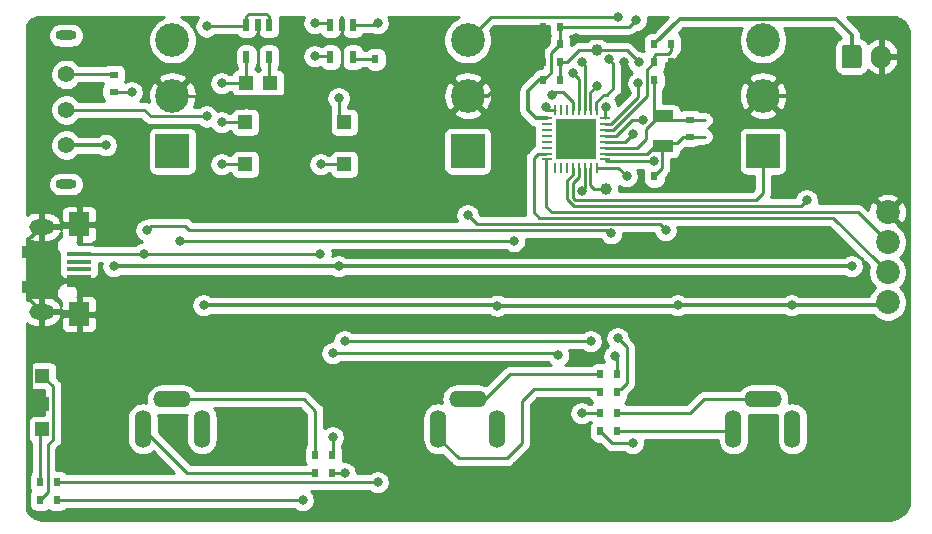
<source format=gbr>
%TF.GenerationSoftware,KiCad,Pcbnew,(5.1.9-0-10_14)*%
%TF.CreationDate,2021-02-18T22:12:25+01:00*%
%TF.ProjectId,ledTruck,6c656454-7275-4636-9b2e-6b696361645f,rev?*%
%TF.SameCoordinates,Original*%
%TF.FileFunction,Copper,L1,Top*%
%TF.FilePolarity,Positive*%
%FSLAX46Y46*%
G04 Gerber Fmt 4.6, Leading zero omitted, Abs format (unit mm)*
G04 Created by KiCad (PCBNEW (5.1.9-0-10_14)) date 2021-02-18 22:12:25*
%MOMM*%
%LPD*%
G01*
G04 APERTURE LIST*
%TA.AperFunction,SMDPad,CuDef*%
%ADD10R,1.800000X1.000000*%
%TD*%
%TA.AperFunction,SMDPad,CuDef*%
%ADD11R,2.150000X0.400000*%
%TD*%
%TA.AperFunction,SMDPad,CuDef*%
%ADD12R,1.000000X1.000000*%
%TD*%
%TA.AperFunction,ComponentPad*%
%ADD13O,2.150000X1.300000*%
%TD*%
%TA.AperFunction,ComponentPad*%
%ADD14R,1.800000X2.000000*%
%TD*%
%TA.AperFunction,SMDPad,CuDef*%
%ADD15C,1.000000*%
%TD*%
%TA.AperFunction,SMDPad,CuDef*%
%ADD16R,1.200000X1.200000*%
%TD*%
%TA.AperFunction,SMDPad,CuDef*%
%ADD17R,0.600000X1.050000*%
%TD*%
%TA.AperFunction,ComponentPad*%
%ADD18C,2.850000*%
%TD*%
%TA.AperFunction,ComponentPad*%
%ADD19R,2.850000X2.850000*%
%TD*%
%TA.AperFunction,SMDPad,CuDef*%
%ADD20R,0.600000X0.800000*%
%TD*%
%TA.AperFunction,SMDPad,CuDef*%
%ADD21R,0.800000X0.600000*%
%TD*%
%TA.AperFunction,ComponentPad*%
%ADD22C,2.020000*%
%TD*%
%TA.AperFunction,ComponentPad*%
%ADD23O,1.700000X2.000000*%
%TD*%
%TA.AperFunction,ComponentPad*%
%ADD24O,3.200000X1.400000*%
%TD*%
%TA.AperFunction,ComponentPad*%
%ADD25O,1.400000X3.200000*%
%TD*%
%TA.AperFunction,SMDPad,CuDef*%
%ADD26R,0.280000X0.850000*%
%TD*%
%TA.AperFunction,SMDPad,CuDef*%
%ADD27R,0.850000X0.280000*%
%TD*%
%TA.AperFunction,SMDPad,CuDef*%
%ADD28R,3.450000X3.450000*%
%TD*%
%TA.AperFunction,ComponentPad*%
%ADD29C,0.200000*%
%TD*%
%TA.AperFunction,ComponentPad*%
%ADD30C,1.400000*%
%TD*%
%TA.AperFunction,ComponentPad*%
%ADD31O,1.800000X0.800000*%
%TD*%
%TA.AperFunction,ViaPad*%
%ADD32C,0.800000*%
%TD*%
%TA.AperFunction,Conductor*%
%ADD33C,0.250000*%
%TD*%
%TA.AperFunction,Conductor*%
%ADD34C,0.304800*%
%TD*%
%TA.AperFunction,Conductor*%
%ADD35C,0.254000*%
%TD*%
%TA.AperFunction,Conductor*%
%ADD36C,0.100000*%
%TD*%
G04 APERTURE END LIST*
D10*
%TO.P,Y1,2*%
%TO.N,Net-(C3-Pad1)*%
X161544000Y-83078000D03*
%TO.P,Y1,1*%
%TO.N,Net-(C2-Pad1)*%
X161544000Y-85578000D03*
%TD*%
D11*
%TO.P,J2,5*%
%TO.N,GND*%
X112126000Y-97312000D03*
%TO.P,J2,4*%
X112126000Y-96662000D03*
%TO.P,J2,3*%
%TO.N,Net-(J2-Pad3)*%
X112126000Y-96012000D03*
%TO.P,J2,2*%
%TO.N,Net-(J2-Pad2)*%
X112126000Y-95362000D03*
D12*
%TO.P,J2,SH*%
%TO.N,GND*%
X107816000Y-97512000D03*
D13*
X108966000Y-99612000D03*
D14*
X112126000Y-99812000D03*
D13*
X108966000Y-92412000D03*
D14*
X112126000Y-92212000D03*
D11*
%TO.P,J2,1*%
%TO.N,VBUS*%
X112126000Y-94712000D03*
D12*
%TO.P,J2,SH*%
%TO.N,GND*%
X107816000Y-94512000D03*
%TD*%
D15*
%TO.P,BOOT0,1*%
%TO.N,Net-(BOOT0-Pad1)*%
X156718000Y-89194000D03*
%TD*%
%TO.P,RST1,1*%
%TO.N,RST*%
X155956000Y-77470000D03*
%TD*%
D16*
%TO.P,C9,1*%
%TO.N,+3V3*%
X126204000Y-87122000D03*
%TO.P,C9,2*%
%TO.N,GND*%
X128304000Y-87122000D03*
%TD*%
%TO.P,C7,1*%
%TO.N,+BATT*%
X134586000Y-83566000D03*
%TO.P,C7,2*%
%TO.N,GND*%
X136686000Y-83566000D03*
%TD*%
%TO.P,C4,1*%
%TO.N,+3V3*%
X126204000Y-83566000D03*
%TO.P,C4,2*%
%TO.N,GND*%
X128304000Y-83566000D03*
%TD*%
%TO.P,C1,1*%
%TO.N,VBUS*%
X134586000Y-87122000D03*
%TO.P,C1,2*%
%TO.N,GND*%
X136686000Y-87122000D03*
%TD*%
D17*
%TO.P,U2,1*%
%TO.N,Net-(R11-Pad2)*%
X135316000Y-75358000D03*
%TO.P,U2,2*%
%TO.N,GND*%
X134366000Y-75358000D03*
%TO.P,U2,3*%
%TO.N,+BATT*%
X133416000Y-75358000D03*
%TO.P,U2,4*%
%TO.N,VBUS*%
X133416000Y-78058000D03*
%TO.P,U2,5*%
%TO.N,Net-(R7-Pad1)*%
X135316000Y-78058000D03*
%TD*%
D18*
%TO.P,SW3,3*%
%TO.N,SWITCH32*%
X170034000Y-76612000D03*
%TO.P,SW3,2*%
%TO.N,GND*%
X170034000Y-81312000D03*
D19*
%TO.P,SW3,1*%
%TO.N,SWITCH3*%
X170034000Y-86012000D03*
%TD*%
D18*
%TO.P,SW2,3*%
%TO.N,SWITCH22*%
X145034000Y-76612000D03*
%TO.P,SW2,2*%
%TO.N,GND*%
X145034000Y-81312000D03*
D19*
%TO.P,SW2,1*%
%TO.N,SWITCH2*%
X145034000Y-86012000D03*
%TD*%
D18*
%TO.P,SW1,3*%
%TO.N,SWITCH12*%
X120034000Y-76612000D03*
%TO.P,SW1,2*%
%TO.N,GND*%
X120034000Y-81312000D03*
D19*
%TO.P,SW1,1*%
%TO.N,SWITCH1*%
X120034000Y-86012000D03*
%TD*%
D20*
%TO.P,R13,1*%
%TO.N,MEAS_VBATT*%
X160844000Y-78486000D03*
%TO.P,R13,2*%
%TO.N,GND*%
X162244000Y-78486000D03*
%TD*%
%TO.P,R12,1*%
%TO.N,+BATT*%
X160844000Y-76962000D03*
%TO.P,R12,2*%
%TO.N,MEAS_VBATT*%
X162244000Y-76962000D03*
%TD*%
%TO.P,R11,1*%
%TO.N,Net-(D2-Pad2)*%
X108834000Y-114012000D03*
%TO.P,R11,2*%
%TO.N,Net-(R11-Pad2)*%
X110234000Y-114012000D03*
%TD*%
%TO.P,R10,1*%
%TO.N,Net-(D1-Pad2)*%
X108834000Y-115512000D03*
%TO.P,R10,2*%
%TO.N,VBUS*%
X110234000Y-115512000D03*
%TD*%
%TO.P,R9,1*%
%TO.N,+3V3*%
X151446000Y-80010000D03*
%TO.P,R9,2*%
%TO.N,RST*%
X152846000Y-80010000D03*
%TD*%
D21*
%TO.P,R8,1*%
%TO.N,Net-(C2-Pad1)*%
X163830000Y-84774000D03*
%TO.P,R8,2*%
%TO.N,Net-(C3-Pad1)*%
X163830000Y-83374000D03*
%TD*%
D20*
%TO.P,R7,1*%
%TO.N,Net-(R7-Pad1)*%
X137222000Y-78232000D03*
%TO.P,R7,2*%
%TO.N,GND*%
X138622000Y-78232000D03*
%TD*%
%TO.P,R6,1*%
%TO.N,Net-(CON3-Pad2)*%
X157672000Y-109728000D03*
%TO.P,R6,2*%
%TO.N,DET3*%
X156272000Y-109728000D03*
%TD*%
%TO.P,R5,1*%
%TO.N,Net-(CON2-Pad2)*%
X156272000Y-106426000D03*
%TO.P,R5,2*%
%TO.N,DET2*%
X157672000Y-106426000D03*
%TD*%
%TO.P,R4,1*%
%TO.N,Net-(CON1-Pad2)*%
X132142000Y-113284000D03*
%TO.P,R4,2*%
%TO.N,DET1*%
X133542000Y-113284000D03*
%TD*%
%TO.P,R3,1*%
%TO.N,Net-(CON3-Pad1)*%
X157672000Y-108204000D03*
%TO.P,R3,2*%
%TO.N,LED3*%
X156272000Y-108204000D03*
%TD*%
%TO.P,R2,1*%
%TO.N,LED2*%
X157672000Y-104902000D03*
%TO.P,R2,2*%
%TO.N,Net-(CON2-Pad1)*%
X156272000Y-104902000D03*
%TD*%
%TO.P,R1,1*%
%TO.N,Net-(CON1-Pad1)*%
X132128000Y-111760000D03*
%TO.P,R1,2*%
%TO.N,LED1*%
X133528000Y-111760000D03*
%TD*%
D16*
%TO.P,L1,1*%
%TO.N,Net-(L1-Pad1)*%
X128338000Y-80264000D03*
%TO.P,L1,2*%
%TO.N,+3V3*%
X126238000Y-80264000D03*
%TD*%
D22*
%TO.P,J3,4*%
%TO.N,GND*%
X180594000Y-91186000D03*
%TO.P,J3,3*%
%TO.N,SWCLK*%
X180594000Y-93726000D03*
%TO.P,J3,2*%
%TO.N,SWDIO*%
X180594000Y-96266000D03*
%TO.P,J3,1*%
%TO.N,+3V3*%
X180594000Y-98806000D03*
%TD*%
D23*
%TO.P,J1,2*%
%TO.N,GND*%
X180034000Y-78012000D03*
%TO.P,J1,1*%
%TO.N,+BATT*%
%TA.AperFunction,ComponentPad*%
G36*
G01*
X176684000Y-78762000D02*
X176684000Y-77262000D01*
G75*
G02*
X176934000Y-77012000I250000J0D01*
G01*
X178134000Y-77012000D01*
G75*
G02*
X178384000Y-77262000I0J-250000D01*
G01*
X178384000Y-78762000D01*
G75*
G02*
X178134000Y-79012000I-250000J0D01*
G01*
X176934000Y-79012000D01*
G75*
G02*
X176684000Y-78762000I0J250000D01*
G01*
G37*
%TD.AperFunction*%
%TD*%
D16*
%TO.P,D2,1*%
%TO.N,GND*%
X109034000Y-107462000D03*
%TO.P,D2,2*%
%TO.N,Net-(D2-Pad2)*%
X109034000Y-109562000D03*
%TD*%
%TO.P,D1,1*%
%TO.N,GND*%
X109034000Y-102912000D03*
%TO.P,D1,2*%
%TO.N,Net-(D1-Pad2)*%
X109034000Y-105012000D03*
%TD*%
D20*
%TO.P,C8,1*%
%TO.N,RST*%
X152846000Y-78486000D03*
%TO.P,C8,2*%
%TO.N,GND*%
X151446000Y-78486000D03*
%TD*%
%TO.P,C6,1*%
%TO.N,+3V3*%
X152846000Y-76962000D03*
%TO.P,C6,2*%
%TO.N,GND*%
X151446000Y-76962000D03*
%TD*%
%TO.P,C5,1*%
%TO.N,+3V3*%
X152846000Y-75464000D03*
%TO.P,C5,2*%
%TO.N,GND*%
X151446000Y-75464000D03*
%TD*%
%TO.P,C3,1*%
%TO.N,Net-(C3-Pad1)*%
X160844000Y-80010000D03*
%TO.P,C3,2*%
%TO.N,GND*%
X162244000Y-80010000D03*
%TD*%
%TO.P,C2,1*%
%TO.N,Net-(C2-Pad1)*%
X160844000Y-88138000D03*
%TO.P,C2,2*%
%TO.N,GND*%
X162244000Y-88138000D03*
%TD*%
D24*
%TO.P,CON1,1*%
%TO.N,Net-(CON1-Pad1)*%
X120034000Y-107012000D03*
D25*
%TO.P,CON1,2*%
%TO.N,Net-(CON1-Pad2)*%
X117534000Y-109512000D03*
%TO.P,CON1,3*%
%TO.N,+3V3*%
X122534000Y-109512000D03*
%TD*%
D24*
%TO.P,CON2,1*%
%TO.N,Net-(CON2-Pad1)*%
X145034000Y-107012000D03*
D25*
%TO.P,CON2,2*%
%TO.N,Net-(CON2-Pad2)*%
X142534000Y-109512000D03*
%TO.P,CON2,3*%
%TO.N,+3V3*%
X147534000Y-109512000D03*
%TD*%
%TO.P,CON3,3*%
%TO.N,+3V3*%
X172534000Y-109512000D03*
%TO.P,CON3,2*%
%TO.N,Net-(CON3-Pad2)*%
X167534000Y-109512000D03*
D24*
%TO.P,CON3,1*%
%TO.N,Net-(CON3-Pad1)*%
X170034000Y-107012000D03*
%TD*%
D26*
%TO.P,U1,25*%
%TO.N,Net-(U1-Pad25)*%
X152440000Y-87437000D03*
D27*
%TO.P,U1,17*%
%TO.N,+3V3*%
X151715000Y-83212000D03*
D26*
%TO.P,U1,9*%
%TO.N,SWITCH22*%
X155940000Y-82487000D03*
D28*
%TO.P,U1,33*%
%TO.N,GND*%
X154190000Y-84962000D03*
D29*
X153190000Y-85962000D03*
X153190000Y-84962000D03*
X153190000Y-83962000D03*
X154190000Y-85962000D03*
X154190000Y-84962000D03*
X154190000Y-83962000D03*
X155190000Y-85962000D03*
X155190000Y-84962000D03*
X155190000Y-83962000D03*
D27*
%TO.P,U1,1*%
%TO.N,+3V3*%
X156665000Y-86712000D03*
%TO.P,U1,2*%
%TO.N,Net-(C2-Pad1)*%
X156665000Y-86212000D03*
%TO.P,U1,3*%
%TO.N,Net-(C3-Pad1)*%
X156665000Y-85712000D03*
%TO.P,U1,4*%
%TO.N,RST*%
X156665000Y-85212000D03*
%TO.P,U1,5*%
%TO.N,+3V3*%
X156665000Y-84712000D03*
%TO.P,U1,6*%
%TO.N,MEAS_VBATT*%
X156665000Y-84212000D03*
%TO.P,U1,7*%
%TO.N,SWITCH2*%
X156665000Y-83712000D03*
%TO.P,U1,8*%
%TO.N,SWITCH12*%
X156665000Y-83212000D03*
D26*
%TO.P,U1,10*%
%TO.N,DET3*%
X155440000Y-82487000D03*
%TO.P,U1,11*%
%TO.N,DET2*%
X154940000Y-82487000D03*
%TO.P,U1,12*%
%TO.N,DET1*%
X154440000Y-82487000D03*
%TO.P,U1,13*%
%TO.N,SWITCH1*%
X153940000Y-82487000D03*
%TO.P,U1,14*%
%TO.N,Net-(U1-Pad14)*%
X153440000Y-82487000D03*
%TO.P,U1,15*%
%TO.N,Net-(U1-Pad15)*%
X152940000Y-82487000D03*
%TO.P,U1,16*%
%TO.N,LED1*%
X152440000Y-82487000D03*
D27*
%TO.P,U1,18*%
%TO.N,Net-(U1-Pad18)*%
X151715000Y-83712000D03*
%TO.P,U1,19*%
%TO.N,Net-(U1-Pad19)*%
X151715000Y-84212000D03*
%TO.P,U1,20*%
%TO.N,Net-(U1-Pad20)*%
X151715000Y-84712000D03*
%TO.P,U1,21*%
%TO.N,Net-(U1-Pad21)*%
X151715000Y-85212000D03*
%TO.P,U1,22*%
%TO.N,Net-(U1-Pad22)*%
X151715000Y-85712000D03*
%TO.P,U1,23*%
%TO.N,SWDIO*%
X151715000Y-86212000D03*
%TO.P,U1,24*%
%TO.N,SWCLK*%
X151715000Y-86712000D03*
D26*
%TO.P,U1,26*%
%TO.N,Net-(U1-Pad26)*%
X152940000Y-87437000D03*
%TO.P,U1,27*%
%TO.N,Net-(U1-Pad27)*%
X153440000Y-87437000D03*
%TO.P,U1,28*%
%TO.N,SWITCH32*%
X153940000Y-87437000D03*
%TO.P,U1,29*%
%TO.N,SWITCH3*%
X154440000Y-87437000D03*
%TO.P,U1,30*%
%TO.N,LED3*%
X154940000Y-87437000D03*
%TO.P,U1,31*%
%TO.N,Net-(BOOT0-Pad1)*%
X155440000Y-87437000D03*
%TO.P,U1,32*%
%TO.N,LED2*%
X155940000Y-87437000D03*
%TD*%
D30*
%TO.P,S1,1*%
%TO.N,Net-(R14-Pad1)*%
X111034000Y-79512000D03*
%TO.P,S1,2*%
%TO.N,+BATT_SWITCHED*%
X111034000Y-82512000D03*
%TO.P,S1,3*%
%TO.N,+BATT*%
X111034000Y-85512000D03*
D31*
%TO.P,S1,SH*%
%TO.N,N/C*%
X111034000Y-76212000D03*
X111034000Y-88812000D03*
%TD*%
D21*
%TO.P,R14,2*%
%TO.N,VBUS*%
X115062000Y-80964000D03*
%TO.P,R14,1*%
%TO.N,Net-(R14-Pad1)*%
X115062000Y-79564000D03*
%TD*%
D17*
%TO.P,U3,5*%
%TO.N,Net-(L1-Pad1)*%
X128204000Y-78058000D03*
%TO.P,U3,4*%
%TO.N,+3V3*%
X126304000Y-78058000D03*
%TO.P,U3,3*%
%TO.N,+BATT_SWITCHED*%
X126304000Y-75358000D03*
%TO.P,U3,2*%
%TO.N,GND*%
X127254000Y-75358000D03*
%TO.P,U3,1*%
%TO.N,+BATT_SWITCHED*%
X128204000Y-75358000D03*
%TD*%
D32*
%TO.N,GND*%
X130810000Y-76708000D03*
X130810000Y-87122000D03*
X130810000Y-83566000D03*
X130778000Y-81312000D03*
X138684000Y-79756000D03*
X138684000Y-87122000D03*
X138684000Y-83566000D03*
X150368000Y-78486000D03*
X166624000Y-88138000D03*
X166624000Y-80010000D03*
X121412000Y-97790000D03*
X154178000Y-76454000D03*
X161133558Y-75184000D03*
X163576000Y-78486000D03*
X159195769Y-76640695D03*
X158242000Y-78486000D03*
X126746000Y-110236000D03*
X124714000Y-112014000D03*
X129032000Y-108204000D03*
X156718000Y-116332000D03*
X180848000Y-116332000D03*
X180848000Y-106426000D03*
X180848000Y-84074000D03*
X140716000Y-75438000D03*
X114808000Y-75438000D03*
X135382000Y-116332000D03*
X113284000Y-110998000D03*
X117094000Y-100076000D03*
X127508000Y-90170000D03*
X127508000Y-101600000D03*
X140716000Y-89916000D03*
X143002000Y-97282000D03*
X169164000Y-97536000D03*
X169164000Y-93726000D03*
X166116000Y-77724000D03*
X113284000Y-105156000D03*
X140716000Y-105918000D03*
X145288000Y-116332000D03*
X168148000Y-116332000D03*
X180848000Y-110998000D03*
X180848000Y-102362000D03*
X180848000Y-87376000D03*
X149606000Y-97282000D03*
X127508000Y-97282000D03*
%TO.N,VBUS*%
X132558000Y-94712000D03*
X132588000Y-87122000D03*
X132080000Y-77978000D03*
X116586000Y-81026000D03*
X131064000Y-115570000D03*
X117632000Y-94712000D03*
%TO.N,+3V3*%
X124206000Y-80264000D03*
X124206000Y-87122000D03*
X124206000Y-83566000D03*
X147534000Y-99100000D03*
X172466000Y-99060000D03*
X122682000Y-99060000D03*
X162813999Y-99059999D03*
X160782000Y-86868000D03*
X159851988Y-83334195D03*
X159258000Y-74930000D03*
%TO.N,+BATT*%
X134112000Y-81534000D03*
X132080000Y-75184000D03*
X134112000Y-95758000D03*
X177546000Y-95758000D03*
X115062000Y-95758000D03*
X114386000Y-85512000D03*
%TO.N,RST*%
X159512000Y-78486000D03*
X159002889Y-84583162D03*
%TO.N,LED1*%
X133604000Y-103124000D03*
X133604000Y-110236000D03*
X152690990Y-103279001D03*
X151638000Y-82296000D03*
%TO.N,LED2*%
X158496000Y-88138000D03*
X157479992Y-103378000D03*
%TO.N,LED3*%
X154686000Y-89408000D03*
X154686000Y-108204000D03*
%TO.N,DET1*%
X134620000Y-113284000D03*
X134620000Y-102108000D03*
X155448000Y-102107994D03*
X153960990Y-79418557D03*
%TO.N,DET2*%
X157733998Y-101854000D03*
X154686000Y-78486000D03*
%TO.N,DET3*%
X159004000Y-110744000D03*
X155955998Y-80518000D03*
%TO.N,Net-(R11-Pad2)*%
X137414000Y-75184000D03*
X137414004Y-114046000D03*
%TO.N,SWITCH12*%
X156718000Y-82296000D03*
X157189010Y-92963998D03*
X117856000Y-92710004D03*
%TO.N,SWITCH1*%
X148951994Y-93618000D03*
X152146000Y-81280000D03*
X120649998Y-93618000D03*
%TO.N,SWITCH22*%
X157734000Y-74676000D03*
X156972006Y-78232000D03*
%TO.N,SWITCH2*%
X145034000Y-91440000D03*
X159493967Y-80264000D03*
X161797996Y-92710000D03*
%TO.N,SWITCH32*%
X173736000Y-90169992D03*
%TO.N,+BATT_SWITCHED*%
X122931999Y-83062001D03*
X122931999Y-75442001D03*
%TD*%
D33*
%TO.N,GND*%
X109034000Y-102912000D02*
X110869002Y-102912000D01*
X127254000Y-76133000D02*
X127829000Y-76708000D01*
X127254000Y-75358000D02*
X127254000Y-76133000D01*
X127829000Y-76708000D02*
X130810000Y-76708000D01*
X130810000Y-76708000D02*
X133791000Y-76708000D01*
X133858000Y-76708000D02*
X134366000Y-76708000D01*
X134366000Y-76708000D02*
X134366000Y-75358000D01*
X134366000Y-76708000D02*
X138430000Y-76708000D01*
X138622000Y-76900000D02*
X138622000Y-78232000D01*
X138430000Y-76708000D02*
X138622000Y-76900000D01*
X130810000Y-87122000D02*
X128791500Y-87122000D01*
X128791500Y-83566000D02*
X130810000Y-83566000D01*
X120034000Y-81312000D02*
X130778000Y-81312000D01*
X130778000Y-81312000D02*
X132334000Y-79756000D01*
X132334000Y-79756000D02*
X138684000Y-79756000D01*
X138684000Y-78294000D02*
X138622000Y-78232000D01*
X138684000Y-79756000D02*
X138684000Y-78294000D01*
X138684000Y-87122000D02*
X137173500Y-87122000D01*
X137173500Y-83566000D02*
X138684000Y-83566000D01*
X143478000Y-79756000D02*
X145034000Y-81312000D01*
X138684000Y-79756000D02*
X143478000Y-79756000D01*
D34*
X162244000Y-78486000D02*
X162244000Y-80010000D01*
X151446000Y-75464000D02*
X151446000Y-76962000D01*
X151446000Y-76962000D02*
X151446000Y-78486000D01*
X150368000Y-78486000D02*
X151446000Y-78486000D01*
X162244000Y-88138000D02*
X166624000Y-88138000D01*
X162244000Y-80010000D02*
X166624000Y-80010000D01*
X180034000Y-80570000D02*
X180034000Y-78012000D01*
X179292000Y-81312000D02*
X180034000Y-80570000D01*
X176498000Y-87090000D02*
X180594000Y-91186000D01*
X170034000Y-81312000D02*
X176498000Y-81312000D01*
X176498000Y-81312000D02*
X176498000Y-87090000D01*
X176498000Y-81312000D02*
X179292000Y-81312000D01*
X108081599Y-106509599D02*
X109034000Y-107462000D01*
X108081599Y-103864401D02*
X108081599Y-106509599D01*
X109034000Y-102912000D02*
X108081599Y-103864401D01*
X120934000Y-97312000D02*
X112709000Y-97312000D01*
X121412000Y-97790000D02*
X120934000Y-97312000D01*
X154382001Y-84536999D02*
X153123997Y-84536999D01*
X154752999Y-85757999D02*
X154973999Y-85536999D01*
X154749500Y-86169500D02*
X154752999Y-86166001D01*
X154752999Y-86166001D02*
X154752999Y-85757999D01*
X154603001Y-84757999D02*
X154382001Y-84536999D01*
X154973999Y-85536999D02*
X154603001Y-85166001D01*
X154603001Y-85166001D02*
X154603001Y-84757999D01*
X149606000Y-78486000D02*
X150368000Y-78486000D01*
X146780000Y-81312000D02*
X149606000Y-78486000D01*
X145034000Y-81312000D02*
X146780000Y-81312000D01*
X163576000Y-78486000D02*
X162244000Y-78486000D01*
X107816000Y-98462000D02*
X108966000Y-99612000D01*
X107816000Y-97512000D02*
X107816000Y-98462000D01*
X108966000Y-99612000D02*
X112126000Y-99612000D01*
X112126000Y-97312000D02*
X112126000Y-99612000D01*
X112126000Y-92412000D02*
X108966000Y-92412000D01*
X107816000Y-93562000D02*
X108966000Y-92412000D01*
X107816000Y-94512000D02*
X107816000Y-93562000D01*
X107816000Y-94512000D02*
X107816000Y-97512000D01*
X159009074Y-76454000D02*
X159195769Y-76640695D01*
X154178000Y-76454000D02*
X159009074Y-76454000D01*
X159676863Y-76640695D02*
X159195769Y-76640695D01*
X161133558Y-75184000D02*
X159676863Y-76640695D01*
X112126000Y-96662000D02*
X112126000Y-97312000D01*
D33*
%TO.N,VBUS*%
X112709000Y-94712000D02*
X132558000Y-94712000D01*
X132558000Y-94712000D02*
X132558000Y-94712000D01*
X134098500Y-87122000D02*
X132588000Y-87122000D01*
X133336000Y-77978000D02*
X133416000Y-78058000D01*
X132080000Y-77978000D02*
X133336000Y-77978000D01*
X115062000Y-80964000D02*
X116270000Y-80964000D01*
X116332000Y-81026000D02*
X116586000Y-81026000D01*
X116270000Y-80964000D02*
X116332000Y-81026000D01*
X110234000Y-115512000D02*
X131006000Y-115512000D01*
X131006000Y-115512000D02*
X131064000Y-115570000D01*
%TO.N,Net-(C2-Pad1)*%
X160844000Y-88138000D02*
X160999001Y-87982999D01*
X160204000Y-86212000D02*
X160691000Y-85725000D01*
X156653000Y-86212000D02*
X160204000Y-86212000D01*
X161072000Y-85344000D02*
X161507002Y-85779002D01*
X162721000Y-85344000D02*
X161072000Y-85344000D01*
X161507002Y-87474998D02*
X160844000Y-88138000D01*
X161507002Y-85779002D02*
X161507002Y-87474998D01*
X163291000Y-84774000D02*
X162721000Y-85344000D01*
X165100000Y-84774000D02*
X163291000Y-84774000D01*
%TO.N,Net-(C3-Pad1)*%
X160844000Y-80010000D02*
X160982700Y-80148700D01*
X160844000Y-82576000D02*
X161072000Y-82804000D01*
X160844000Y-80010000D02*
X160844000Y-82576000D01*
X160126999Y-84983001D02*
X160126999Y-84132186D01*
X161072000Y-83187185D02*
X161072000Y-82804000D01*
X159398000Y-85712000D02*
X160126999Y-84983001D01*
X160126999Y-84132186D02*
X161072000Y-83187185D01*
X156665000Y-85712000D02*
X159398000Y-85712000D01*
X163291000Y-83374000D02*
X165100000Y-83374000D01*
X161642000Y-83374000D02*
X163291000Y-83374000D01*
X161072000Y-82804000D02*
X161642000Y-83374000D01*
%TO.N,+3V3*%
X126304000Y-80198000D02*
X126238000Y-80264000D01*
X126304000Y-78058000D02*
X126304000Y-80198000D01*
X126238000Y-83044500D02*
X125716500Y-83566000D01*
X126238000Y-80264000D02*
X124206000Y-80264000D01*
X124206000Y-87122000D02*
X125716500Y-87122000D01*
X125716500Y-83566000D02*
X124206000Y-83566000D01*
X152846000Y-75464000D02*
X152846000Y-76962000D01*
X152071001Y-77736999D02*
X152846000Y-76962000D01*
X152071001Y-79384999D02*
X152071001Y-77736999D01*
X151446000Y-80010000D02*
X152071001Y-79384999D01*
D34*
X180340000Y-99060000D02*
X180594000Y-98806000D01*
X172466000Y-99060000D02*
X180340000Y-99060000D01*
X147494000Y-99060000D02*
X147534000Y-99100000D01*
X122682000Y-99060000D02*
X147494000Y-99060000D01*
X172466000Y-99060000D02*
X171900314Y-99059999D01*
X171900314Y-99059999D02*
X162813999Y-99059999D01*
X147534000Y-99100000D02*
X162773998Y-99100000D01*
X162773998Y-99100000D02*
X162813999Y-99059999D01*
D33*
X156653000Y-86712000D02*
X156809000Y-86868000D01*
X156809000Y-86868000D02*
X160782000Y-86868000D01*
D34*
X150776000Y-83212000D02*
X150114000Y-82550000D01*
X151715000Y-83212000D02*
X150776000Y-83212000D01*
X150114000Y-80928446D02*
X151032446Y-80010000D01*
X151032446Y-80010000D02*
X151446000Y-80010000D01*
X150114000Y-82550000D02*
X150114000Y-80928446D01*
D33*
X158965629Y-83334195D02*
X159851988Y-83334195D01*
X157587824Y-84712000D02*
X158965629Y-83334195D01*
X156653000Y-84712000D02*
X157587824Y-84712000D01*
X158724000Y-75464000D02*
X159258000Y-74930000D01*
X152846000Y-75464000D02*
X158724000Y-75464000D01*
%TO.N,+BATT*%
X134098500Y-83566000D02*
X134112000Y-83566000D01*
X134098500Y-83566000D02*
X134098500Y-81547500D01*
X134098500Y-81547500D02*
X134112000Y-81534000D01*
X133242000Y-75184000D02*
X133416000Y-75358000D01*
X132080000Y-75184000D02*
X133242000Y-75184000D01*
D34*
X162971401Y-74834599D02*
X176180599Y-74834599D01*
X160844000Y-76962000D02*
X162971401Y-74834599D01*
X177534000Y-76188000D02*
X177534000Y-78012000D01*
X176180599Y-74834599D02*
X177534000Y-76188000D01*
X134112000Y-95758000D02*
X177546000Y-95758000D01*
X115062000Y-95758000D02*
X134112000Y-95758000D01*
X111034000Y-85512000D02*
X114386000Y-85512000D01*
D33*
%TO.N,RST*%
X152846000Y-78486000D02*
X152846000Y-80010000D01*
X156665000Y-85212000D02*
X158374051Y-85212000D01*
X158374051Y-85212000D02*
X159002889Y-84583162D01*
X154432000Y-77470000D02*
X158496000Y-77470000D01*
X158496000Y-77470000D02*
X159512000Y-78486000D01*
X153416000Y-78486000D02*
X154432000Y-77470000D01*
X152846000Y-78486000D02*
X153416000Y-78486000D01*
%TO.N,Net-(CON1-Pad1)*%
X120034000Y-107012000D02*
X131142000Y-107012000D01*
X132128000Y-107998000D02*
X132128000Y-111760000D01*
X131142000Y-107012000D02*
X132128000Y-107998000D01*
%TO.N,Net-(CON1-Pad2)*%
X121306000Y-113284000D02*
X117534000Y-109512000D01*
X132142000Y-113284000D02*
X121306000Y-113284000D01*
%TO.N,Net-(CON2-Pad1)*%
X145034000Y-107012000D02*
X146480000Y-107012000D01*
X148590000Y-104902000D02*
X156272000Y-104902000D01*
X146480000Y-107012000D02*
X148590000Y-104902000D01*
%TO.N,Net-(CON2-Pad2)*%
X149606000Y-107188000D02*
X150622000Y-106172000D01*
X148336000Y-112014000D02*
X149606000Y-110744000D01*
X150622000Y-106172000D02*
X156272000Y-106172000D01*
X142534000Y-110276000D02*
X144272000Y-112014000D01*
X149606000Y-110744000D02*
X149606000Y-107188000D01*
X144272000Y-112014000D02*
X148336000Y-112014000D01*
X142534000Y-109512000D02*
X142534000Y-110276000D01*
%TO.N,Net-(CON3-Pad1)*%
X157672000Y-108204000D02*
X163830000Y-108204000D01*
X165022000Y-107012000D02*
X170034000Y-107012000D01*
X163830000Y-108204000D02*
X165022000Y-107012000D01*
%TO.N,Net-(CON3-Pad2)*%
X167318000Y-109728000D02*
X167534000Y-109512000D01*
X157672000Y-109728000D02*
X167318000Y-109728000D01*
%TO.N,Net-(D1-Pad2)*%
X109959001Y-110422001D02*
X109959001Y-105937001D01*
X109959001Y-105937001D02*
X109034000Y-105012000D01*
X109459001Y-110922001D02*
X109959001Y-110422001D01*
X109459001Y-114886999D02*
X109459001Y-110922001D01*
X108834000Y-115512000D02*
X109459001Y-114886999D01*
%TO.N,Net-(D2-Pad2)*%
X108834000Y-109762000D02*
X109034000Y-109562000D01*
X108834000Y-114012000D02*
X108834000Y-109762000D01*
%TO.N,SWCLK*%
X179584001Y-92716001D02*
X180594000Y-93726000D01*
X178054000Y-91186000D02*
X179584001Y-92716001D01*
X152146000Y-91186000D02*
X178054000Y-91186000D01*
X151703000Y-90743000D02*
X152146000Y-91186000D01*
X151703000Y-86712000D02*
X151703000Y-90743000D01*
%TO.N,SWDIO*%
X179584001Y-95256001D02*
X180594000Y-96266000D01*
X175964011Y-91636011D02*
X179584001Y-95256001D01*
X150622000Y-91186000D02*
X151072011Y-91636011D01*
X151028000Y-86212000D02*
X150622000Y-86618000D01*
X151072011Y-91636011D02*
X175964011Y-91636011D01*
X150622000Y-86618000D02*
X150622000Y-91186000D01*
X151703000Y-86212000D02*
X151028000Y-86212000D01*
%TO.N,Net-(L1-Pad1)*%
X128204000Y-80130000D02*
X128338000Y-80264000D01*
X128204000Y-78058000D02*
X128204000Y-80130000D01*
%TO.N,LED1*%
X133604000Y-111684000D02*
X133528000Y-111760000D01*
X133604000Y-110236000D02*
X133604000Y-111684000D01*
X133604000Y-103124000D02*
X152535989Y-103124000D01*
X152535989Y-103124000D02*
X152690990Y-103279001D01*
X151829000Y-82487000D02*
X151638000Y-82296000D01*
X152440000Y-82487000D02*
X151829000Y-82487000D01*
%TO.N,LED2*%
X155940000Y-87437000D02*
X157795000Y-87437000D01*
X157795000Y-87437000D02*
X158496000Y-88138000D01*
X157672000Y-103570008D02*
X157479992Y-103378000D01*
X157672000Y-104902000D02*
X157672000Y-103570008D01*
%TO.N,LED3*%
X154940000Y-87437000D02*
X154940000Y-89154000D01*
X154940000Y-89154000D02*
X154686000Y-89408000D01*
X156272000Y-108204000D02*
X154686000Y-108204000D01*
%TO.N,DET1*%
X133542000Y-113284000D02*
X134620000Y-113284000D01*
X134620000Y-102108000D02*
X155447994Y-102108000D01*
X155447994Y-102108000D02*
X155448000Y-102107994D01*
X154440000Y-79897567D02*
X153960990Y-79418557D01*
X154440000Y-82487000D02*
X154440000Y-79897567D01*
%TO.N,DET2*%
X158496000Y-105664000D02*
X158496000Y-102616002D01*
X157988000Y-106172000D02*
X158496000Y-105664000D01*
X158496000Y-102616002D02*
X157733998Y-101854000D01*
X157672000Y-106172000D02*
X157988000Y-106172000D01*
X154940000Y-78740000D02*
X154686000Y-78486000D01*
X154940000Y-82487000D02*
X154940000Y-78740000D01*
%TO.N,DET3*%
X156272000Y-109728000D02*
X157288000Y-110744000D01*
X157288000Y-110744000D02*
X159004000Y-110744000D01*
X155428000Y-81045998D02*
X155955998Y-80518000D01*
X155428000Y-82487000D02*
X155428000Y-81045998D01*
%TO.N,Net-(R7-Pad1)*%
X135490000Y-78232000D02*
X135316000Y-78058000D01*
X137222000Y-78232000D02*
X135490000Y-78232000D01*
%TO.N,Net-(R11-Pad2)*%
X135316000Y-75358000D02*
X137240000Y-75358000D01*
X137240000Y-75358000D02*
X137414000Y-75184000D01*
X110234000Y-114012000D02*
X137380004Y-114012000D01*
X137380004Y-114012000D02*
X137414004Y-114046000D01*
%TO.N,MEAS_VBATT*%
X162244000Y-76962000D02*
X162244000Y-77532000D01*
X162015001Y-77760999D02*
X160999001Y-77760999D01*
X162244000Y-77532000D02*
X162015001Y-77760999D01*
X160844000Y-77916000D02*
X160844000Y-78486000D01*
X160999001Y-77760999D02*
X160844000Y-77916000D01*
X160218999Y-79111001D02*
X160844000Y-78486000D01*
X160218999Y-81335001D02*
X160218999Y-79111001D01*
X156653000Y-84212000D02*
X157342000Y-84212000D01*
X157342000Y-84212000D02*
X160218999Y-81335001D01*
%TO.N,SWITCH12*%
X156653000Y-83212000D02*
X156653000Y-82360994D01*
X156653000Y-82360994D02*
X156718000Y-82295994D01*
X157189010Y-92963998D02*
X156935016Y-92710004D01*
X121069007Y-92310005D02*
X118255999Y-92310005D01*
X121469006Y-92710004D02*
X121069007Y-92310005D01*
X156935016Y-92710004D02*
X121469006Y-92710004D01*
X118255999Y-92310005D02*
X117856000Y-92710004D01*
%TO.N,SWITCH1*%
X153940000Y-81836998D02*
X153129002Y-81026000D01*
X153940000Y-82487000D02*
X153940000Y-81836998D01*
X152400000Y-81026000D02*
X152146000Y-81280000D01*
X153129002Y-81026000D02*
X152400000Y-81026000D01*
X148951994Y-93618000D02*
X120649998Y-93618000D01*
%TO.N,SWITCH22*%
X146970000Y-74676000D02*
X157734000Y-74676000D01*
X145034000Y-76612000D02*
X146970000Y-74676000D01*
X156558006Y-81242998D02*
X156812012Y-81242998D01*
X157372005Y-78631999D02*
X156972006Y-78232000D01*
X155928000Y-81873004D02*
X156558006Y-81242998D01*
X157372005Y-80683005D02*
X157372005Y-78631999D01*
X156812012Y-81242998D02*
X157372005Y-80683005D01*
X155928000Y-82487000D02*
X155928000Y-81873004D01*
%TO.N,SWITCH2*%
X159493967Y-81423623D02*
X159493967Y-80264000D01*
X156653000Y-83712000D02*
X157205590Y-83712000D01*
X157205590Y-83712000D02*
X159493967Y-81423623D01*
X145034000Y-91440000D02*
X145796000Y-92202000D01*
X161289996Y-92202000D02*
X161797996Y-92710000D01*
X145796000Y-92202000D02*
X161289996Y-92202000D01*
%TO.N,SWITCH32*%
X153940000Y-87978977D02*
X153416000Y-88502977D01*
X153992585Y-90678000D02*
X173227992Y-90678000D01*
X153940000Y-87437000D02*
X153940000Y-87978977D01*
X153416000Y-88502977D02*
X153416000Y-90101415D01*
X153416000Y-90101415D02*
X153992585Y-90678000D01*
X173227992Y-90678000D02*
X173736000Y-90169992D01*
%TO.N,SWITCH3*%
X154440000Y-88223413D02*
X154440000Y-87437000D01*
X153924000Y-88739413D02*
X154440000Y-88223413D01*
X154083998Y-90133002D02*
X153924000Y-89973004D01*
X170034000Y-86012000D02*
X170034000Y-89554000D01*
X153924000Y-89973004D02*
X153924000Y-88739413D01*
X169454998Y-90133002D02*
X154083998Y-90133002D01*
X170034000Y-89554000D02*
X169454998Y-90133002D01*
%TO.N,Net-(R14-Pad1)*%
X115010000Y-79512000D02*
X115062000Y-79564000D01*
X111034000Y-79512000D02*
X115010000Y-79512000D01*
%TO.N,+BATT_SWITCHED*%
X117640000Y-82512000D02*
X118190001Y-83062001D01*
X111034000Y-82512000D02*
X117640000Y-82512000D01*
X118190001Y-83062001D02*
X122931999Y-83062001D01*
X126219999Y-75442001D02*
X126304000Y-75358000D01*
X122931999Y-75442001D02*
X126219999Y-75442001D01*
X126304000Y-75358000D02*
X126304000Y-74550010D01*
X126304000Y-74550010D02*
X126492000Y-74362010D01*
X128204000Y-74583000D02*
X128204000Y-75358000D01*
X127983010Y-74362010D02*
X128204000Y-74583000D01*
X126492000Y-74362010D02*
X127983010Y-74362010D01*
%TO.N,Net-(BOOT0-Pad1)*%
X155742000Y-89194000D02*
X156718000Y-89194000D01*
X155415593Y-88867593D02*
X155742000Y-89194000D01*
X155415593Y-87437000D02*
X155415593Y-88867593D01*
%TD*%
D35*
%TO.N,GND*%
X119058224Y-74786452D02*
X118720827Y-75011894D01*
X118433894Y-75298827D01*
X118208452Y-75636224D01*
X118053165Y-76011120D01*
X117974000Y-76409108D01*
X117974000Y-76814892D01*
X118053165Y-77212880D01*
X118208452Y-77587776D01*
X118433894Y-77925173D01*
X118720827Y-78212106D01*
X119058224Y-78437548D01*
X119433120Y-78592835D01*
X119831108Y-78672000D01*
X120236892Y-78672000D01*
X120634880Y-78592835D01*
X121009776Y-78437548D01*
X121347173Y-78212106D01*
X121634106Y-77925173D01*
X121859548Y-77587776D01*
X122014835Y-77212880D01*
X122094000Y-76814892D01*
X122094000Y-76409108D01*
X122014835Y-76011120D01*
X121859548Y-75636224D01*
X121634106Y-75298827D01*
X121347173Y-75011894D01*
X121009776Y-74786452D01*
X120733464Y-74672000D01*
X122238289Y-74672000D01*
X122128062Y-74782227D01*
X122014794Y-74951745D01*
X121936773Y-75140103D01*
X121896999Y-75340062D01*
X121896999Y-75543940D01*
X121936773Y-75743899D01*
X122014794Y-75932257D01*
X122128062Y-76101775D01*
X122272225Y-76245938D01*
X122441743Y-76359206D01*
X122630101Y-76437227D01*
X122830060Y-76477001D01*
X123033938Y-76477001D01*
X123233897Y-76437227D01*
X123422255Y-76359206D01*
X123591773Y-76245938D01*
X123635710Y-76202001D01*
X125454491Y-76202001D01*
X125473463Y-76237494D01*
X125552815Y-76334185D01*
X125649506Y-76413537D01*
X125759820Y-76472502D01*
X125879518Y-76508812D01*
X126004000Y-76521072D01*
X126604000Y-76521072D01*
X126728482Y-76508812D01*
X126848180Y-76472502D01*
X126958494Y-76413537D01*
X127055185Y-76334185D01*
X127134537Y-76237494D01*
X127193502Y-76127180D01*
X127229812Y-76007482D01*
X127242072Y-75883000D01*
X127242072Y-75122010D01*
X127265928Y-75122010D01*
X127265928Y-75883000D01*
X127278188Y-76007482D01*
X127314498Y-76127180D01*
X127373463Y-76237494D01*
X127452815Y-76334185D01*
X127549506Y-76413537D01*
X127659820Y-76472502D01*
X127779518Y-76508812D01*
X127904000Y-76521072D01*
X128504000Y-76521072D01*
X128628482Y-76508812D01*
X128748180Y-76472502D01*
X128858494Y-76413537D01*
X128955185Y-76334185D01*
X129034537Y-76237494D01*
X129093502Y-76127180D01*
X129129812Y-76007482D01*
X129142072Y-75883000D01*
X129142072Y-74833000D01*
X129129812Y-74708518D01*
X129118734Y-74672000D01*
X131177324Y-74672000D01*
X131162795Y-74693744D01*
X131084774Y-74882102D01*
X131045000Y-75082061D01*
X131045000Y-75285939D01*
X131084774Y-75485898D01*
X131162795Y-75674256D01*
X131276063Y-75843774D01*
X131420226Y-75987937D01*
X131589744Y-76101205D01*
X131778102Y-76179226D01*
X131978061Y-76219000D01*
X132181939Y-76219000D01*
X132381898Y-76179226D01*
X132524383Y-76120207D01*
X132526498Y-76127180D01*
X132585463Y-76237494D01*
X132664815Y-76334185D01*
X132761506Y-76413537D01*
X132871820Y-76472502D01*
X132991518Y-76508812D01*
X133116000Y-76521072D01*
X133716000Y-76521072D01*
X133840482Y-76508812D01*
X133960180Y-76472502D01*
X134070494Y-76413537D01*
X134167185Y-76334185D01*
X134246537Y-76237494D01*
X134305502Y-76127180D01*
X134341812Y-76007482D01*
X134354072Y-75883000D01*
X134354072Y-74833000D01*
X134341812Y-74708518D01*
X134330734Y-74672000D01*
X134401266Y-74672000D01*
X134390188Y-74708518D01*
X134377928Y-74833000D01*
X134377928Y-75883000D01*
X134390188Y-76007482D01*
X134426498Y-76127180D01*
X134485463Y-76237494D01*
X134564815Y-76334185D01*
X134661506Y-76413537D01*
X134771820Y-76472502D01*
X134891518Y-76508812D01*
X135016000Y-76521072D01*
X135616000Y-76521072D01*
X135740482Y-76508812D01*
X135860180Y-76472502D01*
X135970494Y-76413537D01*
X136067185Y-76334185D01*
X136146537Y-76237494D01*
X136205502Y-76127180D01*
X136208287Y-76118000D01*
X136964290Y-76118000D01*
X137112102Y-76179226D01*
X137312061Y-76219000D01*
X137515939Y-76219000D01*
X137715898Y-76179226D01*
X137904256Y-76101205D01*
X138073774Y-75987937D01*
X138217937Y-75843774D01*
X138331205Y-75674256D01*
X138409226Y-75485898D01*
X138449000Y-75285939D01*
X138449000Y-75082061D01*
X138409226Y-74882102D01*
X138331205Y-74693744D01*
X138316676Y-74672000D01*
X144334536Y-74672000D01*
X144058224Y-74786452D01*
X143720827Y-75011894D01*
X143433894Y-75298827D01*
X143208452Y-75636224D01*
X143053165Y-76011120D01*
X142974000Y-76409108D01*
X142974000Y-76814892D01*
X143053165Y-77212880D01*
X143208452Y-77587776D01*
X143433894Y-77925173D01*
X143720827Y-78212106D01*
X144058224Y-78437548D01*
X144433120Y-78592835D01*
X144831108Y-78672000D01*
X145236892Y-78672000D01*
X145634880Y-78592835D01*
X146009776Y-78437548D01*
X146347173Y-78212106D01*
X146634106Y-77925173D01*
X146859548Y-77587776D01*
X147014835Y-77212880D01*
X147094000Y-76814892D01*
X147094000Y-76409108D01*
X147014835Y-76011120D01*
X146925458Y-75795345D01*
X147284803Y-75436000D01*
X151907928Y-75436000D01*
X151907928Y-75864000D01*
X151920188Y-75988482D01*
X151956498Y-76108180D01*
X152012526Y-76213000D01*
X151956498Y-76317820D01*
X151920188Y-76437518D01*
X151907928Y-76562000D01*
X151907928Y-76825271D01*
X151559999Y-77173200D01*
X151531001Y-77196998D01*
X151507203Y-77225996D01*
X151507202Y-77225997D01*
X151436027Y-77312723D01*
X151365455Y-77444753D01*
X151340672Y-77526454D01*
X151321999Y-77588013D01*
X151318948Y-77618986D01*
X151307325Y-77736999D01*
X151311002Y-77774331D01*
X151311001Y-78971928D01*
X151146000Y-78971928D01*
X151021518Y-78984188D01*
X150901820Y-79020498D01*
X150791506Y-79079463D01*
X150694815Y-79158815D01*
X150615463Y-79255506D01*
X150556498Y-79365820D01*
X150549968Y-79387346D01*
X150472977Y-79450531D01*
X150448323Y-79480572D01*
X149584573Y-80344323D01*
X149554532Y-80368977D01*
X149498242Y-80437567D01*
X149456135Y-80488874D01*
X149383018Y-80625664D01*
X149337995Y-80774089D01*
X149322792Y-80928446D01*
X149326601Y-80967119D01*
X149326600Y-82511337D01*
X149322792Y-82550000D01*
X149326600Y-82588663D01*
X149326600Y-82588672D01*
X149337994Y-82704356D01*
X149383018Y-82852782D01*
X149456134Y-82989571D01*
X149554531Y-83109469D01*
X149584577Y-83134127D01*
X150191881Y-83741433D01*
X150216531Y-83771469D01*
X150246567Y-83796119D01*
X150246569Y-83796121D01*
X150285195Y-83827820D01*
X150336428Y-83869866D01*
X150473217Y-83942982D01*
X150621643Y-83988006D01*
X150659830Y-83991767D01*
X150651928Y-84072000D01*
X150651928Y-84352000D01*
X150662762Y-84462000D01*
X150651928Y-84572000D01*
X150651928Y-84852000D01*
X150662762Y-84962000D01*
X150651928Y-85072000D01*
X150651928Y-85352000D01*
X150662762Y-85462000D01*
X150654084Y-85550108D01*
X150603724Y-85577026D01*
X150487999Y-85671999D01*
X150464196Y-85701003D01*
X150111003Y-86054196D01*
X150081999Y-86077999D01*
X150034173Y-86136276D01*
X149987026Y-86193724D01*
X149921701Y-86315937D01*
X149916454Y-86325754D01*
X149872997Y-86469015D01*
X149862000Y-86580668D01*
X149862000Y-86580678D01*
X149858324Y-86618000D01*
X149862000Y-86655323D01*
X149862001Y-91148668D01*
X149858324Y-91186000D01*
X149872998Y-91334985D01*
X149905459Y-91442000D01*
X146110802Y-91442000D01*
X146069000Y-91400198D01*
X146069000Y-91338061D01*
X146029226Y-91138102D01*
X145951205Y-90949744D01*
X145837937Y-90780226D01*
X145693774Y-90636063D01*
X145524256Y-90522795D01*
X145335898Y-90444774D01*
X145135939Y-90405000D01*
X144932061Y-90405000D01*
X144732102Y-90444774D01*
X144543744Y-90522795D01*
X144374226Y-90636063D01*
X144230063Y-90780226D01*
X144116795Y-90949744D01*
X144038774Y-91138102D01*
X143999000Y-91338061D01*
X143999000Y-91541939D01*
X144038774Y-91741898D01*
X144116795Y-91930256D01*
X144129990Y-91950004D01*
X121783807Y-91950004D01*
X121632811Y-91799008D01*
X121609008Y-91770004D01*
X121493283Y-91675031D01*
X121361254Y-91604459D01*
X121217993Y-91561002D01*
X121106340Y-91550005D01*
X121106329Y-91550005D01*
X121069007Y-91546329D01*
X121031685Y-91550005D01*
X118293321Y-91550005D01*
X118255998Y-91546329D01*
X118218676Y-91550005D01*
X118218666Y-91550005D01*
X118107013Y-91561002D01*
X117963752Y-91604459D01*
X117831774Y-91675004D01*
X117754061Y-91675004D01*
X117554102Y-91714778D01*
X117365744Y-91792799D01*
X117196226Y-91906067D01*
X117052063Y-92050230D01*
X116938795Y-92219748D01*
X116860774Y-92408106D01*
X116821000Y-92608065D01*
X116821000Y-92811943D01*
X116860774Y-93011902D01*
X116938795Y-93200260D01*
X117052063Y-93369778D01*
X117196226Y-93513941D01*
X117365744Y-93627209D01*
X117500260Y-93682928D01*
X117330102Y-93716774D01*
X117141744Y-93794795D01*
X116972226Y-93908063D01*
X116928289Y-93952000D01*
X113500373Y-93952000D01*
X113445180Y-93922498D01*
X113325482Y-93886188D01*
X113201000Y-93873928D01*
X112041853Y-93873928D01*
X112015068Y-93739271D01*
X111995418Y-93691832D01*
X111999000Y-93688250D01*
X111999000Y-92339000D01*
X112253000Y-92339000D01*
X112253000Y-93688250D01*
X112411750Y-93847000D01*
X113026000Y-93850072D01*
X113150482Y-93837812D01*
X113270180Y-93801502D01*
X113380494Y-93742537D01*
X113477185Y-93663185D01*
X113556537Y-93566494D01*
X113615502Y-93456180D01*
X113651812Y-93336482D01*
X113664072Y-93212000D01*
X113661000Y-92497750D01*
X113502250Y-92339000D01*
X112253000Y-92339000D01*
X111999000Y-92339000D01*
X110749750Y-92339000D01*
X110591000Y-92497750D01*
X110590271Y-92667339D01*
X110510067Y-92539000D01*
X109093000Y-92539000D01*
X109093000Y-93697000D01*
X109518000Y-93697000D01*
X109766251Y-93647533D01*
X110000081Y-93550585D01*
X110210505Y-93409882D01*
X110389436Y-93230830D01*
X110529997Y-93020311D01*
X110589370Y-92876835D01*
X110587928Y-93212000D01*
X110590546Y-93238582D01*
X110519972Y-93285738D01*
X110389738Y-93415972D01*
X110287414Y-93569111D01*
X110216932Y-93739271D01*
X110181000Y-93919911D01*
X110181000Y-94104089D01*
X110216932Y-94284729D01*
X110287414Y-94454889D01*
X110389738Y-94608028D01*
X110412928Y-94631218D01*
X110412928Y-94912000D01*
X110425188Y-95036482D01*
X110425345Y-95037000D01*
X110425188Y-95037518D01*
X110412928Y-95162000D01*
X110412928Y-95562000D01*
X110425188Y-95686482D01*
X110425345Y-95687000D01*
X110425188Y-95687518D01*
X110412928Y-95812000D01*
X110412928Y-96212000D01*
X110425188Y-96336482D01*
X110461498Y-96456180D01*
X110520463Y-96566494D01*
X110599815Y-96663185D01*
X110696506Y-96742537D01*
X110806820Y-96801502D01*
X110926518Y-96837812D01*
X111051000Y-96850072D01*
X113201000Y-96850072D01*
X113325482Y-96837812D01*
X113445180Y-96801502D01*
X113555494Y-96742537D01*
X113652185Y-96663185D01*
X113731537Y-96566494D01*
X113790502Y-96456180D01*
X113826812Y-96336482D01*
X113839072Y-96212000D01*
X113839072Y-95812000D01*
X113826812Y-95687518D01*
X113826655Y-95687000D01*
X113826812Y-95686482D01*
X113839072Y-95562000D01*
X113839072Y-95472000D01*
X114063612Y-95472000D01*
X114027000Y-95656061D01*
X114027000Y-95859939D01*
X114066774Y-96059898D01*
X114144795Y-96248256D01*
X114258063Y-96417774D01*
X114402226Y-96561937D01*
X114571744Y-96675205D01*
X114760102Y-96753226D01*
X114960061Y-96793000D01*
X115163939Y-96793000D01*
X115363898Y-96753226D01*
X115552256Y-96675205D01*
X115721774Y-96561937D01*
X115738311Y-96545400D01*
X133435689Y-96545400D01*
X133452226Y-96561937D01*
X133621744Y-96675205D01*
X133810102Y-96753226D01*
X134010061Y-96793000D01*
X134213939Y-96793000D01*
X134413898Y-96753226D01*
X134602256Y-96675205D01*
X134771774Y-96561937D01*
X134788311Y-96545400D01*
X176869689Y-96545400D01*
X176886226Y-96561937D01*
X177055744Y-96675205D01*
X177244102Y-96753226D01*
X177444061Y-96793000D01*
X177647939Y-96793000D01*
X177847898Y-96753226D01*
X178036256Y-96675205D01*
X178205774Y-96561937D01*
X178349937Y-96417774D01*
X178463205Y-96248256D01*
X178541226Y-96059898D01*
X178581000Y-95859939D01*
X178581000Y-95656061D01*
X178541226Y-95456102D01*
X178463205Y-95267744D01*
X178349937Y-95098226D01*
X178205774Y-94954063D01*
X178036256Y-94840795D01*
X177847898Y-94762774D01*
X177647939Y-94723000D01*
X177444061Y-94723000D01*
X177244102Y-94762774D01*
X177055744Y-94840795D01*
X176886226Y-94954063D01*
X176869689Y-94970600D01*
X134788311Y-94970600D01*
X134771774Y-94954063D01*
X134602256Y-94840795D01*
X134413898Y-94762774D01*
X134213939Y-94723000D01*
X134010061Y-94723000D01*
X133810102Y-94762774D01*
X133621744Y-94840795D01*
X133582433Y-94867061D01*
X133593000Y-94813939D01*
X133593000Y-94610061D01*
X133553226Y-94410102D01*
X133539929Y-94378000D01*
X148248283Y-94378000D01*
X148292220Y-94421937D01*
X148461738Y-94535205D01*
X148650096Y-94613226D01*
X148850055Y-94653000D01*
X149053933Y-94653000D01*
X149253892Y-94613226D01*
X149442250Y-94535205D01*
X149611768Y-94421937D01*
X149755931Y-94277774D01*
X149869199Y-94108256D01*
X149947220Y-93919898D01*
X149986994Y-93719939D01*
X149986994Y-93516061D01*
X149977833Y-93470004D01*
X156282329Y-93470004D01*
X156385073Y-93623772D01*
X156529236Y-93767935D01*
X156698754Y-93881203D01*
X156887112Y-93959224D01*
X157087071Y-93998998D01*
X157290949Y-93998998D01*
X157490908Y-93959224D01*
X157679266Y-93881203D01*
X157848784Y-93767935D01*
X157992947Y-93623772D01*
X158106215Y-93454254D01*
X158184236Y-93265896D01*
X158224010Y-93065937D01*
X158224010Y-92962000D01*
X160792845Y-92962000D01*
X160802770Y-93011898D01*
X160880791Y-93200256D01*
X160994059Y-93369774D01*
X161138222Y-93513937D01*
X161307740Y-93627205D01*
X161496098Y-93705226D01*
X161696057Y-93745000D01*
X161899935Y-93745000D01*
X162099894Y-93705226D01*
X162288252Y-93627205D01*
X162457770Y-93513937D01*
X162601933Y-93369774D01*
X162715201Y-93200256D01*
X162793222Y-93011898D01*
X162832996Y-92811939D01*
X162832996Y-92608061D01*
X162793222Y-92408102D01*
X162788214Y-92396011D01*
X175649210Y-92396011D01*
X179020170Y-95766972D01*
X179012217Y-95786171D01*
X178949000Y-96103982D01*
X178949000Y-96428018D01*
X179012217Y-96745829D01*
X179136220Y-97045199D01*
X179316245Y-97314626D01*
X179537619Y-97536000D01*
X179316245Y-97757374D01*
X179136220Y-98026801D01*
X179034407Y-98272600D01*
X173142311Y-98272600D01*
X173125774Y-98256063D01*
X172956256Y-98142795D01*
X172767898Y-98064774D01*
X172567939Y-98025000D01*
X172364061Y-98025000D01*
X172164102Y-98064774D01*
X171975744Y-98142795D01*
X171806226Y-98256063D01*
X171789690Y-98272599D01*
X163490310Y-98272599D01*
X163473773Y-98256062D01*
X163304255Y-98142794D01*
X163115897Y-98064773D01*
X162915938Y-98024999D01*
X162712060Y-98024999D01*
X162512101Y-98064773D01*
X162323743Y-98142794D01*
X162154225Y-98256062D01*
X162097687Y-98312600D01*
X148210311Y-98312600D01*
X148193774Y-98296063D01*
X148024256Y-98182795D01*
X147835898Y-98104774D01*
X147635939Y-98065000D01*
X147432061Y-98065000D01*
X147232102Y-98104774D01*
X147043744Y-98182795D01*
X146909341Y-98272600D01*
X123358311Y-98272600D01*
X123341774Y-98256063D01*
X123172256Y-98142795D01*
X122983898Y-98064774D01*
X122783939Y-98025000D01*
X122580061Y-98025000D01*
X122380102Y-98064774D01*
X122191744Y-98142795D01*
X122022226Y-98256063D01*
X121878063Y-98400226D01*
X121764795Y-98569744D01*
X121686774Y-98758102D01*
X121647000Y-98958061D01*
X121647000Y-99161939D01*
X121686774Y-99361898D01*
X121764795Y-99550256D01*
X121878063Y-99719774D01*
X122022226Y-99863937D01*
X122191744Y-99977205D01*
X122380102Y-100055226D01*
X122580061Y-100095000D01*
X122783939Y-100095000D01*
X122983898Y-100055226D01*
X123172256Y-99977205D01*
X123341774Y-99863937D01*
X123358311Y-99847400D01*
X146817689Y-99847400D01*
X146874226Y-99903937D01*
X147043744Y-100017205D01*
X147232102Y-100095226D01*
X147432061Y-100135000D01*
X147635939Y-100135000D01*
X147835898Y-100095226D01*
X148024256Y-100017205D01*
X148193774Y-99903937D01*
X148210311Y-99887400D01*
X162189341Y-99887400D01*
X162323743Y-99977204D01*
X162512101Y-100055225D01*
X162712060Y-100094999D01*
X162915938Y-100094999D01*
X163115897Y-100055225D01*
X163304255Y-99977204D01*
X163473773Y-99863936D01*
X163490310Y-99847399D01*
X171789688Y-99847399D01*
X171806226Y-99863937D01*
X171975744Y-99977205D01*
X172164102Y-100055226D01*
X172364061Y-100095000D01*
X172567939Y-100095000D01*
X172767898Y-100055226D01*
X172956256Y-99977205D01*
X173125774Y-99863937D01*
X173142311Y-99847400D01*
X179311417Y-99847400D01*
X179316245Y-99854626D01*
X179545374Y-100083755D01*
X179814801Y-100263780D01*
X180114171Y-100387783D01*
X180431982Y-100451000D01*
X180756018Y-100451000D01*
X181073829Y-100387783D01*
X181373199Y-100263780D01*
X181642626Y-100083755D01*
X181871755Y-99854626D01*
X182051780Y-99585199D01*
X182175783Y-99285829D01*
X182239000Y-98968018D01*
X182239000Y-98643982D01*
X182175783Y-98326171D01*
X182051780Y-98026801D01*
X181871755Y-97757374D01*
X181650381Y-97536000D01*
X181871755Y-97314626D01*
X182051780Y-97045199D01*
X182175783Y-96745829D01*
X182239000Y-96428018D01*
X182239000Y-96103982D01*
X182175783Y-95786171D01*
X182051780Y-95486801D01*
X181871755Y-95217374D01*
X181650381Y-94996000D01*
X181871755Y-94774626D01*
X182051780Y-94505199D01*
X182175783Y-94205829D01*
X182239000Y-93888018D01*
X182239000Y-93563982D01*
X182175783Y-93246171D01*
X182051780Y-92946801D01*
X181871755Y-92677374D01*
X181642626Y-92448245D01*
X181538601Y-92378738D01*
X181556939Y-92328545D01*
X180594000Y-91365605D01*
X180579858Y-91379748D01*
X180400252Y-91200142D01*
X180414395Y-91186000D01*
X180773605Y-91186000D01*
X181736545Y-92148939D01*
X182001968Y-92051968D01*
X182143856Y-91760647D01*
X182226185Y-91447243D01*
X182245789Y-91123800D01*
X182201916Y-90802747D01*
X182096251Y-90496422D01*
X182001968Y-90320032D01*
X181736545Y-90223061D01*
X180773605Y-91186000D01*
X180414395Y-91186000D01*
X179451455Y-90223061D01*
X179186032Y-90320032D01*
X179044144Y-90611353D01*
X178961815Y-90924757D01*
X178956429Y-91013627D01*
X178617804Y-90675003D01*
X178594001Y-90645999D01*
X178478276Y-90551026D01*
X178346247Y-90480454D01*
X178202986Y-90436997D01*
X178091333Y-90426000D01*
X178091322Y-90426000D01*
X178054000Y-90422324D01*
X178016678Y-90426000D01*
X174740354Y-90426000D01*
X174771000Y-90271931D01*
X174771000Y-90068053D01*
X174766108Y-90043455D01*
X179631061Y-90043455D01*
X180594000Y-91006395D01*
X181556939Y-90043455D01*
X181459968Y-89778032D01*
X181168647Y-89636144D01*
X180855243Y-89553815D01*
X180531800Y-89534211D01*
X180210747Y-89578084D01*
X179904422Y-89683749D01*
X179728032Y-89778032D01*
X179631061Y-90043455D01*
X174766108Y-90043455D01*
X174731226Y-89868094D01*
X174653205Y-89679736D01*
X174539937Y-89510218D01*
X174395774Y-89366055D01*
X174226256Y-89252787D01*
X174037898Y-89174766D01*
X173837939Y-89134992D01*
X173634061Y-89134992D01*
X173434102Y-89174766D01*
X173245744Y-89252787D01*
X173076226Y-89366055D01*
X172932063Y-89510218D01*
X172818795Y-89679736D01*
X172740774Y-89868094D01*
X172730847Y-89918000D01*
X170701193Y-89918000D01*
X170739546Y-89846247D01*
X170783003Y-89702986D01*
X170794000Y-89591333D01*
X170794000Y-89591324D01*
X170797676Y-89554001D01*
X170794000Y-89516678D01*
X170794000Y-88075072D01*
X171459000Y-88075072D01*
X171583482Y-88062812D01*
X171703180Y-88026502D01*
X171813494Y-87967537D01*
X171910185Y-87888185D01*
X171989537Y-87791494D01*
X172048502Y-87681180D01*
X172084812Y-87561482D01*
X172097072Y-87437000D01*
X172097072Y-84587000D01*
X172084812Y-84462518D01*
X172048502Y-84342820D01*
X171989537Y-84232506D01*
X171910185Y-84135815D01*
X171813494Y-84056463D01*
X171703180Y-83997498D01*
X171583482Y-83961188D01*
X171459000Y-83948928D01*
X168609000Y-83948928D01*
X168484518Y-83961188D01*
X168364820Y-83997498D01*
X168254506Y-84056463D01*
X168157815Y-84135815D01*
X168078463Y-84232506D01*
X168019498Y-84342820D01*
X167983188Y-84462518D01*
X167970928Y-84587000D01*
X167970928Y-87437000D01*
X167983188Y-87561482D01*
X168019498Y-87681180D01*
X168078463Y-87791494D01*
X168157815Y-87888185D01*
X168254506Y-87967537D01*
X168364820Y-88026502D01*
X168484518Y-88062812D01*
X168609000Y-88075072D01*
X169274001Y-88075072D01*
X169274001Y-89239197D01*
X169140196Y-89373002D01*
X157839630Y-89373002D01*
X157853000Y-89305788D01*
X157853000Y-89082212D01*
X157822335Y-88928046D01*
X157836226Y-88941937D01*
X158005744Y-89055205D01*
X158194102Y-89133226D01*
X158394061Y-89173000D01*
X158597939Y-89173000D01*
X158797898Y-89133226D01*
X158986256Y-89055205D01*
X159155774Y-88941937D01*
X159299937Y-88797774D01*
X159413205Y-88628256D01*
X159491226Y-88439898D01*
X159531000Y-88239939D01*
X159531000Y-88036061D01*
X159491226Y-87836102D01*
X159413205Y-87647744D01*
X159400013Y-87628000D01*
X159916762Y-87628000D01*
X159905928Y-87738000D01*
X159905928Y-88538000D01*
X159918188Y-88662482D01*
X159954498Y-88782180D01*
X160013463Y-88892494D01*
X160092815Y-88989185D01*
X160189506Y-89068537D01*
X160299820Y-89127502D01*
X160419518Y-89163812D01*
X160544000Y-89176072D01*
X161144000Y-89176072D01*
X161268482Y-89163812D01*
X161388180Y-89127502D01*
X161498494Y-89068537D01*
X161595185Y-88989185D01*
X161674537Y-88892494D01*
X161733502Y-88782180D01*
X161769812Y-88662482D01*
X161782072Y-88538000D01*
X161782072Y-88274730D01*
X162018010Y-88038793D01*
X162047003Y-88014999D01*
X162070797Y-87986006D01*
X162070801Y-87986002D01*
X162141975Y-87899275D01*
X162157087Y-87871003D01*
X162212548Y-87767245D01*
X162256005Y-87623984D01*
X162267002Y-87512331D01*
X162267002Y-87512322D01*
X162270678Y-87474999D01*
X162267002Y-87437676D01*
X162267002Y-86716072D01*
X162444000Y-86716072D01*
X162568482Y-86703812D01*
X162688180Y-86667502D01*
X162798494Y-86608537D01*
X162895185Y-86529185D01*
X162974537Y-86432494D01*
X163033502Y-86322180D01*
X163069812Y-86202482D01*
X163082072Y-86078000D01*
X163082072Y-86012758D01*
X163145276Y-85978974D01*
X163261001Y-85884001D01*
X163284803Y-85854998D01*
X163427933Y-85711868D01*
X163430000Y-85712072D01*
X164230000Y-85712072D01*
X164354482Y-85699812D01*
X164474180Y-85663502D01*
X164584494Y-85604537D01*
X164670444Y-85534000D01*
X165137333Y-85534000D01*
X165248986Y-85523003D01*
X165392247Y-85479546D01*
X165524276Y-85408974D01*
X165640001Y-85314001D01*
X165734974Y-85198276D01*
X165805546Y-85066247D01*
X165849003Y-84922986D01*
X165863677Y-84774000D01*
X165849003Y-84625014D01*
X165805546Y-84481753D01*
X165734974Y-84349724D01*
X165640001Y-84233999D01*
X165524276Y-84139026D01*
X165402623Y-84074000D01*
X165524276Y-84008974D01*
X165640001Y-83914001D01*
X165734974Y-83798276D01*
X165805546Y-83666247D01*
X165849003Y-83522986D01*
X165863677Y-83374000D01*
X165849003Y-83225014D01*
X165805546Y-83081753D01*
X165734974Y-82949724D01*
X165640001Y-82833999D01*
X165537953Y-82750250D01*
X168775355Y-82750250D01*
X168922342Y-83058132D01*
X169284356Y-83241455D01*
X169675178Y-83350629D01*
X170079789Y-83381460D01*
X170482641Y-83332763D01*
X170868252Y-83206408D01*
X171145658Y-83058132D01*
X171292645Y-82750250D01*
X170034000Y-81491605D01*
X168775355Y-82750250D01*
X165537953Y-82750250D01*
X165524276Y-82739026D01*
X165392247Y-82668454D01*
X165248986Y-82624997D01*
X165137333Y-82614000D01*
X164670444Y-82614000D01*
X164584494Y-82543463D01*
X164474180Y-82484498D01*
X164354482Y-82448188D01*
X164230000Y-82435928D01*
X163430000Y-82435928D01*
X163305518Y-82448188D01*
X163185820Y-82484498D01*
X163078512Y-82541856D01*
X163069812Y-82453518D01*
X163033502Y-82333820D01*
X162974537Y-82223506D01*
X162895185Y-82126815D01*
X162798494Y-82047463D01*
X162688180Y-81988498D01*
X162568482Y-81952188D01*
X162444000Y-81939928D01*
X161604000Y-81939928D01*
X161604000Y-81357789D01*
X167964540Y-81357789D01*
X168013237Y-81760641D01*
X168139592Y-82146252D01*
X168287868Y-82423658D01*
X168595750Y-82570645D01*
X169854395Y-81312000D01*
X170213605Y-81312000D01*
X171472250Y-82570645D01*
X171780132Y-82423658D01*
X171963455Y-82061644D01*
X172072629Y-81670822D01*
X172103460Y-81266211D01*
X172054763Y-80863359D01*
X171928408Y-80477748D01*
X171780132Y-80200342D01*
X171472250Y-80053355D01*
X170213605Y-81312000D01*
X169854395Y-81312000D01*
X168595750Y-80053355D01*
X168287868Y-80200342D01*
X168104545Y-80562356D01*
X167995371Y-80953178D01*
X167964540Y-81357789D01*
X161604000Y-81357789D01*
X161604000Y-80850444D01*
X161674537Y-80764494D01*
X161733502Y-80654180D01*
X161769812Y-80534482D01*
X161782072Y-80410000D01*
X161782072Y-79873750D01*
X168775355Y-79873750D01*
X170034000Y-81132395D01*
X171292645Y-79873750D01*
X171145658Y-79565868D01*
X170783644Y-79382545D01*
X170392822Y-79273371D01*
X169988211Y-79242540D01*
X169585359Y-79291237D01*
X169199748Y-79417592D01*
X168922342Y-79565868D01*
X168775355Y-79873750D01*
X161782072Y-79873750D01*
X161782072Y-79610000D01*
X161769812Y-79485518D01*
X161733502Y-79365820D01*
X161674537Y-79255506D01*
X161668377Y-79248000D01*
X161674537Y-79240494D01*
X161733502Y-79130180D01*
X161769812Y-79010482D01*
X161782072Y-78886000D01*
X161782072Y-78520999D01*
X161977679Y-78520999D01*
X162015001Y-78524675D01*
X162052323Y-78520999D01*
X162052334Y-78520999D01*
X162163987Y-78510002D01*
X162307248Y-78466545D01*
X162439277Y-78395973D01*
X162555002Y-78301000D01*
X162578804Y-78271997D01*
X162755002Y-78095800D01*
X162784001Y-78072001D01*
X162878974Y-77956276D01*
X162924414Y-77871265D01*
X162995185Y-77813185D01*
X163074537Y-77716494D01*
X163133502Y-77606180D01*
X163169812Y-77486482D01*
X163182072Y-77362000D01*
X163182072Y-76562000D01*
X163169812Y-76437518D01*
X163133502Y-76317820D01*
X163074537Y-76207506D01*
X162995185Y-76110815D01*
X162898494Y-76031463D01*
X162891713Y-76027838D01*
X163297553Y-75621999D01*
X168217957Y-75621999D01*
X168208452Y-75636224D01*
X168053165Y-76011120D01*
X167974000Y-76409108D01*
X167974000Y-76814892D01*
X168053165Y-77212880D01*
X168208452Y-77587776D01*
X168433894Y-77925173D01*
X168720827Y-78212106D01*
X169058224Y-78437548D01*
X169433120Y-78592835D01*
X169831108Y-78672000D01*
X170236892Y-78672000D01*
X170634880Y-78592835D01*
X171009776Y-78437548D01*
X171347173Y-78212106D01*
X171634106Y-77925173D01*
X171859548Y-77587776D01*
X172014835Y-77212880D01*
X172094000Y-76814892D01*
X172094000Y-76409108D01*
X172014835Y-76011120D01*
X171859548Y-75636224D01*
X171850043Y-75621999D01*
X175854449Y-75621999D01*
X176655398Y-76422949D01*
X176594150Y-76441528D01*
X176440614Y-76523595D01*
X176306038Y-76634038D01*
X176195595Y-76768614D01*
X176113528Y-76922150D01*
X176062992Y-77088746D01*
X176045928Y-77262000D01*
X176045928Y-78762000D01*
X176062992Y-78935254D01*
X176113528Y-79101850D01*
X176195595Y-79255386D01*
X176306038Y-79389962D01*
X176440614Y-79500405D01*
X176594150Y-79582472D01*
X176760746Y-79633008D01*
X176934000Y-79650072D01*
X178134000Y-79650072D01*
X178307254Y-79633008D01*
X178473850Y-79582472D01*
X178627386Y-79500405D01*
X178761962Y-79389962D01*
X178872405Y-79255386D01*
X178926914Y-79153407D01*
X178927198Y-79153795D01*
X179141954Y-79350664D01*
X179390991Y-79501854D01*
X179664739Y-79601554D01*
X179677110Y-79603476D01*
X179907000Y-79482155D01*
X179907000Y-78139000D01*
X180161000Y-78139000D01*
X180161000Y-79482155D01*
X180390890Y-79603476D01*
X180403261Y-79601554D01*
X180677009Y-79501854D01*
X180926046Y-79350664D01*
X181140802Y-79153795D01*
X181313025Y-78918812D01*
X181436096Y-78654745D01*
X181505285Y-78371742D01*
X181361232Y-78139000D01*
X180161000Y-78139000D01*
X179907000Y-78139000D01*
X179887000Y-78139000D01*
X179887000Y-77885000D01*
X179907000Y-77885000D01*
X179907000Y-76541845D01*
X180161000Y-76541845D01*
X180161000Y-77885000D01*
X181361232Y-77885000D01*
X181505285Y-77652258D01*
X181436096Y-77369255D01*
X181313025Y-77105188D01*
X181140802Y-76870205D01*
X180926046Y-76673336D01*
X180677009Y-76522146D01*
X180403261Y-76422446D01*
X180390890Y-76420524D01*
X180161000Y-76541845D01*
X179907000Y-76541845D01*
X179677110Y-76420524D01*
X179664739Y-76422446D01*
X179390991Y-76522146D01*
X179141954Y-76673336D01*
X178927198Y-76870205D01*
X178926914Y-76870593D01*
X178872405Y-76768614D01*
X178761962Y-76634038D01*
X178627386Y-76523595D01*
X178473850Y-76441528D01*
X178321400Y-76395283D01*
X178321400Y-76226662D01*
X178325208Y-76187999D01*
X178321400Y-76149336D01*
X178321400Y-76149327D01*
X178310006Y-76033643D01*
X178264982Y-75885217D01*
X178191866Y-75748428D01*
X178093469Y-75628531D01*
X178063429Y-75603878D01*
X177131550Y-74672000D01*
X181279119Y-74672000D01*
X181403940Y-74718556D01*
X181638445Y-74846605D01*
X181852338Y-75006724D01*
X182041276Y-75195662D01*
X182201395Y-75409555D01*
X182329444Y-75644060D01*
X182374000Y-75763519D01*
X182374001Y-116006479D01*
X182329444Y-116125940D01*
X182201395Y-116360445D01*
X182041276Y-116574338D01*
X181852338Y-116763276D01*
X181638445Y-116923395D01*
X181403940Y-117051444D01*
X181153593Y-117144819D01*
X180892504Y-117201615D01*
X180621470Y-117221000D01*
X109192530Y-117221000D01*
X108921496Y-117201615D01*
X108660407Y-117144819D01*
X108410060Y-117051444D01*
X108175555Y-116923395D01*
X107961662Y-116763276D01*
X107772724Y-116574338D01*
X107694000Y-116469176D01*
X107694000Y-104412000D01*
X107795928Y-104412000D01*
X107795928Y-105612000D01*
X107808188Y-105736482D01*
X107844498Y-105856180D01*
X107903463Y-105966494D01*
X107982815Y-106063185D01*
X108079506Y-106142537D01*
X108189820Y-106201502D01*
X108309518Y-106237812D01*
X108434000Y-106250072D01*
X109197270Y-106250072D01*
X109199002Y-106251804D01*
X109199001Y-108323928D01*
X108434000Y-108323928D01*
X108309518Y-108336188D01*
X108189820Y-108372498D01*
X108079506Y-108431463D01*
X107982815Y-108510815D01*
X107903463Y-108607506D01*
X107844498Y-108717820D01*
X107808188Y-108837518D01*
X107795928Y-108962000D01*
X107795928Y-110162000D01*
X107808188Y-110286482D01*
X107844498Y-110406180D01*
X107903463Y-110516494D01*
X107982815Y-110613185D01*
X108074001Y-110688019D01*
X108074000Y-113171556D01*
X108003463Y-113257506D01*
X107944498Y-113367820D01*
X107908188Y-113487518D01*
X107895928Y-113612000D01*
X107895928Y-114412000D01*
X107908188Y-114536482D01*
X107944498Y-114656180D01*
X108001061Y-114762000D01*
X107944498Y-114867820D01*
X107908188Y-114987518D01*
X107895928Y-115112000D01*
X107895928Y-115912000D01*
X107908188Y-116036482D01*
X107944498Y-116156180D01*
X108003463Y-116266494D01*
X108082815Y-116363185D01*
X108179506Y-116442537D01*
X108289820Y-116501502D01*
X108409518Y-116537812D01*
X108534000Y-116550072D01*
X109134000Y-116550072D01*
X109258482Y-116537812D01*
X109378180Y-116501502D01*
X109488494Y-116442537D01*
X109534000Y-116405191D01*
X109579506Y-116442537D01*
X109689820Y-116501502D01*
X109809518Y-116537812D01*
X109934000Y-116550072D01*
X110534000Y-116550072D01*
X110658482Y-116537812D01*
X110778180Y-116501502D01*
X110888494Y-116442537D01*
X110985185Y-116363185D01*
X111060018Y-116272000D01*
X130302289Y-116272000D01*
X130404226Y-116373937D01*
X130573744Y-116487205D01*
X130762102Y-116565226D01*
X130962061Y-116605000D01*
X131165939Y-116605000D01*
X131365898Y-116565226D01*
X131554256Y-116487205D01*
X131723774Y-116373937D01*
X131867937Y-116229774D01*
X131981205Y-116060256D01*
X132059226Y-115871898D01*
X132099000Y-115671939D01*
X132099000Y-115468061D01*
X132059226Y-115268102D01*
X131981205Y-115079744D01*
X131867937Y-114910226D01*
X131729711Y-114772000D01*
X136676293Y-114772000D01*
X136754230Y-114849937D01*
X136923748Y-114963205D01*
X137112106Y-115041226D01*
X137312065Y-115081000D01*
X137515943Y-115081000D01*
X137715902Y-115041226D01*
X137904260Y-114963205D01*
X138073778Y-114849937D01*
X138217941Y-114705774D01*
X138331209Y-114536256D01*
X138409230Y-114347898D01*
X138449004Y-114147939D01*
X138449004Y-113944061D01*
X138409230Y-113744102D01*
X138331209Y-113555744D01*
X138217941Y-113386226D01*
X138073778Y-113242063D01*
X137904260Y-113128795D01*
X137715902Y-113050774D01*
X137515943Y-113011000D01*
X137312065Y-113011000D01*
X137112106Y-113050774D01*
X136923748Y-113128795D01*
X136754230Y-113242063D01*
X136744293Y-113252000D01*
X135655000Y-113252000D01*
X135655000Y-113182061D01*
X135615226Y-112982102D01*
X135537205Y-112793744D01*
X135423937Y-112624226D01*
X135279774Y-112480063D01*
X135110256Y-112366795D01*
X134921898Y-112288774D01*
X134721939Y-112249000D01*
X134518061Y-112249000D01*
X134456093Y-112261326D01*
X134466072Y-112160000D01*
X134466072Y-111360000D01*
X134453812Y-111235518D01*
X134417502Y-111115820D01*
X134364000Y-111015726D01*
X134364000Y-110939711D01*
X134407937Y-110895774D01*
X134521205Y-110726256D01*
X134599226Y-110537898D01*
X134639000Y-110337939D01*
X134639000Y-110134061D01*
X134599226Y-109934102D01*
X134521205Y-109745744D01*
X134407937Y-109576226D01*
X134263774Y-109432063D01*
X134094256Y-109318795D01*
X133905898Y-109240774D01*
X133705939Y-109201000D01*
X133502061Y-109201000D01*
X133302102Y-109240774D01*
X133113744Y-109318795D01*
X132944226Y-109432063D01*
X132888000Y-109488289D01*
X132888000Y-108035333D01*
X132891677Y-107998000D01*
X132878748Y-107866726D01*
X132877003Y-107849014D01*
X132833546Y-107705753D01*
X132762974Y-107573724D01*
X132668001Y-107457999D01*
X132639004Y-107434202D01*
X131705804Y-106501002D01*
X131682001Y-106471999D01*
X131566276Y-106377026D01*
X131434247Y-106306454D01*
X131290986Y-106262997D01*
X131179333Y-106252000D01*
X131179322Y-106252000D01*
X131142000Y-106248324D01*
X131104678Y-106252000D01*
X122037298Y-106252000D01*
X121882555Y-106063445D01*
X121679275Y-105896618D01*
X121447354Y-105772653D01*
X121195706Y-105696317D01*
X120999579Y-105677000D01*
X119068421Y-105677000D01*
X118872294Y-105696317D01*
X118620646Y-105772653D01*
X118388725Y-105896618D01*
X118185445Y-106063445D01*
X118018618Y-106266725D01*
X117894653Y-106498646D01*
X117818317Y-106750294D01*
X117792541Y-107012000D01*
X117818317Y-107273706D01*
X117828163Y-107306163D01*
X117795705Y-107296317D01*
X117534000Y-107270541D01*
X117272294Y-107296317D01*
X117020646Y-107372653D01*
X116788725Y-107496618D01*
X116585445Y-107663445D01*
X116418618Y-107866726D01*
X116294653Y-108098647D01*
X116218317Y-108350295D01*
X116199000Y-108546422D01*
X116199000Y-110477579D01*
X116218318Y-110673706D01*
X116294654Y-110925354D01*
X116418619Y-111157275D01*
X116585446Y-111360555D01*
X116788726Y-111527382D01*
X117020647Y-111651347D01*
X117272295Y-111727683D01*
X117534000Y-111753459D01*
X117795706Y-111727683D01*
X118047354Y-111651347D01*
X118279275Y-111527382D01*
X118386546Y-111439347D01*
X120199198Y-113252000D01*
X111060018Y-113252000D01*
X110985185Y-113160815D01*
X110888494Y-113081463D01*
X110778180Y-113022498D01*
X110658482Y-112986188D01*
X110534000Y-112973928D01*
X110219001Y-112973928D01*
X110219001Y-111236802D01*
X110469999Y-110985804D01*
X110499002Y-110962002D01*
X110593975Y-110846277D01*
X110664547Y-110714248D01*
X110708004Y-110570987D01*
X110719001Y-110459334D01*
X110719001Y-110459326D01*
X110722677Y-110422001D01*
X110719001Y-110384676D01*
X110719001Y-105974324D01*
X110722677Y-105937001D01*
X110719001Y-105899678D01*
X110719001Y-105899668D01*
X110708004Y-105788015D01*
X110664547Y-105644754D01*
X110644659Y-105607546D01*
X110593975Y-105512724D01*
X110522800Y-105425998D01*
X110499002Y-105397000D01*
X110470004Y-105373202D01*
X110272072Y-105175270D01*
X110272072Y-104412000D01*
X110259812Y-104287518D01*
X110223502Y-104167820D01*
X110164537Y-104057506D01*
X110085185Y-103960815D01*
X109988494Y-103881463D01*
X109878180Y-103822498D01*
X109758482Y-103786188D01*
X109634000Y-103773928D01*
X108434000Y-103773928D01*
X108309518Y-103786188D01*
X108189820Y-103822498D01*
X108079506Y-103881463D01*
X107982815Y-103960815D01*
X107903463Y-104057506D01*
X107844498Y-104167820D01*
X107808188Y-104287518D01*
X107795928Y-104412000D01*
X107694000Y-104412000D01*
X107694000Y-103022061D01*
X132569000Y-103022061D01*
X132569000Y-103225939D01*
X132608774Y-103425898D01*
X132686795Y-103614256D01*
X132800063Y-103783774D01*
X132944226Y-103927937D01*
X133113744Y-104041205D01*
X133302102Y-104119226D01*
X133502061Y-104159000D01*
X133705939Y-104159000D01*
X133905898Y-104119226D01*
X134094256Y-104041205D01*
X134263774Y-103927937D01*
X134307711Y-103884000D01*
X151850454Y-103884000D01*
X151887053Y-103938775D01*
X152031216Y-104082938D01*
X152119609Y-104142000D01*
X148627333Y-104142000D01*
X148590000Y-104138323D01*
X148552667Y-104142000D01*
X148441014Y-104152997D01*
X148297753Y-104196454D01*
X148165724Y-104267026D01*
X148049999Y-104361999D01*
X148026201Y-104390997D01*
X146575858Y-105841340D01*
X146447354Y-105772653D01*
X146195706Y-105696317D01*
X145999579Y-105677000D01*
X144068421Y-105677000D01*
X143872294Y-105696317D01*
X143620646Y-105772653D01*
X143388725Y-105896618D01*
X143185445Y-106063445D01*
X143018618Y-106266725D01*
X142894653Y-106498646D01*
X142818317Y-106750294D01*
X142792541Y-107012000D01*
X142818317Y-107273706D01*
X142828163Y-107306163D01*
X142795705Y-107296317D01*
X142534000Y-107270541D01*
X142272294Y-107296317D01*
X142020646Y-107372653D01*
X141788725Y-107496618D01*
X141585445Y-107663445D01*
X141418618Y-107866726D01*
X141294653Y-108098647D01*
X141218317Y-108350295D01*
X141199000Y-108546422D01*
X141199000Y-110477579D01*
X141218318Y-110673706D01*
X141294654Y-110925354D01*
X141418619Y-111157275D01*
X141585446Y-111360555D01*
X141788726Y-111527382D01*
X142020647Y-111651347D01*
X142272295Y-111727683D01*
X142534000Y-111753459D01*
X142795706Y-111727683D01*
X142884075Y-111700877D01*
X143708201Y-112525003D01*
X143731999Y-112554001D01*
X143847724Y-112648974D01*
X143979753Y-112719546D01*
X144123014Y-112763003D01*
X144234667Y-112774000D01*
X144234676Y-112774000D01*
X144271999Y-112777676D01*
X144309322Y-112774000D01*
X148298678Y-112774000D01*
X148336000Y-112777676D01*
X148373322Y-112774000D01*
X148373333Y-112774000D01*
X148484986Y-112763003D01*
X148628247Y-112719546D01*
X148760276Y-112648974D01*
X148876001Y-112554001D01*
X148899804Y-112524997D01*
X150117004Y-111307798D01*
X150146001Y-111284001D01*
X150240974Y-111168276D01*
X150311546Y-111036247D01*
X150355003Y-110892986D01*
X150366000Y-110781333D01*
X150366000Y-110781324D01*
X150369676Y-110744001D01*
X150366000Y-110706678D01*
X150366000Y-107502801D01*
X150936802Y-106932000D01*
X155344368Y-106932000D01*
X155346188Y-106950482D01*
X155382498Y-107070180D01*
X155441463Y-107180494D01*
X155520815Y-107277185D01*
X155566893Y-107315000D01*
X155520815Y-107352815D01*
X155445982Y-107444000D01*
X155389711Y-107444000D01*
X155345774Y-107400063D01*
X155176256Y-107286795D01*
X154987898Y-107208774D01*
X154787939Y-107169000D01*
X154584061Y-107169000D01*
X154384102Y-107208774D01*
X154195744Y-107286795D01*
X154026226Y-107400063D01*
X153882063Y-107544226D01*
X153768795Y-107713744D01*
X153690774Y-107902102D01*
X153651000Y-108102061D01*
X153651000Y-108305939D01*
X153690774Y-108505898D01*
X153768795Y-108694256D01*
X153882063Y-108863774D01*
X154026226Y-109007937D01*
X154195744Y-109121205D01*
X154384102Y-109199226D01*
X154584061Y-109239000D01*
X154787939Y-109239000D01*
X154987898Y-109199226D01*
X155176256Y-109121205D01*
X155345774Y-109007937D01*
X155389711Y-108964000D01*
X155445982Y-108964000D01*
X155447623Y-108966000D01*
X155441463Y-108973506D01*
X155382498Y-109083820D01*
X155346188Y-109203518D01*
X155333928Y-109328000D01*
X155333928Y-110128000D01*
X155346188Y-110252482D01*
X155382498Y-110372180D01*
X155441463Y-110482494D01*
X155520815Y-110579185D01*
X155617506Y-110658537D01*
X155727820Y-110717502D01*
X155847518Y-110753812D01*
X155972000Y-110766072D01*
X156235271Y-110766072D01*
X156724201Y-111255003D01*
X156747999Y-111284001D01*
X156776997Y-111307799D01*
X156863723Y-111378974D01*
X156995753Y-111449546D01*
X157139014Y-111493003D01*
X157250667Y-111504000D01*
X157250677Y-111504000D01*
X157288000Y-111507676D01*
X157325322Y-111504000D01*
X158300289Y-111504000D01*
X158344226Y-111547937D01*
X158513744Y-111661205D01*
X158702102Y-111739226D01*
X158902061Y-111779000D01*
X159105939Y-111779000D01*
X159305898Y-111739226D01*
X159494256Y-111661205D01*
X159663774Y-111547937D01*
X159807937Y-111403774D01*
X159921205Y-111234256D01*
X159999226Y-111045898D01*
X160039000Y-110845939D01*
X160039000Y-110642061D01*
X160008356Y-110488000D01*
X166200026Y-110488000D01*
X166218318Y-110673706D01*
X166294654Y-110925354D01*
X166418619Y-111157275D01*
X166585446Y-111360555D01*
X166788726Y-111527382D01*
X167020647Y-111651347D01*
X167272295Y-111727683D01*
X167534000Y-111753459D01*
X167795706Y-111727683D01*
X168047354Y-111651347D01*
X168279275Y-111527382D01*
X168482555Y-111360555D01*
X168649382Y-111157275D01*
X168773347Y-110925354D01*
X168849683Y-110673706D01*
X168869000Y-110477579D01*
X168869000Y-108546421D01*
X168849683Y-108350294D01*
X168839838Y-108317838D01*
X168872294Y-108327683D01*
X169068421Y-108347000D01*
X170999579Y-108347000D01*
X171195706Y-108327683D01*
X171228163Y-108317837D01*
X171218317Y-108350295D01*
X171199000Y-108546422D01*
X171199000Y-110477579D01*
X171218318Y-110673706D01*
X171294654Y-110925354D01*
X171418619Y-111157275D01*
X171585446Y-111360555D01*
X171788726Y-111527382D01*
X172020647Y-111651347D01*
X172272295Y-111727683D01*
X172534000Y-111753459D01*
X172795706Y-111727683D01*
X173047354Y-111651347D01*
X173279275Y-111527382D01*
X173482555Y-111360555D01*
X173649382Y-111157275D01*
X173773347Y-110925354D01*
X173849683Y-110673706D01*
X173869000Y-110477579D01*
X173869000Y-108546421D01*
X173849683Y-108350294D01*
X173773347Y-108098646D01*
X173649382Y-107866725D01*
X173482555Y-107663445D01*
X173279274Y-107496618D01*
X173047353Y-107372653D01*
X172795705Y-107296317D01*
X172534000Y-107270541D01*
X172272294Y-107296317D01*
X172239838Y-107306162D01*
X172249683Y-107273706D01*
X172275459Y-107012000D01*
X172249683Y-106750294D01*
X172173347Y-106498646D01*
X172049382Y-106266725D01*
X171882555Y-106063445D01*
X171679275Y-105896618D01*
X171447354Y-105772653D01*
X171195706Y-105696317D01*
X170999579Y-105677000D01*
X169068421Y-105677000D01*
X168872294Y-105696317D01*
X168620646Y-105772653D01*
X168388725Y-105896618D01*
X168185445Y-106063445D01*
X168030702Y-106252000D01*
X165059333Y-106252000D01*
X165022000Y-106248323D01*
X164984667Y-106252000D01*
X164873014Y-106262997D01*
X164729753Y-106306454D01*
X164597724Y-106377026D01*
X164481999Y-106471999D01*
X164458201Y-106500997D01*
X163515199Y-107444000D01*
X158498018Y-107444000D01*
X158423185Y-107352815D01*
X158377107Y-107315000D01*
X158423185Y-107277185D01*
X158502537Y-107180494D01*
X158561502Y-107070180D01*
X158597812Y-106950482D01*
X158610072Y-106826000D01*
X158610072Y-106624729D01*
X159007003Y-106227798D01*
X159036001Y-106204001D01*
X159130974Y-106088276D01*
X159201546Y-105956247D01*
X159245003Y-105812986D01*
X159256000Y-105701333D01*
X159256000Y-105701324D01*
X159259676Y-105664001D01*
X159256000Y-105626678D01*
X159256000Y-102653335D01*
X159259677Y-102616002D01*
X159245003Y-102467016D01*
X159201546Y-102323755D01*
X159130974Y-102191726D01*
X159059799Y-102104999D01*
X159036001Y-102076001D01*
X159007002Y-102052203D01*
X158768998Y-101814198D01*
X158768998Y-101752061D01*
X158729224Y-101552102D01*
X158651203Y-101363744D01*
X158537935Y-101194226D01*
X158393772Y-101050063D01*
X158224254Y-100936795D01*
X158035896Y-100858774D01*
X157835937Y-100819000D01*
X157632059Y-100819000D01*
X157432100Y-100858774D01*
X157243742Y-100936795D01*
X157074224Y-101050063D01*
X156930061Y-101194226D01*
X156816793Y-101363744D01*
X156738772Y-101552102D01*
X156698998Y-101752061D01*
X156698998Y-101955939D01*
X156738772Y-102155898D01*
X156816793Y-102344256D01*
X156924007Y-102504714D01*
X156820218Y-102574063D01*
X156676055Y-102718226D01*
X156562787Y-102887744D01*
X156484766Y-103076102D01*
X156444992Y-103276061D01*
X156444992Y-103479939D01*
X156484766Y-103679898D01*
X156560994Y-103863928D01*
X155972000Y-103863928D01*
X155847518Y-103876188D01*
X155727820Y-103912498D01*
X155617506Y-103971463D01*
X155520815Y-104050815D01*
X155445982Y-104142000D01*
X153262371Y-104142000D01*
X153350764Y-104082938D01*
X153494927Y-103938775D01*
X153608195Y-103769257D01*
X153686216Y-103580899D01*
X153725990Y-103380940D01*
X153725990Y-103177062D01*
X153686216Y-102977103D01*
X153641024Y-102868000D01*
X154744295Y-102868000D01*
X154788226Y-102911931D01*
X154957744Y-103025199D01*
X155146102Y-103103220D01*
X155346061Y-103142994D01*
X155549939Y-103142994D01*
X155749898Y-103103220D01*
X155938256Y-103025199D01*
X156107774Y-102911931D01*
X156251937Y-102767768D01*
X156365205Y-102598250D01*
X156443226Y-102409892D01*
X156483000Y-102209933D01*
X156483000Y-102006055D01*
X156443226Y-101806096D01*
X156365205Y-101617738D01*
X156251937Y-101448220D01*
X156107774Y-101304057D01*
X155938256Y-101190789D01*
X155749898Y-101112768D01*
X155549939Y-101072994D01*
X155346061Y-101072994D01*
X155146102Y-101112768D01*
X154957744Y-101190789D01*
X154788226Y-101304057D01*
X154744283Y-101348000D01*
X135323711Y-101348000D01*
X135279774Y-101304063D01*
X135110256Y-101190795D01*
X134921898Y-101112774D01*
X134721939Y-101073000D01*
X134518061Y-101073000D01*
X134318102Y-101112774D01*
X134129744Y-101190795D01*
X133960226Y-101304063D01*
X133816063Y-101448226D01*
X133702795Y-101617744D01*
X133624774Y-101806102D01*
X133585000Y-102006061D01*
X133585000Y-102089000D01*
X133502061Y-102089000D01*
X133302102Y-102128774D01*
X133113744Y-102206795D01*
X132944226Y-102320063D01*
X132800063Y-102464226D01*
X132686795Y-102633744D01*
X132608774Y-102822102D01*
X132569000Y-103022061D01*
X107694000Y-103022061D01*
X107694000Y-100582368D01*
X107721495Y-100609882D01*
X107931919Y-100750585D01*
X108165749Y-100847533D01*
X108414000Y-100897000D01*
X108839000Y-100897000D01*
X108839000Y-99739000D01*
X109093000Y-99739000D01*
X109093000Y-100897000D01*
X109518000Y-100897000D01*
X109766251Y-100847533D01*
X109851953Y-100812000D01*
X110587928Y-100812000D01*
X110600188Y-100936482D01*
X110636498Y-101056180D01*
X110695463Y-101166494D01*
X110774815Y-101263185D01*
X110871506Y-101342537D01*
X110981820Y-101401502D01*
X111101518Y-101437812D01*
X111226000Y-101450072D01*
X111840250Y-101447000D01*
X111999000Y-101288250D01*
X111999000Y-99939000D01*
X112253000Y-99939000D01*
X112253000Y-101288250D01*
X112411750Y-101447000D01*
X113026000Y-101450072D01*
X113150482Y-101437812D01*
X113270180Y-101401502D01*
X113380494Y-101342537D01*
X113477185Y-101263185D01*
X113556537Y-101166494D01*
X113615502Y-101056180D01*
X113651812Y-100936482D01*
X113664072Y-100812000D01*
X113661000Y-100097750D01*
X113502250Y-99939000D01*
X112253000Y-99939000D01*
X111999000Y-99939000D01*
X110749750Y-99939000D01*
X110591000Y-100097750D01*
X110587928Y-100812000D01*
X109851953Y-100812000D01*
X110000081Y-100750585D01*
X110210505Y-100609882D01*
X110389436Y-100430830D01*
X110529997Y-100220311D01*
X110626787Y-99986415D01*
X110634099Y-99937471D01*
X110510067Y-99739000D01*
X109093000Y-99739000D01*
X108839000Y-99739000D01*
X108819000Y-99739000D01*
X108819000Y-99485000D01*
X108839000Y-99485000D01*
X108839000Y-98327000D01*
X109093000Y-98327000D01*
X109093000Y-99485000D01*
X110510067Y-99485000D01*
X110590271Y-99356661D01*
X110591000Y-99526250D01*
X110749750Y-99685000D01*
X111999000Y-99685000D01*
X111999000Y-98335750D01*
X112253000Y-98335750D01*
X112253000Y-99685000D01*
X113502250Y-99685000D01*
X113661000Y-99526250D01*
X113664072Y-98812000D01*
X113651812Y-98687518D01*
X113615502Y-98567820D01*
X113556537Y-98457506D01*
X113477185Y-98360815D01*
X113380494Y-98281463D01*
X113270180Y-98222498D01*
X113150482Y-98186188D01*
X113026000Y-98173928D01*
X112411750Y-98177000D01*
X112253000Y-98335750D01*
X111999000Y-98335750D01*
X111995418Y-98332168D01*
X112015068Y-98284729D01*
X112051000Y-98104089D01*
X112051000Y-97919911D01*
X112015068Y-97739271D01*
X111944586Y-97569111D01*
X111842262Y-97415972D01*
X111712028Y-97285738D01*
X111558889Y-97183414D01*
X111388729Y-97112932D01*
X111208089Y-97077000D01*
X111023911Y-97077000D01*
X110843271Y-97112932D01*
X110673111Y-97183414D01*
X110519972Y-97285738D01*
X110389738Y-97415972D01*
X110287414Y-97569111D01*
X110216932Y-97739271D01*
X110181000Y-97919911D01*
X110181000Y-98104089D01*
X110216932Y-98284729D01*
X110287414Y-98454889D01*
X110389738Y-98608028D01*
X110519972Y-98738262D01*
X110590546Y-98785418D01*
X110587928Y-98812000D01*
X110589370Y-99147165D01*
X110529997Y-99003689D01*
X110389436Y-98793170D01*
X110210505Y-98614118D01*
X110000081Y-98473415D01*
X109766251Y-98376467D01*
X109518000Y-98327000D01*
X109093000Y-98327000D01*
X108839000Y-98327000D01*
X108414000Y-98327000D01*
X108165749Y-98376467D01*
X107931919Y-98473415D01*
X107721495Y-98614118D01*
X107694000Y-98641632D01*
X107694000Y-93382368D01*
X107721495Y-93409882D01*
X107931919Y-93550585D01*
X108165749Y-93647533D01*
X108414000Y-93697000D01*
X108839000Y-93697000D01*
X108839000Y-92539000D01*
X108819000Y-92539000D01*
X108819000Y-92285000D01*
X108839000Y-92285000D01*
X108839000Y-91127000D01*
X109093000Y-91127000D01*
X109093000Y-92285000D01*
X110510067Y-92285000D01*
X110634099Y-92086529D01*
X110626787Y-92037585D01*
X110529997Y-91803689D01*
X110389436Y-91593170D01*
X110210505Y-91414118D01*
X110000081Y-91273415D01*
X109851954Y-91212000D01*
X110587928Y-91212000D01*
X110591000Y-91926250D01*
X110749750Y-92085000D01*
X111999000Y-92085000D01*
X111999000Y-90735750D01*
X112253000Y-90735750D01*
X112253000Y-92085000D01*
X113502250Y-92085000D01*
X113661000Y-91926250D01*
X113664072Y-91212000D01*
X113651812Y-91087518D01*
X113615502Y-90967820D01*
X113556537Y-90857506D01*
X113477185Y-90760815D01*
X113380494Y-90681463D01*
X113270180Y-90622498D01*
X113150482Y-90586188D01*
X113026000Y-90573928D01*
X112411750Y-90577000D01*
X112253000Y-90735750D01*
X111999000Y-90735750D01*
X111840250Y-90577000D01*
X111226000Y-90573928D01*
X111101518Y-90586188D01*
X110981820Y-90622498D01*
X110871506Y-90681463D01*
X110774815Y-90760815D01*
X110695463Y-90857506D01*
X110636498Y-90967820D01*
X110600188Y-91087518D01*
X110587928Y-91212000D01*
X109851954Y-91212000D01*
X109766251Y-91176467D01*
X109518000Y-91127000D01*
X109093000Y-91127000D01*
X108839000Y-91127000D01*
X108414000Y-91127000D01*
X108165749Y-91176467D01*
X107931919Y-91273415D01*
X107721495Y-91414118D01*
X107694000Y-91441632D01*
X107694000Y-88812000D01*
X109493993Y-88812000D01*
X109513976Y-89014895D01*
X109573159Y-89209993D01*
X109669266Y-89389797D01*
X109798604Y-89547396D01*
X109956203Y-89676734D01*
X110136007Y-89772841D01*
X110331105Y-89832024D01*
X110483162Y-89847000D01*
X111584838Y-89847000D01*
X111736895Y-89832024D01*
X111931993Y-89772841D01*
X112111797Y-89676734D01*
X112269396Y-89547396D01*
X112398734Y-89389797D01*
X112494841Y-89209993D01*
X112554024Y-89014895D01*
X112574007Y-88812000D01*
X112554024Y-88609105D01*
X112494841Y-88414007D01*
X112398734Y-88234203D01*
X112269396Y-88076604D01*
X112111797Y-87947266D01*
X111931993Y-87851159D01*
X111736895Y-87791976D01*
X111584838Y-87777000D01*
X110483162Y-87777000D01*
X110331105Y-87791976D01*
X110136007Y-87851159D01*
X109956203Y-87947266D01*
X109798604Y-88076604D01*
X109669266Y-88234203D01*
X109573159Y-88414007D01*
X109513976Y-88609105D01*
X109493993Y-88812000D01*
X107694000Y-88812000D01*
X107694000Y-85380514D01*
X109699000Y-85380514D01*
X109699000Y-85643486D01*
X109750304Y-85901405D01*
X109850939Y-86144359D01*
X109997038Y-86363013D01*
X110182987Y-86548962D01*
X110401641Y-86695061D01*
X110644595Y-86795696D01*
X110902514Y-86847000D01*
X111165486Y-86847000D01*
X111423405Y-86795696D01*
X111666359Y-86695061D01*
X111885013Y-86548962D01*
X112070962Y-86363013D01*
X112113467Y-86299400D01*
X113709689Y-86299400D01*
X113726226Y-86315937D01*
X113895744Y-86429205D01*
X114084102Y-86507226D01*
X114284061Y-86547000D01*
X114487939Y-86547000D01*
X114687898Y-86507226D01*
X114876256Y-86429205D01*
X115045774Y-86315937D01*
X115189937Y-86171774D01*
X115303205Y-86002256D01*
X115381226Y-85813898D01*
X115421000Y-85613939D01*
X115421000Y-85410061D01*
X115381226Y-85210102D01*
X115303205Y-85021744D01*
X115189937Y-84852226D01*
X115045774Y-84708063D01*
X114876256Y-84594795D01*
X114857438Y-84587000D01*
X117970928Y-84587000D01*
X117970928Y-87437000D01*
X117983188Y-87561482D01*
X118019498Y-87681180D01*
X118078463Y-87791494D01*
X118157815Y-87888185D01*
X118254506Y-87967537D01*
X118364820Y-88026502D01*
X118484518Y-88062812D01*
X118609000Y-88075072D01*
X121459000Y-88075072D01*
X121583482Y-88062812D01*
X121703180Y-88026502D01*
X121813494Y-87967537D01*
X121910185Y-87888185D01*
X121989537Y-87791494D01*
X122048502Y-87681180D01*
X122084812Y-87561482D01*
X122097072Y-87437000D01*
X122097072Y-87020061D01*
X123171000Y-87020061D01*
X123171000Y-87223939D01*
X123210774Y-87423898D01*
X123288795Y-87612256D01*
X123402063Y-87781774D01*
X123546226Y-87925937D01*
X123715744Y-88039205D01*
X123904102Y-88117226D01*
X124104061Y-88157000D01*
X124307939Y-88157000D01*
X124507898Y-88117226D01*
X124696256Y-88039205D01*
X124865774Y-87925937D01*
X124909711Y-87882000D01*
X124988962Y-87882000D01*
X125014498Y-87966180D01*
X125073463Y-88076494D01*
X125152815Y-88173185D01*
X125249506Y-88252537D01*
X125359820Y-88311502D01*
X125479518Y-88347812D01*
X125604000Y-88360072D01*
X126804000Y-88360072D01*
X126928482Y-88347812D01*
X127048180Y-88311502D01*
X127158494Y-88252537D01*
X127255185Y-88173185D01*
X127334537Y-88076494D01*
X127393502Y-87966180D01*
X127429812Y-87846482D01*
X127442072Y-87722000D01*
X127442072Y-87020061D01*
X131553000Y-87020061D01*
X131553000Y-87223939D01*
X131592774Y-87423898D01*
X131670795Y-87612256D01*
X131784063Y-87781774D01*
X131928226Y-87925937D01*
X132097744Y-88039205D01*
X132286102Y-88117226D01*
X132486061Y-88157000D01*
X132689939Y-88157000D01*
X132889898Y-88117226D01*
X133078256Y-88039205D01*
X133247774Y-87925937D01*
X133291711Y-87882000D01*
X133370962Y-87882000D01*
X133396498Y-87966180D01*
X133455463Y-88076494D01*
X133534815Y-88173185D01*
X133631506Y-88252537D01*
X133741820Y-88311502D01*
X133861518Y-88347812D01*
X133986000Y-88360072D01*
X135186000Y-88360072D01*
X135310482Y-88347812D01*
X135430180Y-88311502D01*
X135540494Y-88252537D01*
X135637185Y-88173185D01*
X135716537Y-88076494D01*
X135775502Y-87966180D01*
X135811812Y-87846482D01*
X135824072Y-87722000D01*
X135824072Y-86522000D01*
X135811812Y-86397518D01*
X135775502Y-86277820D01*
X135716537Y-86167506D01*
X135637185Y-86070815D01*
X135540494Y-85991463D01*
X135430180Y-85932498D01*
X135310482Y-85896188D01*
X135186000Y-85883928D01*
X133986000Y-85883928D01*
X133861518Y-85896188D01*
X133741820Y-85932498D01*
X133631506Y-85991463D01*
X133534815Y-86070815D01*
X133455463Y-86167506D01*
X133396498Y-86277820D01*
X133370962Y-86362000D01*
X133291711Y-86362000D01*
X133247774Y-86318063D01*
X133078256Y-86204795D01*
X132889898Y-86126774D01*
X132689939Y-86087000D01*
X132486061Y-86087000D01*
X132286102Y-86126774D01*
X132097744Y-86204795D01*
X131928226Y-86318063D01*
X131784063Y-86462226D01*
X131670795Y-86631744D01*
X131592774Y-86820102D01*
X131553000Y-87020061D01*
X127442072Y-87020061D01*
X127442072Y-86522000D01*
X127429812Y-86397518D01*
X127393502Y-86277820D01*
X127334537Y-86167506D01*
X127255185Y-86070815D01*
X127158494Y-85991463D01*
X127048180Y-85932498D01*
X126928482Y-85896188D01*
X126804000Y-85883928D01*
X125604000Y-85883928D01*
X125479518Y-85896188D01*
X125359820Y-85932498D01*
X125249506Y-85991463D01*
X125152815Y-86070815D01*
X125073463Y-86167506D01*
X125014498Y-86277820D01*
X124988962Y-86362000D01*
X124909711Y-86362000D01*
X124865774Y-86318063D01*
X124696256Y-86204795D01*
X124507898Y-86126774D01*
X124307939Y-86087000D01*
X124104061Y-86087000D01*
X123904102Y-86126774D01*
X123715744Y-86204795D01*
X123546226Y-86318063D01*
X123402063Y-86462226D01*
X123288795Y-86631744D01*
X123210774Y-86820102D01*
X123171000Y-87020061D01*
X122097072Y-87020061D01*
X122097072Y-84587000D01*
X122084812Y-84462518D01*
X122048502Y-84342820D01*
X121989537Y-84232506D01*
X121910185Y-84135815D01*
X121813494Y-84056463D01*
X121703180Y-83997498D01*
X121583482Y-83961188D01*
X121459000Y-83948928D01*
X118609000Y-83948928D01*
X118484518Y-83961188D01*
X118364820Y-83997498D01*
X118254506Y-84056463D01*
X118157815Y-84135815D01*
X118078463Y-84232506D01*
X118019498Y-84342820D01*
X117983188Y-84462518D01*
X117970928Y-84587000D01*
X114857438Y-84587000D01*
X114687898Y-84516774D01*
X114487939Y-84477000D01*
X114284061Y-84477000D01*
X114084102Y-84516774D01*
X113895744Y-84594795D01*
X113726226Y-84708063D01*
X113709689Y-84724600D01*
X112113467Y-84724600D01*
X112070962Y-84660987D01*
X111885013Y-84475038D01*
X111666359Y-84328939D01*
X111423405Y-84228304D01*
X111165486Y-84177000D01*
X110902514Y-84177000D01*
X110644595Y-84228304D01*
X110401641Y-84328939D01*
X110182987Y-84475038D01*
X109997038Y-84660987D01*
X109850939Y-84879641D01*
X109750304Y-85122595D01*
X109699000Y-85380514D01*
X107694000Y-85380514D01*
X107694000Y-79380514D01*
X109699000Y-79380514D01*
X109699000Y-79643486D01*
X109750304Y-79901405D01*
X109850939Y-80144359D01*
X109997038Y-80363013D01*
X110182987Y-80548962D01*
X110401641Y-80695061D01*
X110644595Y-80795696D01*
X110902514Y-80847000D01*
X111165486Y-80847000D01*
X111423405Y-80795696D01*
X111666359Y-80695061D01*
X111885013Y-80548962D01*
X112070962Y-80363013D01*
X112131775Y-80272000D01*
X114162243Y-80272000D01*
X114131463Y-80309506D01*
X114072498Y-80419820D01*
X114036188Y-80539518D01*
X114023928Y-80664000D01*
X114023928Y-81264000D01*
X114036188Y-81388482D01*
X114072498Y-81508180D01*
X114131463Y-81618494D01*
X114210815Y-81715185D01*
X114255674Y-81752000D01*
X112131775Y-81752000D01*
X112070962Y-81660987D01*
X111885013Y-81475038D01*
X111666359Y-81328939D01*
X111423405Y-81228304D01*
X111165486Y-81177000D01*
X110902514Y-81177000D01*
X110644595Y-81228304D01*
X110401641Y-81328939D01*
X110182987Y-81475038D01*
X109997038Y-81660987D01*
X109850939Y-81879641D01*
X109750304Y-82122595D01*
X109699000Y-82380514D01*
X109699000Y-82643486D01*
X109750304Y-82901405D01*
X109850939Y-83144359D01*
X109997038Y-83363013D01*
X110182987Y-83548962D01*
X110401641Y-83695061D01*
X110644595Y-83795696D01*
X110902514Y-83847000D01*
X111165486Y-83847000D01*
X111423405Y-83795696D01*
X111666359Y-83695061D01*
X111885013Y-83548962D01*
X112070962Y-83363013D01*
X112131775Y-83272000D01*
X117325199Y-83272000D01*
X117626201Y-83573003D01*
X117650000Y-83602002D01*
X117678998Y-83625800D01*
X117765724Y-83696975D01*
X117868670Y-83752001D01*
X117897754Y-83767547D01*
X118041015Y-83811004D01*
X118152668Y-83822001D01*
X118152678Y-83822001D01*
X118190001Y-83825677D01*
X118227324Y-83822001D01*
X122228288Y-83822001D01*
X122272225Y-83865938D01*
X122441743Y-83979206D01*
X122630101Y-84057227D01*
X122830060Y-84097001D01*
X123033938Y-84097001D01*
X123233897Y-84057227D01*
X123281099Y-84037675D01*
X123288795Y-84056256D01*
X123402063Y-84225774D01*
X123546226Y-84369937D01*
X123715744Y-84483205D01*
X123904102Y-84561226D01*
X124104061Y-84601000D01*
X124307939Y-84601000D01*
X124507898Y-84561226D01*
X124696256Y-84483205D01*
X124865774Y-84369937D01*
X124909711Y-84326000D01*
X124988962Y-84326000D01*
X125014498Y-84410180D01*
X125073463Y-84520494D01*
X125152815Y-84617185D01*
X125249506Y-84696537D01*
X125359820Y-84755502D01*
X125479518Y-84791812D01*
X125604000Y-84804072D01*
X126804000Y-84804072D01*
X126928482Y-84791812D01*
X127048180Y-84755502D01*
X127158494Y-84696537D01*
X127255185Y-84617185D01*
X127334537Y-84520494D01*
X127393502Y-84410180D01*
X127429812Y-84290482D01*
X127442072Y-84166000D01*
X127442072Y-82966000D01*
X127429812Y-82841518D01*
X127393502Y-82721820D01*
X127334537Y-82611506D01*
X127255185Y-82514815D01*
X127158494Y-82435463D01*
X127048180Y-82376498D01*
X126928482Y-82340188D01*
X126804000Y-82327928D01*
X126493894Y-82327928D01*
X126386985Y-82295498D01*
X126237999Y-82280824D01*
X126089013Y-82295498D01*
X125982105Y-82327928D01*
X125604000Y-82327928D01*
X125479518Y-82340188D01*
X125359820Y-82376498D01*
X125249506Y-82435463D01*
X125152815Y-82514815D01*
X125073463Y-82611506D01*
X125014498Y-82721820D01*
X124988962Y-82806000D01*
X124909711Y-82806000D01*
X124865774Y-82762063D01*
X124696256Y-82648795D01*
X124507898Y-82570774D01*
X124307939Y-82531000D01*
X124104061Y-82531000D01*
X123904102Y-82570774D01*
X123856900Y-82590326D01*
X123849204Y-82571745D01*
X123735936Y-82402227D01*
X123591773Y-82258064D01*
X123422255Y-82144796D01*
X123233897Y-82066775D01*
X123033938Y-82027001D01*
X122830060Y-82027001D01*
X122630101Y-82066775D01*
X122441743Y-82144796D01*
X122272225Y-82258064D01*
X122228288Y-82302001D01*
X121841739Y-82302001D01*
X121963455Y-82061644D01*
X122072629Y-81670822D01*
X122103460Y-81266211D01*
X122054763Y-80863359D01*
X121928408Y-80477748D01*
X121780132Y-80200342D01*
X121699948Y-80162061D01*
X123171000Y-80162061D01*
X123171000Y-80365939D01*
X123210774Y-80565898D01*
X123288795Y-80754256D01*
X123402063Y-80923774D01*
X123546226Y-81067937D01*
X123715744Y-81181205D01*
X123904102Y-81259226D01*
X124104061Y-81299000D01*
X124307939Y-81299000D01*
X124507898Y-81259226D01*
X124696256Y-81181205D01*
X124865774Y-81067937D01*
X124909711Y-81024000D01*
X125022962Y-81024000D01*
X125048498Y-81108180D01*
X125107463Y-81218494D01*
X125186815Y-81315185D01*
X125283506Y-81394537D01*
X125393820Y-81453502D01*
X125513518Y-81489812D01*
X125638000Y-81502072D01*
X126838000Y-81502072D01*
X126962482Y-81489812D01*
X127082180Y-81453502D01*
X127192494Y-81394537D01*
X127288000Y-81316158D01*
X127383506Y-81394537D01*
X127493820Y-81453502D01*
X127613518Y-81489812D01*
X127738000Y-81502072D01*
X128938000Y-81502072D01*
X129062482Y-81489812D01*
X129182180Y-81453502D01*
X129222292Y-81432061D01*
X133077000Y-81432061D01*
X133077000Y-81635939D01*
X133116774Y-81835898D01*
X133194795Y-82024256D01*
X133308063Y-82193774D01*
X133338501Y-82224212D01*
X133338500Y-83528667D01*
X133334823Y-83566000D01*
X133347928Y-83699056D01*
X133347928Y-84166000D01*
X133360188Y-84290482D01*
X133396498Y-84410180D01*
X133455463Y-84520494D01*
X133534815Y-84617185D01*
X133631506Y-84696537D01*
X133741820Y-84755502D01*
X133861518Y-84791812D01*
X133986000Y-84804072D01*
X135186000Y-84804072D01*
X135310482Y-84791812D01*
X135430180Y-84755502D01*
X135540494Y-84696537D01*
X135637185Y-84617185D01*
X135661957Y-84587000D01*
X142970928Y-84587000D01*
X142970928Y-87437000D01*
X142983188Y-87561482D01*
X143019498Y-87681180D01*
X143078463Y-87791494D01*
X143157815Y-87888185D01*
X143254506Y-87967537D01*
X143364820Y-88026502D01*
X143484518Y-88062812D01*
X143609000Y-88075072D01*
X146459000Y-88075072D01*
X146583482Y-88062812D01*
X146703180Y-88026502D01*
X146813494Y-87967537D01*
X146910185Y-87888185D01*
X146989537Y-87791494D01*
X147048502Y-87681180D01*
X147084812Y-87561482D01*
X147097072Y-87437000D01*
X147097072Y-84587000D01*
X147084812Y-84462518D01*
X147048502Y-84342820D01*
X146989537Y-84232506D01*
X146910185Y-84135815D01*
X146813494Y-84056463D01*
X146703180Y-83997498D01*
X146583482Y-83961188D01*
X146459000Y-83948928D01*
X143609000Y-83948928D01*
X143484518Y-83961188D01*
X143364820Y-83997498D01*
X143254506Y-84056463D01*
X143157815Y-84135815D01*
X143078463Y-84232506D01*
X143019498Y-84342820D01*
X142983188Y-84462518D01*
X142970928Y-84587000D01*
X135661957Y-84587000D01*
X135716537Y-84520494D01*
X135775502Y-84410180D01*
X135811812Y-84290482D01*
X135824072Y-84166000D01*
X135824072Y-82966000D01*
X135811812Y-82841518D01*
X135784127Y-82750250D01*
X143775355Y-82750250D01*
X143922342Y-83058132D01*
X144284356Y-83241455D01*
X144675178Y-83350629D01*
X145079789Y-83381460D01*
X145482641Y-83332763D01*
X145868252Y-83206408D01*
X146145658Y-83058132D01*
X146292645Y-82750250D01*
X145034000Y-81491605D01*
X143775355Y-82750250D01*
X135784127Y-82750250D01*
X135775502Y-82721820D01*
X135716537Y-82611506D01*
X135637185Y-82514815D01*
X135540494Y-82435463D01*
X135430180Y-82376498D01*
X135310482Y-82340188D01*
X135186000Y-82327928D01*
X134858500Y-82327928D01*
X134858500Y-82251211D01*
X134915937Y-82193774D01*
X135029205Y-82024256D01*
X135107226Y-81835898D01*
X135147000Y-81635939D01*
X135147000Y-81432061D01*
X135132227Y-81357789D01*
X142964540Y-81357789D01*
X143013237Y-81760641D01*
X143139592Y-82146252D01*
X143287868Y-82423658D01*
X143595750Y-82570645D01*
X144854395Y-81312000D01*
X145213605Y-81312000D01*
X146472250Y-82570645D01*
X146780132Y-82423658D01*
X146963455Y-82061644D01*
X147072629Y-81670822D01*
X147103460Y-81266211D01*
X147054763Y-80863359D01*
X146928408Y-80477748D01*
X146780132Y-80200342D01*
X146472250Y-80053355D01*
X145213605Y-81312000D01*
X144854395Y-81312000D01*
X143595750Y-80053355D01*
X143287868Y-80200342D01*
X143104545Y-80562356D01*
X142995371Y-80953178D01*
X142964540Y-81357789D01*
X135132227Y-81357789D01*
X135107226Y-81232102D01*
X135029205Y-81043744D01*
X134915937Y-80874226D01*
X134771774Y-80730063D01*
X134602256Y-80616795D01*
X134413898Y-80538774D01*
X134213939Y-80499000D01*
X134010061Y-80499000D01*
X133810102Y-80538774D01*
X133621744Y-80616795D01*
X133452226Y-80730063D01*
X133308063Y-80874226D01*
X133194795Y-81043744D01*
X133116774Y-81232102D01*
X133077000Y-81432061D01*
X129222292Y-81432061D01*
X129292494Y-81394537D01*
X129389185Y-81315185D01*
X129468537Y-81218494D01*
X129527502Y-81108180D01*
X129563812Y-80988482D01*
X129576072Y-80864000D01*
X129576072Y-79873750D01*
X143775355Y-79873750D01*
X145034000Y-81132395D01*
X146292645Y-79873750D01*
X146145658Y-79565868D01*
X145783644Y-79382545D01*
X145392822Y-79273371D01*
X144988211Y-79242540D01*
X144585359Y-79291237D01*
X144199748Y-79417592D01*
X143922342Y-79565868D01*
X143775355Y-79873750D01*
X129576072Y-79873750D01*
X129576072Y-79664000D01*
X129563812Y-79539518D01*
X129527502Y-79419820D01*
X129468537Y-79309506D01*
X129389185Y-79212815D01*
X129292494Y-79133463D01*
X129182180Y-79074498D01*
X129062482Y-79038188D01*
X128964000Y-79028489D01*
X128964000Y-79023444D01*
X129034537Y-78937494D01*
X129093502Y-78827180D01*
X129129812Y-78707482D01*
X129142072Y-78583000D01*
X129142072Y-77876061D01*
X131045000Y-77876061D01*
X131045000Y-78079939D01*
X131084774Y-78279898D01*
X131162795Y-78468256D01*
X131276063Y-78637774D01*
X131420226Y-78781937D01*
X131589744Y-78895205D01*
X131778102Y-78973226D01*
X131978061Y-79013000D01*
X132181939Y-79013000D01*
X132381898Y-78973226D01*
X132564200Y-78897714D01*
X132585463Y-78937494D01*
X132664815Y-79034185D01*
X132761506Y-79113537D01*
X132871820Y-79172502D01*
X132991518Y-79208812D01*
X133116000Y-79221072D01*
X133716000Y-79221072D01*
X133840482Y-79208812D01*
X133960180Y-79172502D01*
X134070494Y-79113537D01*
X134167185Y-79034185D01*
X134246537Y-78937494D01*
X134305502Y-78827180D01*
X134341812Y-78707482D01*
X134354072Y-78583000D01*
X134354072Y-77533000D01*
X134377928Y-77533000D01*
X134377928Y-78583000D01*
X134390188Y-78707482D01*
X134426498Y-78827180D01*
X134485463Y-78937494D01*
X134564815Y-79034185D01*
X134661506Y-79113537D01*
X134771820Y-79172502D01*
X134891518Y-79208812D01*
X135016000Y-79221072D01*
X135616000Y-79221072D01*
X135740482Y-79208812D01*
X135860180Y-79172502D01*
X135970494Y-79113537D01*
X136067185Y-79034185D01*
X136101805Y-78992000D01*
X136395982Y-78992000D01*
X136470815Y-79083185D01*
X136567506Y-79162537D01*
X136677820Y-79221502D01*
X136797518Y-79257812D01*
X136922000Y-79270072D01*
X137522000Y-79270072D01*
X137646482Y-79257812D01*
X137766180Y-79221502D01*
X137876494Y-79162537D01*
X137973185Y-79083185D01*
X138052537Y-78986494D01*
X138111502Y-78876180D01*
X138147812Y-78756482D01*
X138160072Y-78632000D01*
X138160072Y-77832000D01*
X138147812Y-77707518D01*
X138111502Y-77587820D01*
X138052537Y-77477506D01*
X137973185Y-77380815D01*
X137876494Y-77301463D01*
X137766180Y-77242498D01*
X137646482Y-77206188D01*
X137522000Y-77193928D01*
X136922000Y-77193928D01*
X136797518Y-77206188D01*
X136677820Y-77242498D01*
X136567506Y-77301463D01*
X136470815Y-77380815D01*
X136395982Y-77472000D01*
X136248064Y-77472000D01*
X136241812Y-77408518D01*
X136205502Y-77288820D01*
X136146537Y-77178506D01*
X136067185Y-77081815D01*
X135970494Y-77002463D01*
X135860180Y-76943498D01*
X135740482Y-76907188D01*
X135616000Y-76894928D01*
X135016000Y-76894928D01*
X134891518Y-76907188D01*
X134771820Y-76943498D01*
X134661506Y-77002463D01*
X134564815Y-77081815D01*
X134485463Y-77178506D01*
X134426498Y-77288820D01*
X134390188Y-77408518D01*
X134377928Y-77533000D01*
X134354072Y-77533000D01*
X134341812Y-77408518D01*
X134305502Y-77288820D01*
X134246537Y-77178506D01*
X134167185Y-77081815D01*
X134070494Y-77002463D01*
X133960180Y-76943498D01*
X133840482Y-76907188D01*
X133716000Y-76894928D01*
X133116000Y-76894928D01*
X132991518Y-76907188D01*
X132871820Y-76943498D01*
X132761506Y-77002463D01*
X132664815Y-77081815D01*
X132642468Y-77109045D01*
X132570256Y-77060795D01*
X132381898Y-76982774D01*
X132181939Y-76943000D01*
X131978061Y-76943000D01*
X131778102Y-76982774D01*
X131589744Y-77060795D01*
X131420226Y-77174063D01*
X131276063Y-77318226D01*
X131162795Y-77487744D01*
X131084774Y-77676102D01*
X131045000Y-77876061D01*
X129142072Y-77876061D01*
X129142072Y-77533000D01*
X129129812Y-77408518D01*
X129093502Y-77288820D01*
X129034537Y-77178506D01*
X128955185Y-77081815D01*
X128858494Y-77002463D01*
X128748180Y-76943498D01*
X128628482Y-76907188D01*
X128504000Y-76894928D01*
X127904000Y-76894928D01*
X127779518Y-76907188D01*
X127659820Y-76943498D01*
X127549506Y-77002463D01*
X127452815Y-77081815D01*
X127373463Y-77178506D01*
X127314498Y-77288820D01*
X127278188Y-77408518D01*
X127265928Y-77533000D01*
X127265928Y-78583000D01*
X127278188Y-78707482D01*
X127314498Y-78827180D01*
X127373463Y-78937494D01*
X127444000Y-79023444D01*
X127444001Y-79101127D01*
X127383506Y-79133463D01*
X127288000Y-79211842D01*
X127192494Y-79133463D01*
X127082180Y-79074498D01*
X127064000Y-79068983D01*
X127064000Y-79023444D01*
X127134537Y-78937494D01*
X127193502Y-78827180D01*
X127229812Y-78707482D01*
X127242072Y-78583000D01*
X127242072Y-77533000D01*
X127229812Y-77408518D01*
X127193502Y-77288820D01*
X127134537Y-77178506D01*
X127055185Y-77081815D01*
X126958494Y-77002463D01*
X126848180Y-76943498D01*
X126728482Y-76907188D01*
X126604000Y-76894928D01*
X126004000Y-76894928D01*
X125879518Y-76907188D01*
X125759820Y-76943498D01*
X125649506Y-77002463D01*
X125552815Y-77081815D01*
X125473463Y-77178506D01*
X125414498Y-77288820D01*
X125378188Y-77408518D01*
X125365928Y-77533000D01*
X125365928Y-78583000D01*
X125378188Y-78707482D01*
X125414498Y-78827180D01*
X125473463Y-78937494D01*
X125544000Y-79023444D01*
X125544000Y-79035186D01*
X125513518Y-79038188D01*
X125393820Y-79074498D01*
X125283506Y-79133463D01*
X125186815Y-79212815D01*
X125107463Y-79309506D01*
X125048498Y-79419820D01*
X125022962Y-79504000D01*
X124909711Y-79504000D01*
X124865774Y-79460063D01*
X124696256Y-79346795D01*
X124507898Y-79268774D01*
X124307939Y-79229000D01*
X124104061Y-79229000D01*
X123904102Y-79268774D01*
X123715744Y-79346795D01*
X123546226Y-79460063D01*
X123402063Y-79604226D01*
X123288795Y-79773744D01*
X123210774Y-79962102D01*
X123171000Y-80162061D01*
X121699948Y-80162061D01*
X121472250Y-80053355D01*
X120213605Y-81312000D01*
X120227748Y-81326143D01*
X120048143Y-81505748D01*
X120034000Y-81491605D01*
X120019858Y-81505748D01*
X119840253Y-81326143D01*
X119854395Y-81312000D01*
X118595750Y-80053355D01*
X118287868Y-80200342D01*
X118104545Y-80562356D01*
X117995371Y-80953178D01*
X117964540Y-81357789D01*
X118013237Y-81760641D01*
X118048634Y-81868665D01*
X117932247Y-81806454D01*
X117788986Y-81762997D01*
X117677333Y-81752000D01*
X117677322Y-81752000D01*
X117640000Y-81748324D01*
X117602678Y-81752000D01*
X117323711Y-81752000D01*
X117389937Y-81685774D01*
X117503205Y-81516256D01*
X117581226Y-81327898D01*
X117621000Y-81127939D01*
X117621000Y-80924061D01*
X117581226Y-80724102D01*
X117503205Y-80535744D01*
X117389937Y-80366226D01*
X117245774Y-80222063D01*
X117076256Y-80108795D01*
X116887898Y-80030774D01*
X116687939Y-79991000D01*
X116484061Y-79991000D01*
X116284102Y-80030774D01*
X116095744Y-80108795D01*
X116026411Y-80155122D01*
X116051502Y-80108180D01*
X116087812Y-79988482D01*
X116099111Y-79873750D01*
X118775355Y-79873750D01*
X120034000Y-81132395D01*
X121292645Y-79873750D01*
X121145658Y-79565868D01*
X120783644Y-79382545D01*
X120392822Y-79273371D01*
X119988211Y-79242540D01*
X119585359Y-79291237D01*
X119199748Y-79417592D01*
X118922342Y-79565868D01*
X118775355Y-79873750D01*
X116099111Y-79873750D01*
X116100072Y-79864000D01*
X116100072Y-79264000D01*
X116087812Y-79139518D01*
X116051502Y-79019820D01*
X115992537Y-78909506D01*
X115913185Y-78812815D01*
X115816494Y-78733463D01*
X115706180Y-78674498D01*
X115586482Y-78638188D01*
X115462000Y-78625928D01*
X114662000Y-78625928D01*
X114537518Y-78638188D01*
X114417820Y-78674498D01*
X114307506Y-78733463D01*
X114284919Y-78752000D01*
X112131775Y-78752000D01*
X112070962Y-78660987D01*
X111885013Y-78475038D01*
X111666359Y-78328939D01*
X111423405Y-78228304D01*
X111165486Y-78177000D01*
X110902514Y-78177000D01*
X110644595Y-78228304D01*
X110401641Y-78328939D01*
X110182987Y-78475038D01*
X109997038Y-78660987D01*
X109850939Y-78879641D01*
X109750304Y-79122595D01*
X109699000Y-79380514D01*
X107694000Y-79380514D01*
X107694000Y-76212000D01*
X109493993Y-76212000D01*
X109513976Y-76414895D01*
X109573159Y-76609993D01*
X109669266Y-76789797D01*
X109798604Y-76947396D01*
X109956203Y-77076734D01*
X110136007Y-77172841D01*
X110331105Y-77232024D01*
X110483162Y-77247000D01*
X111584838Y-77247000D01*
X111736895Y-77232024D01*
X111931993Y-77172841D01*
X112111797Y-77076734D01*
X112269396Y-76947396D01*
X112398734Y-76789797D01*
X112494841Y-76609993D01*
X112554024Y-76414895D01*
X112574007Y-76212000D01*
X112554024Y-76009105D01*
X112494841Y-75814007D01*
X112398734Y-75634203D01*
X112269396Y-75476604D01*
X112111797Y-75347266D01*
X111931993Y-75251159D01*
X111736895Y-75191976D01*
X111584838Y-75177000D01*
X110483162Y-75177000D01*
X110331105Y-75191976D01*
X110136007Y-75251159D01*
X109956203Y-75347266D01*
X109798604Y-75476604D01*
X109669266Y-75634203D01*
X109573159Y-75814007D01*
X109513976Y-76009105D01*
X109493993Y-76212000D01*
X107694000Y-76212000D01*
X107694000Y-75300824D01*
X107772724Y-75195662D01*
X107961662Y-75006724D01*
X108175555Y-74846605D01*
X108410060Y-74718556D01*
X108534881Y-74672000D01*
X119334536Y-74672000D01*
X119058224Y-74786452D01*
%TA.AperFunction,Conductor*%
D36*
G36*
X119058224Y-74786452D02*
G01*
X118720827Y-75011894D01*
X118433894Y-75298827D01*
X118208452Y-75636224D01*
X118053165Y-76011120D01*
X117974000Y-76409108D01*
X117974000Y-76814892D01*
X118053165Y-77212880D01*
X118208452Y-77587776D01*
X118433894Y-77925173D01*
X118720827Y-78212106D01*
X119058224Y-78437548D01*
X119433120Y-78592835D01*
X119831108Y-78672000D01*
X120236892Y-78672000D01*
X120634880Y-78592835D01*
X121009776Y-78437548D01*
X121347173Y-78212106D01*
X121634106Y-77925173D01*
X121859548Y-77587776D01*
X122014835Y-77212880D01*
X122094000Y-76814892D01*
X122094000Y-76409108D01*
X122014835Y-76011120D01*
X121859548Y-75636224D01*
X121634106Y-75298827D01*
X121347173Y-75011894D01*
X121009776Y-74786452D01*
X120733464Y-74672000D01*
X122238289Y-74672000D01*
X122128062Y-74782227D01*
X122014794Y-74951745D01*
X121936773Y-75140103D01*
X121896999Y-75340062D01*
X121896999Y-75543940D01*
X121936773Y-75743899D01*
X122014794Y-75932257D01*
X122128062Y-76101775D01*
X122272225Y-76245938D01*
X122441743Y-76359206D01*
X122630101Y-76437227D01*
X122830060Y-76477001D01*
X123033938Y-76477001D01*
X123233897Y-76437227D01*
X123422255Y-76359206D01*
X123591773Y-76245938D01*
X123635710Y-76202001D01*
X125454491Y-76202001D01*
X125473463Y-76237494D01*
X125552815Y-76334185D01*
X125649506Y-76413537D01*
X125759820Y-76472502D01*
X125879518Y-76508812D01*
X126004000Y-76521072D01*
X126604000Y-76521072D01*
X126728482Y-76508812D01*
X126848180Y-76472502D01*
X126958494Y-76413537D01*
X127055185Y-76334185D01*
X127134537Y-76237494D01*
X127193502Y-76127180D01*
X127229812Y-76007482D01*
X127242072Y-75883000D01*
X127242072Y-75122010D01*
X127265928Y-75122010D01*
X127265928Y-75883000D01*
X127278188Y-76007482D01*
X127314498Y-76127180D01*
X127373463Y-76237494D01*
X127452815Y-76334185D01*
X127549506Y-76413537D01*
X127659820Y-76472502D01*
X127779518Y-76508812D01*
X127904000Y-76521072D01*
X128504000Y-76521072D01*
X128628482Y-76508812D01*
X128748180Y-76472502D01*
X128858494Y-76413537D01*
X128955185Y-76334185D01*
X129034537Y-76237494D01*
X129093502Y-76127180D01*
X129129812Y-76007482D01*
X129142072Y-75883000D01*
X129142072Y-74833000D01*
X129129812Y-74708518D01*
X129118734Y-74672000D01*
X131177324Y-74672000D01*
X131162795Y-74693744D01*
X131084774Y-74882102D01*
X131045000Y-75082061D01*
X131045000Y-75285939D01*
X131084774Y-75485898D01*
X131162795Y-75674256D01*
X131276063Y-75843774D01*
X131420226Y-75987937D01*
X131589744Y-76101205D01*
X131778102Y-76179226D01*
X131978061Y-76219000D01*
X132181939Y-76219000D01*
X132381898Y-76179226D01*
X132524383Y-76120207D01*
X132526498Y-76127180D01*
X132585463Y-76237494D01*
X132664815Y-76334185D01*
X132761506Y-76413537D01*
X132871820Y-76472502D01*
X132991518Y-76508812D01*
X133116000Y-76521072D01*
X133716000Y-76521072D01*
X133840482Y-76508812D01*
X133960180Y-76472502D01*
X134070494Y-76413537D01*
X134167185Y-76334185D01*
X134246537Y-76237494D01*
X134305502Y-76127180D01*
X134341812Y-76007482D01*
X134354072Y-75883000D01*
X134354072Y-74833000D01*
X134341812Y-74708518D01*
X134330734Y-74672000D01*
X134401266Y-74672000D01*
X134390188Y-74708518D01*
X134377928Y-74833000D01*
X134377928Y-75883000D01*
X134390188Y-76007482D01*
X134426498Y-76127180D01*
X134485463Y-76237494D01*
X134564815Y-76334185D01*
X134661506Y-76413537D01*
X134771820Y-76472502D01*
X134891518Y-76508812D01*
X135016000Y-76521072D01*
X135616000Y-76521072D01*
X135740482Y-76508812D01*
X135860180Y-76472502D01*
X135970494Y-76413537D01*
X136067185Y-76334185D01*
X136146537Y-76237494D01*
X136205502Y-76127180D01*
X136208287Y-76118000D01*
X136964290Y-76118000D01*
X137112102Y-76179226D01*
X137312061Y-76219000D01*
X137515939Y-76219000D01*
X137715898Y-76179226D01*
X137904256Y-76101205D01*
X138073774Y-75987937D01*
X138217937Y-75843774D01*
X138331205Y-75674256D01*
X138409226Y-75485898D01*
X138449000Y-75285939D01*
X138449000Y-75082061D01*
X138409226Y-74882102D01*
X138331205Y-74693744D01*
X138316676Y-74672000D01*
X144334536Y-74672000D01*
X144058224Y-74786452D01*
X143720827Y-75011894D01*
X143433894Y-75298827D01*
X143208452Y-75636224D01*
X143053165Y-76011120D01*
X142974000Y-76409108D01*
X142974000Y-76814892D01*
X143053165Y-77212880D01*
X143208452Y-77587776D01*
X143433894Y-77925173D01*
X143720827Y-78212106D01*
X144058224Y-78437548D01*
X144433120Y-78592835D01*
X144831108Y-78672000D01*
X145236892Y-78672000D01*
X145634880Y-78592835D01*
X146009776Y-78437548D01*
X146347173Y-78212106D01*
X146634106Y-77925173D01*
X146859548Y-77587776D01*
X147014835Y-77212880D01*
X147094000Y-76814892D01*
X147094000Y-76409108D01*
X147014835Y-76011120D01*
X146925458Y-75795345D01*
X147284803Y-75436000D01*
X151907928Y-75436000D01*
X151907928Y-75864000D01*
X151920188Y-75988482D01*
X151956498Y-76108180D01*
X152012526Y-76213000D01*
X151956498Y-76317820D01*
X151920188Y-76437518D01*
X151907928Y-76562000D01*
X151907928Y-76825271D01*
X151559999Y-77173200D01*
X151531001Y-77196998D01*
X151507203Y-77225996D01*
X151507202Y-77225997D01*
X151436027Y-77312723D01*
X151365455Y-77444753D01*
X151340672Y-77526454D01*
X151321999Y-77588013D01*
X151318948Y-77618986D01*
X151307325Y-77736999D01*
X151311002Y-77774331D01*
X151311001Y-78971928D01*
X151146000Y-78971928D01*
X151021518Y-78984188D01*
X150901820Y-79020498D01*
X150791506Y-79079463D01*
X150694815Y-79158815D01*
X150615463Y-79255506D01*
X150556498Y-79365820D01*
X150549968Y-79387346D01*
X150472977Y-79450531D01*
X150448323Y-79480572D01*
X149584573Y-80344323D01*
X149554532Y-80368977D01*
X149498242Y-80437567D01*
X149456135Y-80488874D01*
X149383018Y-80625664D01*
X149337995Y-80774089D01*
X149322792Y-80928446D01*
X149326601Y-80967119D01*
X149326600Y-82511337D01*
X149322792Y-82550000D01*
X149326600Y-82588663D01*
X149326600Y-82588672D01*
X149337994Y-82704356D01*
X149383018Y-82852782D01*
X149456134Y-82989571D01*
X149554531Y-83109469D01*
X149584577Y-83134127D01*
X150191881Y-83741433D01*
X150216531Y-83771469D01*
X150246567Y-83796119D01*
X150246569Y-83796121D01*
X150285195Y-83827820D01*
X150336428Y-83869866D01*
X150473217Y-83942982D01*
X150621643Y-83988006D01*
X150659830Y-83991767D01*
X150651928Y-84072000D01*
X150651928Y-84352000D01*
X150662762Y-84462000D01*
X150651928Y-84572000D01*
X150651928Y-84852000D01*
X150662762Y-84962000D01*
X150651928Y-85072000D01*
X150651928Y-85352000D01*
X150662762Y-85462000D01*
X150654084Y-85550108D01*
X150603724Y-85577026D01*
X150487999Y-85671999D01*
X150464196Y-85701003D01*
X150111003Y-86054196D01*
X150081999Y-86077999D01*
X150034173Y-86136276D01*
X149987026Y-86193724D01*
X149921701Y-86315937D01*
X149916454Y-86325754D01*
X149872997Y-86469015D01*
X149862000Y-86580668D01*
X149862000Y-86580678D01*
X149858324Y-86618000D01*
X149862000Y-86655323D01*
X149862001Y-91148668D01*
X149858324Y-91186000D01*
X149872998Y-91334985D01*
X149905459Y-91442000D01*
X146110802Y-91442000D01*
X146069000Y-91400198D01*
X146069000Y-91338061D01*
X146029226Y-91138102D01*
X145951205Y-90949744D01*
X145837937Y-90780226D01*
X145693774Y-90636063D01*
X145524256Y-90522795D01*
X145335898Y-90444774D01*
X145135939Y-90405000D01*
X144932061Y-90405000D01*
X144732102Y-90444774D01*
X144543744Y-90522795D01*
X144374226Y-90636063D01*
X144230063Y-90780226D01*
X144116795Y-90949744D01*
X144038774Y-91138102D01*
X143999000Y-91338061D01*
X143999000Y-91541939D01*
X144038774Y-91741898D01*
X144116795Y-91930256D01*
X144129990Y-91950004D01*
X121783807Y-91950004D01*
X121632811Y-91799008D01*
X121609008Y-91770004D01*
X121493283Y-91675031D01*
X121361254Y-91604459D01*
X121217993Y-91561002D01*
X121106340Y-91550005D01*
X121106329Y-91550005D01*
X121069007Y-91546329D01*
X121031685Y-91550005D01*
X118293321Y-91550005D01*
X118255998Y-91546329D01*
X118218676Y-91550005D01*
X118218666Y-91550005D01*
X118107013Y-91561002D01*
X117963752Y-91604459D01*
X117831774Y-91675004D01*
X117754061Y-91675004D01*
X117554102Y-91714778D01*
X117365744Y-91792799D01*
X117196226Y-91906067D01*
X117052063Y-92050230D01*
X116938795Y-92219748D01*
X116860774Y-92408106D01*
X116821000Y-92608065D01*
X116821000Y-92811943D01*
X116860774Y-93011902D01*
X116938795Y-93200260D01*
X117052063Y-93369778D01*
X117196226Y-93513941D01*
X117365744Y-93627209D01*
X117500260Y-93682928D01*
X117330102Y-93716774D01*
X117141744Y-93794795D01*
X116972226Y-93908063D01*
X116928289Y-93952000D01*
X113500373Y-93952000D01*
X113445180Y-93922498D01*
X113325482Y-93886188D01*
X113201000Y-93873928D01*
X112041853Y-93873928D01*
X112015068Y-93739271D01*
X111995418Y-93691832D01*
X111999000Y-93688250D01*
X111999000Y-92339000D01*
X112253000Y-92339000D01*
X112253000Y-93688250D01*
X112411750Y-93847000D01*
X113026000Y-93850072D01*
X113150482Y-93837812D01*
X113270180Y-93801502D01*
X113380494Y-93742537D01*
X113477185Y-93663185D01*
X113556537Y-93566494D01*
X113615502Y-93456180D01*
X113651812Y-93336482D01*
X113664072Y-93212000D01*
X113661000Y-92497750D01*
X113502250Y-92339000D01*
X112253000Y-92339000D01*
X111999000Y-92339000D01*
X110749750Y-92339000D01*
X110591000Y-92497750D01*
X110590271Y-92667339D01*
X110510067Y-92539000D01*
X109093000Y-92539000D01*
X109093000Y-93697000D01*
X109518000Y-93697000D01*
X109766251Y-93647533D01*
X110000081Y-93550585D01*
X110210505Y-93409882D01*
X110389436Y-93230830D01*
X110529997Y-93020311D01*
X110589370Y-92876835D01*
X110587928Y-93212000D01*
X110590546Y-93238582D01*
X110519972Y-93285738D01*
X110389738Y-93415972D01*
X110287414Y-93569111D01*
X110216932Y-93739271D01*
X110181000Y-93919911D01*
X110181000Y-94104089D01*
X110216932Y-94284729D01*
X110287414Y-94454889D01*
X110389738Y-94608028D01*
X110412928Y-94631218D01*
X110412928Y-94912000D01*
X110425188Y-95036482D01*
X110425345Y-95037000D01*
X110425188Y-95037518D01*
X110412928Y-95162000D01*
X110412928Y-95562000D01*
X110425188Y-95686482D01*
X110425345Y-95687000D01*
X110425188Y-95687518D01*
X110412928Y-95812000D01*
X110412928Y-96212000D01*
X110425188Y-96336482D01*
X110461498Y-96456180D01*
X110520463Y-96566494D01*
X110599815Y-96663185D01*
X110696506Y-96742537D01*
X110806820Y-96801502D01*
X110926518Y-96837812D01*
X111051000Y-96850072D01*
X113201000Y-96850072D01*
X113325482Y-96837812D01*
X113445180Y-96801502D01*
X113555494Y-96742537D01*
X113652185Y-96663185D01*
X113731537Y-96566494D01*
X113790502Y-96456180D01*
X113826812Y-96336482D01*
X113839072Y-96212000D01*
X113839072Y-95812000D01*
X113826812Y-95687518D01*
X113826655Y-95687000D01*
X113826812Y-95686482D01*
X113839072Y-95562000D01*
X113839072Y-95472000D01*
X114063612Y-95472000D01*
X114027000Y-95656061D01*
X114027000Y-95859939D01*
X114066774Y-96059898D01*
X114144795Y-96248256D01*
X114258063Y-96417774D01*
X114402226Y-96561937D01*
X114571744Y-96675205D01*
X114760102Y-96753226D01*
X114960061Y-96793000D01*
X115163939Y-96793000D01*
X115363898Y-96753226D01*
X115552256Y-96675205D01*
X115721774Y-96561937D01*
X115738311Y-96545400D01*
X133435689Y-96545400D01*
X133452226Y-96561937D01*
X133621744Y-96675205D01*
X133810102Y-96753226D01*
X134010061Y-96793000D01*
X134213939Y-96793000D01*
X134413898Y-96753226D01*
X134602256Y-96675205D01*
X134771774Y-96561937D01*
X134788311Y-96545400D01*
X176869689Y-96545400D01*
X176886226Y-96561937D01*
X177055744Y-96675205D01*
X177244102Y-96753226D01*
X177444061Y-96793000D01*
X177647939Y-96793000D01*
X177847898Y-96753226D01*
X178036256Y-96675205D01*
X178205774Y-96561937D01*
X178349937Y-96417774D01*
X178463205Y-96248256D01*
X178541226Y-96059898D01*
X178581000Y-95859939D01*
X178581000Y-95656061D01*
X178541226Y-95456102D01*
X178463205Y-95267744D01*
X178349937Y-95098226D01*
X178205774Y-94954063D01*
X178036256Y-94840795D01*
X177847898Y-94762774D01*
X177647939Y-94723000D01*
X177444061Y-94723000D01*
X177244102Y-94762774D01*
X177055744Y-94840795D01*
X176886226Y-94954063D01*
X176869689Y-94970600D01*
X134788311Y-94970600D01*
X134771774Y-94954063D01*
X134602256Y-94840795D01*
X134413898Y-94762774D01*
X134213939Y-94723000D01*
X134010061Y-94723000D01*
X133810102Y-94762774D01*
X133621744Y-94840795D01*
X133582433Y-94867061D01*
X133593000Y-94813939D01*
X133593000Y-94610061D01*
X133553226Y-94410102D01*
X133539929Y-94378000D01*
X148248283Y-94378000D01*
X148292220Y-94421937D01*
X148461738Y-94535205D01*
X148650096Y-94613226D01*
X148850055Y-94653000D01*
X149053933Y-94653000D01*
X149253892Y-94613226D01*
X149442250Y-94535205D01*
X149611768Y-94421937D01*
X149755931Y-94277774D01*
X149869199Y-94108256D01*
X149947220Y-93919898D01*
X149986994Y-93719939D01*
X149986994Y-93516061D01*
X149977833Y-93470004D01*
X156282329Y-93470004D01*
X156385073Y-93623772D01*
X156529236Y-93767935D01*
X156698754Y-93881203D01*
X156887112Y-93959224D01*
X157087071Y-93998998D01*
X157290949Y-93998998D01*
X157490908Y-93959224D01*
X157679266Y-93881203D01*
X157848784Y-93767935D01*
X157992947Y-93623772D01*
X158106215Y-93454254D01*
X158184236Y-93265896D01*
X158224010Y-93065937D01*
X158224010Y-92962000D01*
X160792845Y-92962000D01*
X160802770Y-93011898D01*
X160880791Y-93200256D01*
X160994059Y-93369774D01*
X161138222Y-93513937D01*
X161307740Y-93627205D01*
X161496098Y-93705226D01*
X161696057Y-93745000D01*
X161899935Y-93745000D01*
X162099894Y-93705226D01*
X162288252Y-93627205D01*
X162457770Y-93513937D01*
X162601933Y-93369774D01*
X162715201Y-93200256D01*
X162793222Y-93011898D01*
X162832996Y-92811939D01*
X162832996Y-92608061D01*
X162793222Y-92408102D01*
X162788214Y-92396011D01*
X175649210Y-92396011D01*
X179020170Y-95766972D01*
X179012217Y-95786171D01*
X178949000Y-96103982D01*
X178949000Y-96428018D01*
X179012217Y-96745829D01*
X179136220Y-97045199D01*
X179316245Y-97314626D01*
X179537619Y-97536000D01*
X179316245Y-97757374D01*
X179136220Y-98026801D01*
X179034407Y-98272600D01*
X173142311Y-98272600D01*
X173125774Y-98256063D01*
X172956256Y-98142795D01*
X172767898Y-98064774D01*
X172567939Y-98025000D01*
X172364061Y-98025000D01*
X172164102Y-98064774D01*
X171975744Y-98142795D01*
X171806226Y-98256063D01*
X171789690Y-98272599D01*
X163490310Y-98272599D01*
X163473773Y-98256062D01*
X163304255Y-98142794D01*
X163115897Y-98064773D01*
X162915938Y-98024999D01*
X162712060Y-98024999D01*
X162512101Y-98064773D01*
X162323743Y-98142794D01*
X162154225Y-98256062D01*
X162097687Y-98312600D01*
X148210311Y-98312600D01*
X148193774Y-98296063D01*
X148024256Y-98182795D01*
X147835898Y-98104774D01*
X147635939Y-98065000D01*
X147432061Y-98065000D01*
X147232102Y-98104774D01*
X147043744Y-98182795D01*
X146909341Y-98272600D01*
X123358311Y-98272600D01*
X123341774Y-98256063D01*
X123172256Y-98142795D01*
X122983898Y-98064774D01*
X122783939Y-98025000D01*
X122580061Y-98025000D01*
X122380102Y-98064774D01*
X122191744Y-98142795D01*
X122022226Y-98256063D01*
X121878063Y-98400226D01*
X121764795Y-98569744D01*
X121686774Y-98758102D01*
X121647000Y-98958061D01*
X121647000Y-99161939D01*
X121686774Y-99361898D01*
X121764795Y-99550256D01*
X121878063Y-99719774D01*
X122022226Y-99863937D01*
X122191744Y-99977205D01*
X122380102Y-100055226D01*
X122580061Y-100095000D01*
X122783939Y-100095000D01*
X122983898Y-100055226D01*
X123172256Y-99977205D01*
X123341774Y-99863937D01*
X123358311Y-99847400D01*
X146817689Y-99847400D01*
X146874226Y-99903937D01*
X147043744Y-100017205D01*
X147232102Y-100095226D01*
X147432061Y-100135000D01*
X147635939Y-100135000D01*
X147835898Y-100095226D01*
X148024256Y-100017205D01*
X148193774Y-99903937D01*
X148210311Y-99887400D01*
X162189341Y-99887400D01*
X162323743Y-99977204D01*
X162512101Y-100055225D01*
X162712060Y-100094999D01*
X162915938Y-100094999D01*
X163115897Y-100055225D01*
X163304255Y-99977204D01*
X163473773Y-99863936D01*
X163490310Y-99847399D01*
X171789688Y-99847399D01*
X171806226Y-99863937D01*
X171975744Y-99977205D01*
X172164102Y-100055226D01*
X172364061Y-100095000D01*
X172567939Y-100095000D01*
X172767898Y-100055226D01*
X172956256Y-99977205D01*
X173125774Y-99863937D01*
X173142311Y-99847400D01*
X179311417Y-99847400D01*
X179316245Y-99854626D01*
X179545374Y-100083755D01*
X179814801Y-100263780D01*
X180114171Y-100387783D01*
X180431982Y-100451000D01*
X180756018Y-100451000D01*
X181073829Y-100387783D01*
X181373199Y-100263780D01*
X181642626Y-100083755D01*
X181871755Y-99854626D01*
X182051780Y-99585199D01*
X182175783Y-99285829D01*
X182239000Y-98968018D01*
X182239000Y-98643982D01*
X182175783Y-98326171D01*
X182051780Y-98026801D01*
X181871755Y-97757374D01*
X181650381Y-97536000D01*
X181871755Y-97314626D01*
X182051780Y-97045199D01*
X182175783Y-96745829D01*
X182239000Y-96428018D01*
X182239000Y-96103982D01*
X182175783Y-95786171D01*
X182051780Y-95486801D01*
X181871755Y-95217374D01*
X181650381Y-94996000D01*
X181871755Y-94774626D01*
X182051780Y-94505199D01*
X182175783Y-94205829D01*
X182239000Y-93888018D01*
X182239000Y-93563982D01*
X182175783Y-93246171D01*
X182051780Y-92946801D01*
X181871755Y-92677374D01*
X181642626Y-92448245D01*
X181538601Y-92378738D01*
X181556939Y-92328545D01*
X180594000Y-91365605D01*
X180579858Y-91379748D01*
X180400252Y-91200142D01*
X180414395Y-91186000D01*
X180773605Y-91186000D01*
X181736545Y-92148939D01*
X182001968Y-92051968D01*
X182143856Y-91760647D01*
X182226185Y-91447243D01*
X182245789Y-91123800D01*
X182201916Y-90802747D01*
X182096251Y-90496422D01*
X182001968Y-90320032D01*
X181736545Y-90223061D01*
X180773605Y-91186000D01*
X180414395Y-91186000D01*
X179451455Y-90223061D01*
X179186032Y-90320032D01*
X179044144Y-90611353D01*
X178961815Y-90924757D01*
X178956429Y-91013627D01*
X178617804Y-90675003D01*
X178594001Y-90645999D01*
X178478276Y-90551026D01*
X178346247Y-90480454D01*
X178202986Y-90436997D01*
X178091333Y-90426000D01*
X178091322Y-90426000D01*
X178054000Y-90422324D01*
X178016678Y-90426000D01*
X174740354Y-90426000D01*
X174771000Y-90271931D01*
X174771000Y-90068053D01*
X174766108Y-90043455D01*
X179631061Y-90043455D01*
X180594000Y-91006395D01*
X181556939Y-90043455D01*
X181459968Y-89778032D01*
X181168647Y-89636144D01*
X180855243Y-89553815D01*
X180531800Y-89534211D01*
X180210747Y-89578084D01*
X179904422Y-89683749D01*
X179728032Y-89778032D01*
X179631061Y-90043455D01*
X174766108Y-90043455D01*
X174731226Y-89868094D01*
X174653205Y-89679736D01*
X174539937Y-89510218D01*
X174395774Y-89366055D01*
X174226256Y-89252787D01*
X174037898Y-89174766D01*
X173837939Y-89134992D01*
X173634061Y-89134992D01*
X173434102Y-89174766D01*
X173245744Y-89252787D01*
X173076226Y-89366055D01*
X172932063Y-89510218D01*
X172818795Y-89679736D01*
X172740774Y-89868094D01*
X172730847Y-89918000D01*
X170701193Y-89918000D01*
X170739546Y-89846247D01*
X170783003Y-89702986D01*
X170794000Y-89591333D01*
X170794000Y-89591324D01*
X170797676Y-89554001D01*
X170794000Y-89516678D01*
X170794000Y-88075072D01*
X171459000Y-88075072D01*
X171583482Y-88062812D01*
X171703180Y-88026502D01*
X171813494Y-87967537D01*
X171910185Y-87888185D01*
X171989537Y-87791494D01*
X172048502Y-87681180D01*
X172084812Y-87561482D01*
X172097072Y-87437000D01*
X172097072Y-84587000D01*
X172084812Y-84462518D01*
X172048502Y-84342820D01*
X171989537Y-84232506D01*
X171910185Y-84135815D01*
X171813494Y-84056463D01*
X171703180Y-83997498D01*
X171583482Y-83961188D01*
X171459000Y-83948928D01*
X168609000Y-83948928D01*
X168484518Y-83961188D01*
X168364820Y-83997498D01*
X168254506Y-84056463D01*
X168157815Y-84135815D01*
X168078463Y-84232506D01*
X168019498Y-84342820D01*
X167983188Y-84462518D01*
X167970928Y-84587000D01*
X167970928Y-87437000D01*
X167983188Y-87561482D01*
X168019498Y-87681180D01*
X168078463Y-87791494D01*
X168157815Y-87888185D01*
X168254506Y-87967537D01*
X168364820Y-88026502D01*
X168484518Y-88062812D01*
X168609000Y-88075072D01*
X169274001Y-88075072D01*
X169274001Y-89239197D01*
X169140196Y-89373002D01*
X157839630Y-89373002D01*
X157853000Y-89305788D01*
X157853000Y-89082212D01*
X157822335Y-88928046D01*
X157836226Y-88941937D01*
X158005744Y-89055205D01*
X158194102Y-89133226D01*
X158394061Y-89173000D01*
X158597939Y-89173000D01*
X158797898Y-89133226D01*
X158986256Y-89055205D01*
X159155774Y-88941937D01*
X159299937Y-88797774D01*
X159413205Y-88628256D01*
X159491226Y-88439898D01*
X159531000Y-88239939D01*
X159531000Y-88036061D01*
X159491226Y-87836102D01*
X159413205Y-87647744D01*
X159400013Y-87628000D01*
X159916762Y-87628000D01*
X159905928Y-87738000D01*
X159905928Y-88538000D01*
X159918188Y-88662482D01*
X159954498Y-88782180D01*
X160013463Y-88892494D01*
X160092815Y-88989185D01*
X160189506Y-89068537D01*
X160299820Y-89127502D01*
X160419518Y-89163812D01*
X160544000Y-89176072D01*
X161144000Y-89176072D01*
X161268482Y-89163812D01*
X161388180Y-89127502D01*
X161498494Y-89068537D01*
X161595185Y-88989185D01*
X161674537Y-88892494D01*
X161733502Y-88782180D01*
X161769812Y-88662482D01*
X161782072Y-88538000D01*
X161782072Y-88274730D01*
X162018010Y-88038793D01*
X162047003Y-88014999D01*
X162070797Y-87986006D01*
X162070801Y-87986002D01*
X162141975Y-87899275D01*
X162157087Y-87871003D01*
X162212548Y-87767245D01*
X162256005Y-87623984D01*
X162267002Y-87512331D01*
X162267002Y-87512322D01*
X162270678Y-87474999D01*
X162267002Y-87437676D01*
X162267002Y-86716072D01*
X162444000Y-86716072D01*
X162568482Y-86703812D01*
X162688180Y-86667502D01*
X162798494Y-86608537D01*
X162895185Y-86529185D01*
X162974537Y-86432494D01*
X163033502Y-86322180D01*
X163069812Y-86202482D01*
X163082072Y-86078000D01*
X163082072Y-86012758D01*
X163145276Y-85978974D01*
X163261001Y-85884001D01*
X163284803Y-85854998D01*
X163427933Y-85711868D01*
X163430000Y-85712072D01*
X164230000Y-85712072D01*
X164354482Y-85699812D01*
X164474180Y-85663502D01*
X164584494Y-85604537D01*
X164670444Y-85534000D01*
X165137333Y-85534000D01*
X165248986Y-85523003D01*
X165392247Y-85479546D01*
X165524276Y-85408974D01*
X165640001Y-85314001D01*
X165734974Y-85198276D01*
X165805546Y-85066247D01*
X165849003Y-84922986D01*
X165863677Y-84774000D01*
X165849003Y-84625014D01*
X165805546Y-84481753D01*
X165734974Y-84349724D01*
X165640001Y-84233999D01*
X165524276Y-84139026D01*
X165402623Y-84074000D01*
X165524276Y-84008974D01*
X165640001Y-83914001D01*
X165734974Y-83798276D01*
X165805546Y-83666247D01*
X165849003Y-83522986D01*
X165863677Y-83374000D01*
X165849003Y-83225014D01*
X165805546Y-83081753D01*
X165734974Y-82949724D01*
X165640001Y-82833999D01*
X165537953Y-82750250D01*
X168775355Y-82750250D01*
X168922342Y-83058132D01*
X169284356Y-83241455D01*
X169675178Y-83350629D01*
X170079789Y-83381460D01*
X170482641Y-83332763D01*
X170868252Y-83206408D01*
X171145658Y-83058132D01*
X171292645Y-82750250D01*
X170034000Y-81491605D01*
X168775355Y-82750250D01*
X165537953Y-82750250D01*
X165524276Y-82739026D01*
X165392247Y-82668454D01*
X165248986Y-82624997D01*
X165137333Y-82614000D01*
X164670444Y-82614000D01*
X164584494Y-82543463D01*
X164474180Y-82484498D01*
X164354482Y-82448188D01*
X164230000Y-82435928D01*
X163430000Y-82435928D01*
X163305518Y-82448188D01*
X163185820Y-82484498D01*
X163078512Y-82541856D01*
X163069812Y-82453518D01*
X163033502Y-82333820D01*
X162974537Y-82223506D01*
X162895185Y-82126815D01*
X162798494Y-82047463D01*
X162688180Y-81988498D01*
X162568482Y-81952188D01*
X162444000Y-81939928D01*
X161604000Y-81939928D01*
X161604000Y-81357789D01*
X167964540Y-81357789D01*
X168013237Y-81760641D01*
X168139592Y-82146252D01*
X168287868Y-82423658D01*
X168595750Y-82570645D01*
X169854395Y-81312000D01*
X170213605Y-81312000D01*
X171472250Y-82570645D01*
X171780132Y-82423658D01*
X171963455Y-82061644D01*
X172072629Y-81670822D01*
X172103460Y-81266211D01*
X172054763Y-80863359D01*
X171928408Y-80477748D01*
X171780132Y-80200342D01*
X171472250Y-80053355D01*
X170213605Y-81312000D01*
X169854395Y-81312000D01*
X168595750Y-80053355D01*
X168287868Y-80200342D01*
X168104545Y-80562356D01*
X167995371Y-80953178D01*
X167964540Y-81357789D01*
X161604000Y-81357789D01*
X161604000Y-80850444D01*
X161674537Y-80764494D01*
X161733502Y-80654180D01*
X161769812Y-80534482D01*
X161782072Y-80410000D01*
X161782072Y-79873750D01*
X168775355Y-79873750D01*
X170034000Y-81132395D01*
X171292645Y-79873750D01*
X171145658Y-79565868D01*
X170783644Y-79382545D01*
X170392822Y-79273371D01*
X169988211Y-79242540D01*
X169585359Y-79291237D01*
X169199748Y-79417592D01*
X168922342Y-79565868D01*
X168775355Y-79873750D01*
X161782072Y-79873750D01*
X161782072Y-79610000D01*
X161769812Y-79485518D01*
X161733502Y-79365820D01*
X161674537Y-79255506D01*
X161668377Y-79248000D01*
X161674537Y-79240494D01*
X161733502Y-79130180D01*
X161769812Y-79010482D01*
X161782072Y-78886000D01*
X161782072Y-78520999D01*
X161977679Y-78520999D01*
X162015001Y-78524675D01*
X162052323Y-78520999D01*
X162052334Y-78520999D01*
X162163987Y-78510002D01*
X162307248Y-78466545D01*
X162439277Y-78395973D01*
X162555002Y-78301000D01*
X162578804Y-78271997D01*
X162755002Y-78095800D01*
X162784001Y-78072001D01*
X162878974Y-77956276D01*
X162924414Y-77871265D01*
X162995185Y-77813185D01*
X163074537Y-77716494D01*
X163133502Y-77606180D01*
X163169812Y-77486482D01*
X163182072Y-77362000D01*
X163182072Y-76562000D01*
X163169812Y-76437518D01*
X163133502Y-76317820D01*
X163074537Y-76207506D01*
X162995185Y-76110815D01*
X162898494Y-76031463D01*
X162891713Y-76027838D01*
X163297553Y-75621999D01*
X168217957Y-75621999D01*
X168208452Y-75636224D01*
X168053165Y-76011120D01*
X167974000Y-76409108D01*
X167974000Y-76814892D01*
X168053165Y-77212880D01*
X168208452Y-77587776D01*
X168433894Y-77925173D01*
X168720827Y-78212106D01*
X169058224Y-78437548D01*
X169433120Y-78592835D01*
X169831108Y-78672000D01*
X170236892Y-78672000D01*
X170634880Y-78592835D01*
X171009776Y-78437548D01*
X171347173Y-78212106D01*
X171634106Y-77925173D01*
X171859548Y-77587776D01*
X172014835Y-77212880D01*
X172094000Y-76814892D01*
X172094000Y-76409108D01*
X172014835Y-76011120D01*
X171859548Y-75636224D01*
X171850043Y-75621999D01*
X175854449Y-75621999D01*
X176655398Y-76422949D01*
X176594150Y-76441528D01*
X176440614Y-76523595D01*
X176306038Y-76634038D01*
X176195595Y-76768614D01*
X176113528Y-76922150D01*
X176062992Y-77088746D01*
X176045928Y-77262000D01*
X176045928Y-78762000D01*
X176062992Y-78935254D01*
X176113528Y-79101850D01*
X176195595Y-79255386D01*
X176306038Y-79389962D01*
X176440614Y-79500405D01*
X176594150Y-79582472D01*
X176760746Y-79633008D01*
X176934000Y-79650072D01*
X178134000Y-79650072D01*
X178307254Y-79633008D01*
X178473850Y-79582472D01*
X178627386Y-79500405D01*
X178761962Y-79389962D01*
X178872405Y-79255386D01*
X178926914Y-79153407D01*
X178927198Y-79153795D01*
X179141954Y-79350664D01*
X179390991Y-79501854D01*
X179664739Y-79601554D01*
X179677110Y-79603476D01*
X179907000Y-79482155D01*
X179907000Y-78139000D01*
X180161000Y-78139000D01*
X180161000Y-79482155D01*
X180390890Y-79603476D01*
X180403261Y-79601554D01*
X180677009Y-79501854D01*
X180926046Y-79350664D01*
X181140802Y-79153795D01*
X181313025Y-78918812D01*
X181436096Y-78654745D01*
X181505285Y-78371742D01*
X181361232Y-78139000D01*
X180161000Y-78139000D01*
X179907000Y-78139000D01*
X179887000Y-78139000D01*
X179887000Y-77885000D01*
X179907000Y-77885000D01*
X179907000Y-76541845D01*
X180161000Y-76541845D01*
X180161000Y-77885000D01*
X181361232Y-77885000D01*
X181505285Y-77652258D01*
X181436096Y-77369255D01*
X181313025Y-77105188D01*
X181140802Y-76870205D01*
X180926046Y-76673336D01*
X180677009Y-76522146D01*
X180403261Y-76422446D01*
X180390890Y-76420524D01*
X180161000Y-76541845D01*
X179907000Y-76541845D01*
X179677110Y-76420524D01*
X179664739Y-76422446D01*
X179390991Y-76522146D01*
X179141954Y-76673336D01*
X178927198Y-76870205D01*
X178926914Y-76870593D01*
X178872405Y-76768614D01*
X178761962Y-76634038D01*
X178627386Y-76523595D01*
X178473850Y-76441528D01*
X178321400Y-76395283D01*
X178321400Y-76226662D01*
X178325208Y-76187999D01*
X178321400Y-76149336D01*
X178321400Y-76149327D01*
X178310006Y-76033643D01*
X178264982Y-75885217D01*
X178191866Y-75748428D01*
X178093469Y-75628531D01*
X178063429Y-75603878D01*
X177131550Y-74672000D01*
X181279119Y-74672000D01*
X181403940Y-74718556D01*
X181638445Y-74846605D01*
X181852338Y-75006724D01*
X182041276Y-75195662D01*
X182201395Y-75409555D01*
X182329444Y-75644060D01*
X182374000Y-75763519D01*
X182374001Y-116006479D01*
X182329444Y-116125940D01*
X182201395Y-116360445D01*
X182041276Y-116574338D01*
X181852338Y-116763276D01*
X181638445Y-116923395D01*
X181403940Y-117051444D01*
X181153593Y-117144819D01*
X180892504Y-117201615D01*
X180621470Y-117221000D01*
X109192530Y-117221000D01*
X108921496Y-117201615D01*
X108660407Y-117144819D01*
X108410060Y-117051444D01*
X108175555Y-116923395D01*
X107961662Y-116763276D01*
X107772724Y-116574338D01*
X107694000Y-116469176D01*
X107694000Y-104412000D01*
X107795928Y-104412000D01*
X107795928Y-105612000D01*
X107808188Y-105736482D01*
X107844498Y-105856180D01*
X107903463Y-105966494D01*
X107982815Y-106063185D01*
X108079506Y-106142537D01*
X108189820Y-106201502D01*
X108309518Y-106237812D01*
X108434000Y-106250072D01*
X109197270Y-106250072D01*
X109199002Y-106251804D01*
X109199001Y-108323928D01*
X108434000Y-108323928D01*
X108309518Y-108336188D01*
X108189820Y-108372498D01*
X108079506Y-108431463D01*
X107982815Y-108510815D01*
X107903463Y-108607506D01*
X107844498Y-108717820D01*
X107808188Y-108837518D01*
X107795928Y-108962000D01*
X107795928Y-110162000D01*
X107808188Y-110286482D01*
X107844498Y-110406180D01*
X107903463Y-110516494D01*
X107982815Y-110613185D01*
X108074001Y-110688019D01*
X108074000Y-113171556D01*
X108003463Y-113257506D01*
X107944498Y-113367820D01*
X107908188Y-113487518D01*
X107895928Y-113612000D01*
X107895928Y-114412000D01*
X107908188Y-114536482D01*
X107944498Y-114656180D01*
X108001061Y-114762000D01*
X107944498Y-114867820D01*
X107908188Y-114987518D01*
X107895928Y-115112000D01*
X107895928Y-115912000D01*
X107908188Y-116036482D01*
X107944498Y-116156180D01*
X108003463Y-116266494D01*
X108082815Y-116363185D01*
X108179506Y-116442537D01*
X108289820Y-116501502D01*
X108409518Y-116537812D01*
X108534000Y-116550072D01*
X109134000Y-116550072D01*
X109258482Y-116537812D01*
X109378180Y-116501502D01*
X109488494Y-116442537D01*
X109534000Y-116405191D01*
X109579506Y-116442537D01*
X109689820Y-116501502D01*
X109809518Y-116537812D01*
X109934000Y-116550072D01*
X110534000Y-116550072D01*
X110658482Y-116537812D01*
X110778180Y-116501502D01*
X110888494Y-116442537D01*
X110985185Y-116363185D01*
X111060018Y-116272000D01*
X130302289Y-116272000D01*
X130404226Y-116373937D01*
X130573744Y-116487205D01*
X130762102Y-116565226D01*
X130962061Y-116605000D01*
X131165939Y-116605000D01*
X131365898Y-116565226D01*
X131554256Y-116487205D01*
X131723774Y-116373937D01*
X131867937Y-116229774D01*
X131981205Y-116060256D01*
X132059226Y-115871898D01*
X132099000Y-115671939D01*
X132099000Y-115468061D01*
X132059226Y-115268102D01*
X131981205Y-115079744D01*
X131867937Y-114910226D01*
X131729711Y-114772000D01*
X136676293Y-114772000D01*
X136754230Y-114849937D01*
X136923748Y-114963205D01*
X137112106Y-115041226D01*
X137312065Y-115081000D01*
X137515943Y-115081000D01*
X137715902Y-115041226D01*
X137904260Y-114963205D01*
X138073778Y-114849937D01*
X138217941Y-114705774D01*
X138331209Y-114536256D01*
X138409230Y-114347898D01*
X138449004Y-114147939D01*
X138449004Y-113944061D01*
X138409230Y-113744102D01*
X138331209Y-113555744D01*
X138217941Y-113386226D01*
X138073778Y-113242063D01*
X137904260Y-113128795D01*
X137715902Y-113050774D01*
X137515943Y-113011000D01*
X137312065Y-113011000D01*
X137112106Y-113050774D01*
X136923748Y-113128795D01*
X136754230Y-113242063D01*
X136744293Y-113252000D01*
X135655000Y-113252000D01*
X135655000Y-113182061D01*
X135615226Y-112982102D01*
X135537205Y-112793744D01*
X135423937Y-112624226D01*
X135279774Y-112480063D01*
X135110256Y-112366795D01*
X134921898Y-112288774D01*
X134721939Y-112249000D01*
X134518061Y-112249000D01*
X134456093Y-112261326D01*
X134466072Y-112160000D01*
X134466072Y-111360000D01*
X134453812Y-111235518D01*
X134417502Y-111115820D01*
X134364000Y-111015726D01*
X134364000Y-110939711D01*
X134407937Y-110895774D01*
X134521205Y-110726256D01*
X134599226Y-110537898D01*
X134639000Y-110337939D01*
X134639000Y-110134061D01*
X134599226Y-109934102D01*
X134521205Y-109745744D01*
X134407937Y-109576226D01*
X134263774Y-109432063D01*
X134094256Y-109318795D01*
X133905898Y-109240774D01*
X133705939Y-109201000D01*
X133502061Y-109201000D01*
X133302102Y-109240774D01*
X133113744Y-109318795D01*
X132944226Y-109432063D01*
X132888000Y-109488289D01*
X132888000Y-108035333D01*
X132891677Y-107998000D01*
X132878748Y-107866726D01*
X132877003Y-107849014D01*
X132833546Y-107705753D01*
X132762974Y-107573724D01*
X132668001Y-107457999D01*
X132639004Y-107434202D01*
X131705804Y-106501002D01*
X131682001Y-106471999D01*
X131566276Y-106377026D01*
X131434247Y-106306454D01*
X131290986Y-106262997D01*
X131179333Y-106252000D01*
X131179322Y-106252000D01*
X131142000Y-106248324D01*
X131104678Y-106252000D01*
X122037298Y-106252000D01*
X121882555Y-106063445D01*
X121679275Y-105896618D01*
X121447354Y-105772653D01*
X121195706Y-105696317D01*
X120999579Y-105677000D01*
X119068421Y-105677000D01*
X118872294Y-105696317D01*
X118620646Y-105772653D01*
X118388725Y-105896618D01*
X118185445Y-106063445D01*
X118018618Y-106266725D01*
X117894653Y-106498646D01*
X117818317Y-106750294D01*
X117792541Y-107012000D01*
X117818317Y-107273706D01*
X117828163Y-107306163D01*
X117795705Y-107296317D01*
X117534000Y-107270541D01*
X117272294Y-107296317D01*
X117020646Y-107372653D01*
X116788725Y-107496618D01*
X116585445Y-107663445D01*
X116418618Y-107866726D01*
X116294653Y-108098647D01*
X116218317Y-108350295D01*
X116199000Y-108546422D01*
X116199000Y-110477579D01*
X116218318Y-110673706D01*
X116294654Y-110925354D01*
X116418619Y-111157275D01*
X116585446Y-111360555D01*
X116788726Y-111527382D01*
X117020647Y-111651347D01*
X117272295Y-111727683D01*
X117534000Y-111753459D01*
X117795706Y-111727683D01*
X118047354Y-111651347D01*
X118279275Y-111527382D01*
X118386546Y-111439347D01*
X120199198Y-113252000D01*
X111060018Y-113252000D01*
X110985185Y-113160815D01*
X110888494Y-113081463D01*
X110778180Y-113022498D01*
X110658482Y-112986188D01*
X110534000Y-112973928D01*
X110219001Y-112973928D01*
X110219001Y-111236802D01*
X110469999Y-110985804D01*
X110499002Y-110962002D01*
X110593975Y-110846277D01*
X110664547Y-110714248D01*
X110708004Y-110570987D01*
X110719001Y-110459334D01*
X110719001Y-110459326D01*
X110722677Y-110422001D01*
X110719001Y-110384676D01*
X110719001Y-105974324D01*
X110722677Y-105937001D01*
X110719001Y-105899678D01*
X110719001Y-105899668D01*
X110708004Y-105788015D01*
X110664547Y-105644754D01*
X110644659Y-105607546D01*
X110593975Y-105512724D01*
X110522800Y-105425998D01*
X110499002Y-105397000D01*
X110470004Y-105373202D01*
X110272072Y-105175270D01*
X110272072Y-104412000D01*
X110259812Y-104287518D01*
X110223502Y-104167820D01*
X110164537Y-104057506D01*
X110085185Y-103960815D01*
X109988494Y-103881463D01*
X109878180Y-103822498D01*
X109758482Y-103786188D01*
X109634000Y-103773928D01*
X108434000Y-103773928D01*
X108309518Y-103786188D01*
X108189820Y-103822498D01*
X108079506Y-103881463D01*
X107982815Y-103960815D01*
X107903463Y-104057506D01*
X107844498Y-104167820D01*
X107808188Y-104287518D01*
X107795928Y-104412000D01*
X107694000Y-104412000D01*
X107694000Y-103022061D01*
X132569000Y-103022061D01*
X132569000Y-103225939D01*
X132608774Y-103425898D01*
X132686795Y-103614256D01*
X132800063Y-103783774D01*
X132944226Y-103927937D01*
X133113744Y-104041205D01*
X133302102Y-104119226D01*
X133502061Y-104159000D01*
X133705939Y-104159000D01*
X133905898Y-104119226D01*
X134094256Y-104041205D01*
X134263774Y-103927937D01*
X134307711Y-103884000D01*
X151850454Y-103884000D01*
X151887053Y-103938775D01*
X152031216Y-104082938D01*
X152119609Y-104142000D01*
X148627333Y-104142000D01*
X148590000Y-104138323D01*
X148552667Y-104142000D01*
X148441014Y-104152997D01*
X148297753Y-104196454D01*
X148165724Y-104267026D01*
X148049999Y-104361999D01*
X148026201Y-104390997D01*
X146575858Y-105841340D01*
X146447354Y-105772653D01*
X146195706Y-105696317D01*
X145999579Y-105677000D01*
X144068421Y-105677000D01*
X143872294Y-105696317D01*
X143620646Y-105772653D01*
X143388725Y-105896618D01*
X143185445Y-106063445D01*
X143018618Y-106266725D01*
X142894653Y-106498646D01*
X142818317Y-106750294D01*
X142792541Y-107012000D01*
X142818317Y-107273706D01*
X142828163Y-107306163D01*
X142795705Y-107296317D01*
X142534000Y-107270541D01*
X142272294Y-107296317D01*
X142020646Y-107372653D01*
X141788725Y-107496618D01*
X141585445Y-107663445D01*
X141418618Y-107866726D01*
X141294653Y-108098647D01*
X141218317Y-108350295D01*
X141199000Y-108546422D01*
X141199000Y-110477579D01*
X141218318Y-110673706D01*
X141294654Y-110925354D01*
X141418619Y-111157275D01*
X141585446Y-111360555D01*
X141788726Y-111527382D01*
X142020647Y-111651347D01*
X142272295Y-111727683D01*
X142534000Y-111753459D01*
X142795706Y-111727683D01*
X142884075Y-111700877D01*
X143708201Y-112525003D01*
X143731999Y-112554001D01*
X143847724Y-112648974D01*
X143979753Y-112719546D01*
X144123014Y-112763003D01*
X144234667Y-112774000D01*
X144234676Y-112774000D01*
X144271999Y-112777676D01*
X144309322Y-112774000D01*
X148298678Y-112774000D01*
X148336000Y-112777676D01*
X148373322Y-112774000D01*
X148373333Y-112774000D01*
X148484986Y-112763003D01*
X148628247Y-112719546D01*
X148760276Y-112648974D01*
X148876001Y-112554001D01*
X148899804Y-112524997D01*
X150117004Y-111307798D01*
X150146001Y-111284001D01*
X150240974Y-111168276D01*
X150311546Y-111036247D01*
X150355003Y-110892986D01*
X150366000Y-110781333D01*
X150366000Y-110781324D01*
X150369676Y-110744001D01*
X150366000Y-110706678D01*
X150366000Y-107502801D01*
X150936802Y-106932000D01*
X155344368Y-106932000D01*
X155346188Y-106950482D01*
X155382498Y-107070180D01*
X155441463Y-107180494D01*
X155520815Y-107277185D01*
X155566893Y-107315000D01*
X155520815Y-107352815D01*
X155445982Y-107444000D01*
X155389711Y-107444000D01*
X155345774Y-107400063D01*
X155176256Y-107286795D01*
X154987898Y-107208774D01*
X154787939Y-107169000D01*
X154584061Y-107169000D01*
X154384102Y-107208774D01*
X154195744Y-107286795D01*
X154026226Y-107400063D01*
X153882063Y-107544226D01*
X153768795Y-107713744D01*
X153690774Y-107902102D01*
X153651000Y-108102061D01*
X153651000Y-108305939D01*
X153690774Y-108505898D01*
X153768795Y-108694256D01*
X153882063Y-108863774D01*
X154026226Y-109007937D01*
X154195744Y-109121205D01*
X154384102Y-109199226D01*
X154584061Y-109239000D01*
X154787939Y-109239000D01*
X154987898Y-109199226D01*
X155176256Y-109121205D01*
X155345774Y-109007937D01*
X155389711Y-108964000D01*
X155445982Y-108964000D01*
X155447623Y-108966000D01*
X155441463Y-108973506D01*
X155382498Y-109083820D01*
X155346188Y-109203518D01*
X155333928Y-109328000D01*
X155333928Y-110128000D01*
X155346188Y-110252482D01*
X155382498Y-110372180D01*
X155441463Y-110482494D01*
X155520815Y-110579185D01*
X155617506Y-110658537D01*
X155727820Y-110717502D01*
X155847518Y-110753812D01*
X155972000Y-110766072D01*
X156235271Y-110766072D01*
X156724201Y-111255003D01*
X156747999Y-111284001D01*
X156776997Y-111307799D01*
X156863723Y-111378974D01*
X156995753Y-111449546D01*
X157139014Y-111493003D01*
X157250667Y-111504000D01*
X157250677Y-111504000D01*
X157288000Y-111507676D01*
X157325322Y-111504000D01*
X158300289Y-111504000D01*
X158344226Y-111547937D01*
X158513744Y-111661205D01*
X158702102Y-111739226D01*
X158902061Y-111779000D01*
X159105939Y-111779000D01*
X159305898Y-111739226D01*
X159494256Y-111661205D01*
X159663774Y-111547937D01*
X159807937Y-111403774D01*
X159921205Y-111234256D01*
X159999226Y-111045898D01*
X160039000Y-110845939D01*
X160039000Y-110642061D01*
X160008356Y-110488000D01*
X166200026Y-110488000D01*
X166218318Y-110673706D01*
X166294654Y-110925354D01*
X166418619Y-111157275D01*
X166585446Y-111360555D01*
X166788726Y-111527382D01*
X167020647Y-111651347D01*
X167272295Y-111727683D01*
X167534000Y-111753459D01*
X167795706Y-111727683D01*
X168047354Y-111651347D01*
X168279275Y-111527382D01*
X168482555Y-111360555D01*
X168649382Y-111157275D01*
X168773347Y-110925354D01*
X168849683Y-110673706D01*
X168869000Y-110477579D01*
X168869000Y-108546421D01*
X168849683Y-108350294D01*
X168839838Y-108317838D01*
X168872294Y-108327683D01*
X169068421Y-108347000D01*
X170999579Y-108347000D01*
X171195706Y-108327683D01*
X171228163Y-108317837D01*
X171218317Y-108350295D01*
X171199000Y-108546422D01*
X171199000Y-110477579D01*
X171218318Y-110673706D01*
X171294654Y-110925354D01*
X171418619Y-111157275D01*
X171585446Y-111360555D01*
X171788726Y-111527382D01*
X172020647Y-111651347D01*
X172272295Y-111727683D01*
X172534000Y-111753459D01*
X172795706Y-111727683D01*
X173047354Y-111651347D01*
X173279275Y-111527382D01*
X173482555Y-111360555D01*
X173649382Y-111157275D01*
X173773347Y-110925354D01*
X173849683Y-110673706D01*
X173869000Y-110477579D01*
X173869000Y-108546421D01*
X173849683Y-108350294D01*
X173773347Y-108098646D01*
X173649382Y-107866725D01*
X173482555Y-107663445D01*
X173279274Y-107496618D01*
X173047353Y-107372653D01*
X172795705Y-107296317D01*
X172534000Y-107270541D01*
X172272294Y-107296317D01*
X172239838Y-107306162D01*
X172249683Y-107273706D01*
X172275459Y-107012000D01*
X172249683Y-106750294D01*
X172173347Y-106498646D01*
X172049382Y-106266725D01*
X171882555Y-106063445D01*
X171679275Y-105896618D01*
X171447354Y-105772653D01*
X171195706Y-105696317D01*
X170999579Y-105677000D01*
X169068421Y-105677000D01*
X168872294Y-105696317D01*
X168620646Y-105772653D01*
X168388725Y-105896618D01*
X168185445Y-106063445D01*
X168030702Y-106252000D01*
X165059333Y-106252000D01*
X165022000Y-106248323D01*
X164984667Y-106252000D01*
X164873014Y-106262997D01*
X164729753Y-106306454D01*
X164597724Y-106377026D01*
X164481999Y-106471999D01*
X164458201Y-106500997D01*
X163515199Y-107444000D01*
X158498018Y-107444000D01*
X158423185Y-107352815D01*
X158377107Y-107315000D01*
X158423185Y-107277185D01*
X158502537Y-107180494D01*
X158561502Y-107070180D01*
X158597812Y-106950482D01*
X158610072Y-106826000D01*
X158610072Y-106624729D01*
X159007003Y-106227798D01*
X159036001Y-106204001D01*
X159130974Y-106088276D01*
X159201546Y-105956247D01*
X159245003Y-105812986D01*
X159256000Y-105701333D01*
X159256000Y-105701324D01*
X159259676Y-105664001D01*
X159256000Y-105626678D01*
X159256000Y-102653335D01*
X159259677Y-102616002D01*
X159245003Y-102467016D01*
X159201546Y-102323755D01*
X159130974Y-102191726D01*
X159059799Y-102104999D01*
X159036001Y-102076001D01*
X159007002Y-102052203D01*
X158768998Y-101814198D01*
X158768998Y-101752061D01*
X158729224Y-101552102D01*
X158651203Y-101363744D01*
X158537935Y-101194226D01*
X158393772Y-101050063D01*
X158224254Y-100936795D01*
X158035896Y-100858774D01*
X157835937Y-100819000D01*
X157632059Y-100819000D01*
X157432100Y-100858774D01*
X157243742Y-100936795D01*
X157074224Y-101050063D01*
X156930061Y-101194226D01*
X156816793Y-101363744D01*
X156738772Y-101552102D01*
X156698998Y-101752061D01*
X156698998Y-101955939D01*
X156738772Y-102155898D01*
X156816793Y-102344256D01*
X156924007Y-102504714D01*
X156820218Y-102574063D01*
X156676055Y-102718226D01*
X156562787Y-102887744D01*
X156484766Y-103076102D01*
X156444992Y-103276061D01*
X156444992Y-103479939D01*
X156484766Y-103679898D01*
X156560994Y-103863928D01*
X155972000Y-103863928D01*
X155847518Y-103876188D01*
X155727820Y-103912498D01*
X155617506Y-103971463D01*
X155520815Y-104050815D01*
X155445982Y-104142000D01*
X153262371Y-104142000D01*
X153350764Y-104082938D01*
X153494927Y-103938775D01*
X153608195Y-103769257D01*
X153686216Y-103580899D01*
X153725990Y-103380940D01*
X153725990Y-103177062D01*
X153686216Y-102977103D01*
X153641024Y-102868000D01*
X154744295Y-102868000D01*
X154788226Y-102911931D01*
X154957744Y-103025199D01*
X155146102Y-103103220D01*
X155346061Y-103142994D01*
X155549939Y-103142994D01*
X155749898Y-103103220D01*
X155938256Y-103025199D01*
X156107774Y-102911931D01*
X156251937Y-102767768D01*
X156365205Y-102598250D01*
X156443226Y-102409892D01*
X156483000Y-102209933D01*
X156483000Y-102006055D01*
X156443226Y-101806096D01*
X156365205Y-101617738D01*
X156251937Y-101448220D01*
X156107774Y-101304057D01*
X155938256Y-101190789D01*
X155749898Y-101112768D01*
X155549939Y-101072994D01*
X155346061Y-101072994D01*
X155146102Y-101112768D01*
X154957744Y-101190789D01*
X154788226Y-101304057D01*
X154744283Y-101348000D01*
X135323711Y-101348000D01*
X135279774Y-101304063D01*
X135110256Y-101190795D01*
X134921898Y-101112774D01*
X134721939Y-101073000D01*
X134518061Y-101073000D01*
X134318102Y-101112774D01*
X134129744Y-101190795D01*
X133960226Y-101304063D01*
X133816063Y-101448226D01*
X133702795Y-101617744D01*
X133624774Y-101806102D01*
X133585000Y-102006061D01*
X133585000Y-102089000D01*
X133502061Y-102089000D01*
X133302102Y-102128774D01*
X133113744Y-102206795D01*
X132944226Y-102320063D01*
X132800063Y-102464226D01*
X132686795Y-102633744D01*
X132608774Y-102822102D01*
X132569000Y-103022061D01*
X107694000Y-103022061D01*
X107694000Y-100582368D01*
X107721495Y-100609882D01*
X107931919Y-100750585D01*
X108165749Y-100847533D01*
X108414000Y-100897000D01*
X108839000Y-100897000D01*
X108839000Y-99739000D01*
X109093000Y-99739000D01*
X109093000Y-100897000D01*
X109518000Y-100897000D01*
X109766251Y-100847533D01*
X109851953Y-100812000D01*
X110587928Y-100812000D01*
X110600188Y-100936482D01*
X110636498Y-101056180D01*
X110695463Y-101166494D01*
X110774815Y-101263185D01*
X110871506Y-101342537D01*
X110981820Y-101401502D01*
X111101518Y-101437812D01*
X111226000Y-101450072D01*
X111840250Y-101447000D01*
X111999000Y-101288250D01*
X111999000Y-99939000D01*
X112253000Y-99939000D01*
X112253000Y-101288250D01*
X112411750Y-101447000D01*
X113026000Y-101450072D01*
X113150482Y-101437812D01*
X113270180Y-101401502D01*
X113380494Y-101342537D01*
X113477185Y-101263185D01*
X113556537Y-101166494D01*
X113615502Y-101056180D01*
X113651812Y-100936482D01*
X113664072Y-100812000D01*
X113661000Y-100097750D01*
X113502250Y-99939000D01*
X112253000Y-99939000D01*
X111999000Y-99939000D01*
X110749750Y-99939000D01*
X110591000Y-100097750D01*
X110587928Y-100812000D01*
X109851953Y-100812000D01*
X110000081Y-100750585D01*
X110210505Y-100609882D01*
X110389436Y-100430830D01*
X110529997Y-100220311D01*
X110626787Y-99986415D01*
X110634099Y-99937471D01*
X110510067Y-99739000D01*
X109093000Y-99739000D01*
X108839000Y-99739000D01*
X108819000Y-99739000D01*
X108819000Y-99485000D01*
X108839000Y-99485000D01*
X108839000Y-98327000D01*
X109093000Y-98327000D01*
X109093000Y-99485000D01*
X110510067Y-99485000D01*
X110590271Y-99356661D01*
X110591000Y-99526250D01*
X110749750Y-99685000D01*
X111999000Y-99685000D01*
X111999000Y-98335750D01*
X112253000Y-98335750D01*
X112253000Y-99685000D01*
X113502250Y-99685000D01*
X113661000Y-99526250D01*
X113664072Y-98812000D01*
X113651812Y-98687518D01*
X113615502Y-98567820D01*
X113556537Y-98457506D01*
X113477185Y-98360815D01*
X113380494Y-98281463D01*
X113270180Y-98222498D01*
X113150482Y-98186188D01*
X113026000Y-98173928D01*
X112411750Y-98177000D01*
X112253000Y-98335750D01*
X111999000Y-98335750D01*
X111995418Y-98332168D01*
X112015068Y-98284729D01*
X112051000Y-98104089D01*
X112051000Y-97919911D01*
X112015068Y-97739271D01*
X111944586Y-97569111D01*
X111842262Y-97415972D01*
X111712028Y-97285738D01*
X111558889Y-97183414D01*
X111388729Y-97112932D01*
X111208089Y-97077000D01*
X111023911Y-97077000D01*
X110843271Y-97112932D01*
X110673111Y-97183414D01*
X110519972Y-97285738D01*
X110389738Y-97415972D01*
X110287414Y-97569111D01*
X110216932Y-97739271D01*
X110181000Y-97919911D01*
X110181000Y-98104089D01*
X110216932Y-98284729D01*
X110287414Y-98454889D01*
X110389738Y-98608028D01*
X110519972Y-98738262D01*
X110590546Y-98785418D01*
X110587928Y-98812000D01*
X110589370Y-99147165D01*
X110529997Y-99003689D01*
X110389436Y-98793170D01*
X110210505Y-98614118D01*
X110000081Y-98473415D01*
X109766251Y-98376467D01*
X109518000Y-98327000D01*
X109093000Y-98327000D01*
X108839000Y-98327000D01*
X108414000Y-98327000D01*
X108165749Y-98376467D01*
X107931919Y-98473415D01*
X107721495Y-98614118D01*
X107694000Y-98641632D01*
X107694000Y-93382368D01*
X107721495Y-93409882D01*
X107931919Y-93550585D01*
X108165749Y-93647533D01*
X108414000Y-93697000D01*
X108839000Y-93697000D01*
X108839000Y-92539000D01*
X108819000Y-92539000D01*
X108819000Y-92285000D01*
X108839000Y-92285000D01*
X108839000Y-91127000D01*
X109093000Y-91127000D01*
X109093000Y-92285000D01*
X110510067Y-92285000D01*
X110634099Y-92086529D01*
X110626787Y-92037585D01*
X110529997Y-91803689D01*
X110389436Y-91593170D01*
X110210505Y-91414118D01*
X110000081Y-91273415D01*
X109851954Y-91212000D01*
X110587928Y-91212000D01*
X110591000Y-91926250D01*
X110749750Y-92085000D01*
X111999000Y-92085000D01*
X111999000Y-90735750D01*
X112253000Y-90735750D01*
X112253000Y-92085000D01*
X113502250Y-92085000D01*
X113661000Y-91926250D01*
X113664072Y-91212000D01*
X113651812Y-91087518D01*
X113615502Y-90967820D01*
X113556537Y-90857506D01*
X113477185Y-90760815D01*
X113380494Y-90681463D01*
X113270180Y-90622498D01*
X113150482Y-90586188D01*
X113026000Y-90573928D01*
X112411750Y-90577000D01*
X112253000Y-90735750D01*
X111999000Y-90735750D01*
X111840250Y-90577000D01*
X111226000Y-90573928D01*
X111101518Y-90586188D01*
X110981820Y-90622498D01*
X110871506Y-90681463D01*
X110774815Y-90760815D01*
X110695463Y-90857506D01*
X110636498Y-90967820D01*
X110600188Y-91087518D01*
X110587928Y-91212000D01*
X109851954Y-91212000D01*
X109766251Y-91176467D01*
X109518000Y-91127000D01*
X109093000Y-91127000D01*
X108839000Y-91127000D01*
X108414000Y-91127000D01*
X108165749Y-91176467D01*
X107931919Y-91273415D01*
X107721495Y-91414118D01*
X107694000Y-91441632D01*
X107694000Y-88812000D01*
X109493993Y-88812000D01*
X109513976Y-89014895D01*
X109573159Y-89209993D01*
X109669266Y-89389797D01*
X109798604Y-89547396D01*
X109956203Y-89676734D01*
X110136007Y-89772841D01*
X110331105Y-89832024D01*
X110483162Y-89847000D01*
X111584838Y-89847000D01*
X111736895Y-89832024D01*
X111931993Y-89772841D01*
X112111797Y-89676734D01*
X112269396Y-89547396D01*
X112398734Y-89389797D01*
X112494841Y-89209993D01*
X112554024Y-89014895D01*
X112574007Y-88812000D01*
X112554024Y-88609105D01*
X112494841Y-88414007D01*
X112398734Y-88234203D01*
X112269396Y-88076604D01*
X112111797Y-87947266D01*
X111931993Y-87851159D01*
X111736895Y-87791976D01*
X111584838Y-87777000D01*
X110483162Y-87777000D01*
X110331105Y-87791976D01*
X110136007Y-87851159D01*
X109956203Y-87947266D01*
X109798604Y-88076604D01*
X109669266Y-88234203D01*
X109573159Y-88414007D01*
X109513976Y-88609105D01*
X109493993Y-88812000D01*
X107694000Y-88812000D01*
X107694000Y-85380514D01*
X109699000Y-85380514D01*
X109699000Y-85643486D01*
X109750304Y-85901405D01*
X109850939Y-86144359D01*
X109997038Y-86363013D01*
X110182987Y-86548962D01*
X110401641Y-86695061D01*
X110644595Y-86795696D01*
X110902514Y-86847000D01*
X111165486Y-86847000D01*
X111423405Y-86795696D01*
X111666359Y-86695061D01*
X111885013Y-86548962D01*
X112070962Y-86363013D01*
X112113467Y-86299400D01*
X113709689Y-86299400D01*
X113726226Y-86315937D01*
X113895744Y-86429205D01*
X114084102Y-86507226D01*
X114284061Y-86547000D01*
X114487939Y-86547000D01*
X114687898Y-86507226D01*
X114876256Y-86429205D01*
X115045774Y-86315937D01*
X115189937Y-86171774D01*
X115303205Y-86002256D01*
X115381226Y-85813898D01*
X115421000Y-85613939D01*
X115421000Y-85410061D01*
X115381226Y-85210102D01*
X115303205Y-85021744D01*
X115189937Y-84852226D01*
X115045774Y-84708063D01*
X114876256Y-84594795D01*
X114857438Y-84587000D01*
X117970928Y-84587000D01*
X117970928Y-87437000D01*
X117983188Y-87561482D01*
X118019498Y-87681180D01*
X118078463Y-87791494D01*
X118157815Y-87888185D01*
X118254506Y-87967537D01*
X118364820Y-88026502D01*
X118484518Y-88062812D01*
X118609000Y-88075072D01*
X121459000Y-88075072D01*
X121583482Y-88062812D01*
X121703180Y-88026502D01*
X121813494Y-87967537D01*
X121910185Y-87888185D01*
X121989537Y-87791494D01*
X122048502Y-87681180D01*
X122084812Y-87561482D01*
X122097072Y-87437000D01*
X122097072Y-87020061D01*
X123171000Y-87020061D01*
X123171000Y-87223939D01*
X123210774Y-87423898D01*
X123288795Y-87612256D01*
X123402063Y-87781774D01*
X123546226Y-87925937D01*
X123715744Y-88039205D01*
X123904102Y-88117226D01*
X124104061Y-88157000D01*
X124307939Y-88157000D01*
X124507898Y-88117226D01*
X124696256Y-88039205D01*
X124865774Y-87925937D01*
X124909711Y-87882000D01*
X124988962Y-87882000D01*
X125014498Y-87966180D01*
X125073463Y-88076494D01*
X125152815Y-88173185D01*
X125249506Y-88252537D01*
X125359820Y-88311502D01*
X125479518Y-88347812D01*
X125604000Y-88360072D01*
X126804000Y-88360072D01*
X126928482Y-88347812D01*
X127048180Y-88311502D01*
X127158494Y-88252537D01*
X127255185Y-88173185D01*
X127334537Y-88076494D01*
X127393502Y-87966180D01*
X127429812Y-87846482D01*
X127442072Y-87722000D01*
X127442072Y-87020061D01*
X131553000Y-87020061D01*
X131553000Y-87223939D01*
X131592774Y-87423898D01*
X131670795Y-87612256D01*
X131784063Y-87781774D01*
X131928226Y-87925937D01*
X132097744Y-88039205D01*
X132286102Y-88117226D01*
X132486061Y-88157000D01*
X132689939Y-88157000D01*
X132889898Y-88117226D01*
X133078256Y-88039205D01*
X133247774Y-87925937D01*
X133291711Y-87882000D01*
X133370962Y-87882000D01*
X133396498Y-87966180D01*
X133455463Y-88076494D01*
X133534815Y-88173185D01*
X133631506Y-88252537D01*
X133741820Y-88311502D01*
X133861518Y-88347812D01*
X133986000Y-88360072D01*
X135186000Y-88360072D01*
X135310482Y-88347812D01*
X135430180Y-88311502D01*
X135540494Y-88252537D01*
X135637185Y-88173185D01*
X135716537Y-88076494D01*
X135775502Y-87966180D01*
X135811812Y-87846482D01*
X135824072Y-87722000D01*
X135824072Y-86522000D01*
X135811812Y-86397518D01*
X135775502Y-86277820D01*
X135716537Y-86167506D01*
X135637185Y-86070815D01*
X135540494Y-85991463D01*
X135430180Y-85932498D01*
X135310482Y-85896188D01*
X135186000Y-85883928D01*
X133986000Y-85883928D01*
X133861518Y-85896188D01*
X133741820Y-85932498D01*
X133631506Y-85991463D01*
X133534815Y-86070815D01*
X133455463Y-86167506D01*
X133396498Y-86277820D01*
X133370962Y-86362000D01*
X133291711Y-86362000D01*
X133247774Y-86318063D01*
X133078256Y-86204795D01*
X132889898Y-86126774D01*
X132689939Y-86087000D01*
X132486061Y-86087000D01*
X132286102Y-86126774D01*
X132097744Y-86204795D01*
X131928226Y-86318063D01*
X131784063Y-86462226D01*
X131670795Y-86631744D01*
X131592774Y-86820102D01*
X131553000Y-87020061D01*
X127442072Y-87020061D01*
X127442072Y-86522000D01*
X127429812Y-86397518D01*
X127393502Y-86277820D01*
X127334537Y-86167506D01*
X127255185Y-86070815D01*
X127158494Y-85991463D01*
X127048180Y-85932498D01*
X126928482Y-85896188D01*
X126804000Y-85883928D01*
X125604000Y-85883928D01*
X125479518Y-85896188D01*
X125359820Y-85932498D01*
X125249506Y-85991463D01*
X125152815Y-86070815D01*
X125073463Y-86167506D01*
X125014498Y-86277820D01*
X124988962Y-86362000D01*
X124909711Y-86362000D01*
X124865774Y-86318063D01*
X124696256Y-86204795D01*
X124507898Y-86126774D01*
X124307939Y-86087000D01*
X124104061Y-86087000D01*
X123904102Y-86126774D01*
X123715744Y-86204795D01*
X123546226Y-86318063D01*
X123402063Y-86462226D01*
X123288795Y-86631744D01*
X123210774Y-86820102D01*
X123171000Y-87020061D01*
X122097072Y-87020061D01*
X122097072Y-84587000D01*
X122084812Y-84462518D01*
X122048502Y-84342820D01*
X121989537Y-84232506D01*
X121910185Y-84135815D01*
X121813494Y-84056463D01*
X121703180Y-83997498D01*
X121583482Y-83961188D01*
X121459000Y-83948928D01*
X118609000Y-83948928D01*
X118484518Y-83961188D01*
X118364820Y-83997498D01*
X118254506Y-84056463D01*
X118157815Y-84135815D01*
X118078463Y-84232506D01*
X118019498Y-84342820D01*
X117983188Y-84462518D01*
X117970928Y-84587000D01*
X114857438Y-84587000D01*
X114687898Y-84516774D01*
X114487939Y-84477000D01*
X114284061Y-84477000D01*
X114084102Y-84516774D01*
X113895744Y-84594795D01*
X113726226Y-84708063D01*
X113709689Y-84724600D01*
X112113467Y-84724600D01*
X112070962Y-84660987D01*
X111885013Y-84475038D01*
X111666359Y-84328939D01*
X111423405Y-84228304D01*
X111165486Y-84177000D01*
X110902514Y-84177000D01*
X110644595Y-84228304D01*
X110401641Y-84328939D01*
X110182987Y-84475038D01*
X109997038Y-84660987D01*
X109850939Y-84879641D01*
X109750304Y-85122595D01*
X109699000Y-85380514D01*
X107694000Y-85380514D01*
X107694000Y-79380514D01*
X109699000Y-79380514D01*
X109699000Y-79643486D01*
X109750304Y-79901405D01*
X109850939Y-80144359D01*
X109997038Y-80363013D01*
X110182987Y-80548962D01*
X110401641Y-80695061D01*
X110644595Y-80795696D01*
X110902514Y-80847000D01*
X111165486Y-80847000D01*
X111423405Y-80795696D01*
X111666359Y-80695061D01*
X111885013Y-80548962D01*
X112070962Y-80363013D01*
X112131775Y-80272000D01*
X114162243Y-80272000D01*
X114131463Y-80309506D01*
X114072498Y-80419820D01*
X114036188Y-80539518D01*
X114023928Y-80664000D01*
X114023928Y-81264000D01*
X114036188Y-81388482D01*
X114072498Y-81508180D01*
X114131463Y-81618494D01*
X114210815Y-81715185D01*
X114255674Y-81752000D01*
X112131775Y-81752000D01*
X112070962Y-81660987D01*
X111885013Y-81475038D01*
X111666359Y-81328939D01*
X111423405Y-81228304D01*
X111165486Y-81177000D01*
X110902514Y-81177000D01*
X110644595Y-81228304D01*
X110401641Y-81328939D01*
X110182987Y-81475038D01*
X109997038Y-81660987D01*
X109850939Y-81879641D01*
X109750304Y-82122595D01*
X109699000Y-82380514D01*
X109699000Y-82643486D01*
X109750304Y-82901405D01*
X109850939Y-83144359D01*
X109997038Y-83363013D01*
X110182987Y-83548962D01*
X110401641Y-83695061D01*
X110644595Y-83795696D01*
X110902514Y-83847000D01*
X111165486Y-83847000D01*
X111423405Y-83795696D01*
X111666359Y-83695061D01*
X111885013Y-83548962D01*
X112070962Y-83363013D01*
X112131775Y-83272000D01*
X117325199Y-83272000D01*
X117626201Y-83573003D01*
X117650000Y-83602002D01*
X117678998Y-83625800D01*
X117765724Y-83696975D01*
X117868670Y-83752001D01*
X117897754Y-83767547D01*
X118041015Y-83811004D01*
X118152668Y-83822001D01*
X118152678Y-83822001D01*
X118190001Y-83825677D01*
X118227324Y-83822001D01*
X122228288Y-83822001D01*
X122272225Y-83865938D01*
X122441743Y-83979206D01*
X122630101Y-84057227D01*
X122830060Y-84097001D01*
X123033938Y-84097001D01*
X123233897Y-84057227D01*
X123281099Y-84037675D01*
X123288795Y-84056256D01*
X123402063Y-84225774D01*
X123546226Y-84369937D01*
X123715744Y-84483205D01*
X123904102Y-84561226D01*
X124104061Y-84601000D01*
X124307939Y-84601000D01*
X124507898Y-84561226D01*
X124696256Y-84483205D01*
X124865774Y-84369937D01*
X124909711Y-84326000D01*
X124988962Y-84326000D01*
X125014498Y-84410180D01*
X125073463Y-84520494D01*
X125152815Y-84617185D01*
X125249506Y-84696537D01*
X125359820Y-84755502D01*
X125479518Y-84791812D01*
X125604000Y-84804072D01*
X126804000Y-84804072D01*
X126928482Y-84791812D01*
X127048180Y-84755502D01*
X127158494Y-84696537D01*
X127255185Y-84617185D01*
X127334537Y-84520494D01*
X127393502Y-84410180D01*
X127429812Y-84290482D01*
X127442072Y-84166000D01*
X127442072Y-82966000D01*
X127429812Y-82841518D01*
X127393502Y-82721820D01*
X127334537Y-82611506D01*
X127255185Y-82514815D01*
X127158494Y-82435463D01*
X127048180Y-82376498D01*
X126928482Y-82340188D01*
X126804000Y-82327928D01*
X126493894Y-82327928D01*
X126386985Y-82295498D01*
X126237999Y-82280824D01*
X126089013Y-82295498D01*
X125982105Y-82327928D01*
X125604000Y-82327928D01*
X125479518Y-82340188D01*
X125359820Y-82376498D01*
X125249506Y-82435463D01*
X125152815Y-82514815D01*
X125073463Y-82611506D01*
X125014498Y-82721820D01*
X124988962Y-82806000D01*
X124909711Y-82806000D01*
X124865774Y-82762063D01*
X124696256Y-82648795D01*
X124507898Y-82570774D01*
X124307939Y-82531000D01*
X124104061Y-82531000D01*
X123904102Y-82570774D01*
X123856900Y-82590326D01*
X123849204Y-82571745D01*
X123735936Y-82402227D01*
X123591773Y-82258064D01*
X123422255Y-82144796D01*
X123233897Y-82066775D01*
X123033938Y-82027001D01*
X122830060Y-82027001D01*
X122630101Y-82066775D01*
X122441743Y-82144796D01*
X122272225Y-82258064D01*
X122228288Y-82302001D01*
X121841739Y-82302001D01*
X121963455Y-82061644D01*
X122072629Y-81670822D01*
X122103460Y-81266211D01*
X122054763Y-80863359D01*
X121928408Y-80477748D01*
X121780132Y-80200342D01*
X121699948Y-80162061D01*
X123171000Y-80162061D01*
X123171000Y-80365939D01*
X123210774Y-80565898D01*
X123288795Y-80754256D01*
X123402063Y-80923774D01*
X123546226Y-81067937D01*
X123715744Y-81181205D01*
X123904102Y-81259226D01*
X124104061Y-81299000D01*
X124307939Y-81299000D01*
X124507898Y-81259226D01*
X124696256Y-81181205D01*
X124865774Y-81067937D01*
X124909711Y-81024000D01*
X125022962Y-81024000D01*
X125048498Y-81108180D01*
X125107463Y-81218494D01*
X125186815Y-81315185D01*
X125283506Y-81394537D01*
X125393820Y-81453502D01*
X125513518Y-81489812D01*
X125638000Y-81502072D01*
X126838000Y-81502072D01*
X126962482Y-81489812D01*
X127082180Y-81453502D01*
X127192494Y-81394537D01*
X127288000Y-81316158D01*
X127383506Y-81394537D01*
X127493820Y-81453502D01*
X127613518Y-81489812D01*
X127738000Y-81502072D01*
X128938000Y-81502072D01*
X129062482Y-81489812D01*
X129182180Y-81453502D01*
X129222292Y-81432061D01*
X133077000Y-81432061D01*
X133077000Y-81635939D01*
X133116774Y-81835898D01*
X133194795Y-82024256D01*
X133308063Y-82193774D01*
X133338501Y-82224212D01*
X133338500Y-83528667D01*
X133334823Y-83566000D01*
X133347928Y-83699056D01*
X133347928Y-84166000D01*
X133360188Y-84290482D01*
X133396498Y-84410180D01*
X133455463Y-84520494D01*
X133534815Y-84617185D01*
X133631506Y-84696537D01*
X133741820Y-84755502D01*
X133861518Y-84791812D01*
X133986000Y-84804072D01*
X135186000Y-84804072D01*
X135310482Y-84791812D01*
X135430180Y-84755502D01*
X135540494Y-84696537D01*
X135637185Y-84617185D01*
X135661957Y-84587000D01*
X142970928Y-84587000D01*
X142970928Y-87437000D01*
X142983188Y-87561482D01*
X143019498Y-87681180D01*
X143078463Y-87791494D01*
X143157815Y-87888185D01*
X143254506Y-87967537D01*
X143364820Y-88026502D01*
X143484518Y-88062812D01*
X143609000Y-88075072D01*
X146459000Y-88075072D01*
X146583482Y-88062812D01*
X146703180Y-88026502D01*
X146813494Y-87967537D01*
X146910185Y-87888185D01*
X146989537Y-87791494D01*
X147048502Y-87681180D01*
X147084812Y-87561482D01*
X147097072Y-87437000D01*
X147097072Y-84587000D01*
X147084812Y-84462518D01*
X147048502Y-84342820D01*
X146989537Y-84232506D01*
X146910185Y-84135815D01*
X146813494Y-84056463D01*
X146703180Y-83997498D01*
X146583482Y-83961188D01*
X146459000Y-83948928D01*
X143609000Y-83948928D01*
X143484518Y-83961188D01*
X143364820Y-83997498D01*
X143254506Y-84056463D01*
X143157815Y-84135815D01*
X143078463Y-84232506D01*
X143019498Y-84342820D01*
X142983188Y-84462518D01*
X142970928Y-84587000D01*
X135661957Y-84587000D01*
X135716537Y-84520494D01*
X135775502Y-84410180D01*
X135811812Y-84290482D01*
X135824072Y-84166000D01*
X135824072Y-82966000D01*
X135811812Y-82841518D01*
X135784127Y-82750250D01*
X143775355Y-82750250D01*
X143922342Y-83058132D01*
X144284356Y-83241455D01*
X144675178Y-83350629D01*
X145079789Y-83381460D01*
X145482641Y-83332763D01*
X145868252Y-83206408D01*
X146145658Y-83058132D01*
X146292645Y-82750250D01*
X145034000Y-81491605D01*
X143775355Y-82750250D01*
X135784127Y-82750250D01*
X135775502Y-82721820D01*
X135716537Y-82611506D01*
X135637185Y-82514815D01*
X135540494Y-82435463D01*
X135430180Y-82376498D01*
X135310482Y-82340188D01*
X135186000Y-82327928D01*
X134858500Y-82327928D01*
X134858500Y-82251211D01*
X134915937Y-82193774D01*
X135029205Y-82024256D01*
X135107226Y-81835898D01*
X135147000Y-81635939D01*
X135147000Y-81432061D01*
X135132227Y-81357789D01*
X142964540Y-81357789D01*
X143013237Y-81760641D01*
X143139592Y-82146252D01*
X143287868Y-82423658D01*
X143595750Y-82570645D01*
X144854395Y-81312000D01*
X145213605Y-81312000D01*
X146472250Y-82570645D01*
X146780132Y-82423658D01*
X146963455Y-82061644D01*
X147072629Y-81670822D01*
X147103460Y-81266211D01*
X147054763Y-80863359D01*
X146928408Y-80477748D01*
X146780132Y-80200342D01*
X146472250Y-80053355D01*
X145213605Y-81312000D01*
X144854395Y-81312000D01*
X143595750Y-80053355D01*
X143287868Y-80200342D01*
X143104545Y-80562356D01*
X142995371Y-80953178D01*
X142964540Y-81357789D01*
X135132227Y-81357789D01*
X135107226Y-81232102D01*
X135029205Y-81043744D01*
X134915937Y-80874226D01*
X134771774Y-80730063D01*
X134602256Y-80616795D01*
X134413898Y-80538774D01*
X134213939Y-80499000D01*
X134010061Y-80499000D01*
X133810102Y-80538774D01*
X133621744Y-80616795D01*
X133452226Y-80730063D01*
X133308063Y-80874226D01*
X133194795Y-81043744D01*
X133116774Y-81232102D01*
X133077000Y-81432061D01*
X129222292Y-81432061D01*
X129292494Y-81394537D01*
X129389185Y-81315185D01*
X129468537Y-81218494D01*
X129527502Y-81108180D01*
X129563812Y-80988482D01*
X129576072Y-80864000D01*
X129576072Y-79873750D01*
X143775355Y-79873750D01*
X145034000Y-81132395D01*
X146292645Y-79873750D01*
X146145658Y-79565868D01*
X145783644Y-79382545D01*
X145392822Y-79273371D01*
X144988211Y-79242540D01*
X144585359Y-79291237D01*
X144199748Y-79417592D01*
X143922342Y-79565868D01*
X143775355Y-79873750D01*
X129576072Y-79873750D01*
X129576072Y-79664000D01*
X129563812Y-79539518D01*
X129527502Y-79419820D01*
X129468537Y-79309506D01*
X129389185Y-79212815D01*
X129292494Y-79133463D01*
X129182180Y-79074498D01*
X129062482Y-79038188D01*
X128964000Y-79028489D01*
X128964000Y-79023444D01*
X129034537Y-78937494D01*
X129093502Y-78827180D01*
X129129812Y-78707482D01*
X129142072Y-78583000D01*
X129142072Y-77876061D01*
X131045000Y-77876061D01*
X131045000Y-78079939D01*
X131084774Y-78279898D01*
X131162795Y-78468256D01*
X131276063Y-78637774D01*
X131420226Y-78781937D01*
X131589744Y-78895205D01*
X131778102Y-78973226D01*
X131978061Y-79013000D01*
X132181939Y-79013000D01*
X132381898Y-78973226D01*
X132564200Y-78897714D01*
X132585463Y-78937494D01*
X132664815Y-79034185D01*
X132761506Y-79113537D01*
X132871820Y-79172502D01*
X132991518Y-79208812D01*
X133116000Y-79221072D01*
X133716000Y-79221072D01*
X133840482Y-79208812D01*
X133960180Y-79172502D01*
X134070494Y-79113537D01*
X134167185Y-79034185D01*
X134246537Y-78937494D01*
X134305502Y-78827180D01*
X134341812Y-78707482D01*
X134354072Y-78583000D01*
X134354072Y-77533000D01*
X134377928Y-77533000D01*
X134377928Y-78583000D01*
X134390188Y-78707482D01*
X134426498Y-78827180D01*
X134485463Y-78937494D01*
X134564815Y-79034185D01*
X134661506Y-79113537D01*
X134771820Y-79172502D01*
X134891518Y-79208812D01*
X135016000Y-79221072D01*
X135616000Y-79221072D01*
X135740482Y-79208812D01*
X135860180Y-79172502D01*
X135970494Y-79113537D01*
X136067185Y-79034185D01*
X136101805Y-78992000D01*
X136395982Y-78992000D01*
X136470815Y-79083185D01*
X136567506Y-79162537D01*
X136677820Y-79221502D01*
X136797518Y-79257812D01*
X136922000Y-79270072D01*
X137522000Y-79270072D01*
X137646482Y-79257812D01*
X137766180Y-79221502D01*
X137876494Y-79162537D01*
X137973185Y-79083185D01*
X138052537Y-78986494D01*
X138111502Y-78876180D01*
X138147812Y-78756482D01*
X138160072Y-78632000D01*
X138160072Y-77832000D01*
X138147812Y-77707518D01*
X138111502Y-77587820D01*
X138052537Y-77477506D01*
X137973185Y-77380815D01*
X137876494Y-77301463D01*
X137766180Y-77242498D01*
X137646482Y-77206188D01*
X137522000Y-77193928D01*
X136922000Y-77193928D01*
X136797518Y-77206188D01*
X136677820Y-77242498D01*
X136567506Y-77301463D01*
X136470815Y-77380815D01*
X136395982Y-77472000D01*
X136248064Y-77472000D01*
X136241812Y-77408518D01*
X136205502Y-77288820D01*
X136146537Y-77178506D01*
X136067185Y-77081815D01*
X135970494Y-77002463D01*
X135860180Y-76943498D01*
X135740482Y-76907188D01*
X135616000Y-76894928D01*
X135016000Y-76894928D01*
X134891518Y-76907188D01*
X134771820Y-76943498D01*
X134661506Y-77002463D01*
X134564815Y-77081815D01*
X134485463Y-77178506D01*
X134426498Y-77288820D01*
X134390188Y-77408518D01*
X134377928Y-77533000D01*
X134354072Y-77533000D01*
X134341812Y-77408518D01*
X134305502Y-77288820D01*
X134246537Y-77178506D01*
X134167185Y-77081815D01*
X134070494Y-77002463D01*
X133960180Y-76943498D01*
X133840482Y-76907188D01*
X133716000Y-76894928D01*
X133116000Y-76894928D01*
X132991518Y-76907188D01*
X132871820Y-76943498D01*
X132761506Y-77002463D01*
X132664815Y-77081815D01*
X132642468Y-77109045D01*
X132570256Y-77060795D01*
X132381898Y-76982774D01*
X132181939Y-76943000D01*
X131978061Y-76943000D01*
X131778102Y-76982774D01*
X131589744Y-77060795D01*
X131420226Y-77174063D01*
X131276063Y-77318226D01*
X131162795Y-77487744D01*
X131084774Y-77676102D01*
X131045000Y-77876061D01*
X129142072Y-77876061D01*
X129142072Y-77533000D01*
X129129812Y-77408518D01*
X129093502Y-77288820D01*
X129034537Y-77178506D01*
X128955185Y-77081815D01*
X128858494Y-77002463D01*
X128748180Y-76943498D01*
X128628482Y-76907188D01*
X128504000Y-76894928D01*
X127904000Y-76894928D01*
X127779518Y-76907188D01*
X127659820Y-76943498D01*
X127549506Y-77002463D01*
X127452815Y-77081815D01*
X127373463Y-77178506D01*
X127314498Y-77288820D01*
X127278188Y-77408518D01*
X127265928Y-77533000D01*
X127265928Y-78583000D01*
X127278188Y-78707482D01*
X127314498Y-78827180D01*
X127373463Y-78937494D01*
X127444000Y-79023444D01*
X127444001Y-79101127D01*
X127383506Y-79133463D01*
X127288000Y-79211842D01*
X127192494Y-79133463D01*
X127082180Y-79074498D01*
X127064000Y-79068983D01*
X127064000Y-79023444D01*
X127134537Y-78937494D01*
X127193502Y-78827180D01*
X127229812Y-78707482D01*
X127242072Y-78583000D01*
X127242072Y-77533000D01*
X127229812Y-77408518D01*
X127193502Y-77288820D01*
X127134537Y-77178506D01*
X127055185Y-77081815D01*
X126958494Y-77002463D01*
X126848180Y-76943498D01*
X126728482Y-76907188D01*
X126604000Y-76894928D01*
X126004000Y-76894928D01*
X125879518Y-76907188D01*
X125759820Y-76943498D01*
X125649506Y-77002463D01*
X125552815Y-77081815D01*
X125473463Y-77178506D01*
X125414498Y-77288820D01*
X125378188Y-77408518D01*
X125365928Y-77533000D01*
X125365928Y-78583000D01*
X125378188Y-78707482D01*
X125414498Y-78827180D01*
X125473463Y-78937494D01*
X125544000Y-79023444D01*
X125544000Y-79035186D01*
X125513518Y-79038188D01*
X125393820Y-79074498D01*
X125283506Y-79133463D01*
X125186815Y-79212815D01*
X125107463Y-79309506D01*
X125048498Y-79419820D01*
X125022962Y-79504000D01*
X124909711Y-79504000D01*
X124865774Y-79460063D01*
X124696256Y-79346795D01*
X124507898Y-79268774D01*
X124307939Y-79229000D01*
X124104061Y-79229000D01*
X123904102Y-79268774D01*
X123715744Y-79346795D01*
X123546226Y-79460063D01*
X123402063Y-79604226D01*
X123288795Y-79773744D01*
X123210774Y-79962102D01*
X123171000Y-80162061D01*
X121699948Y-80162061D01*
X121472250Y-80053355D01*
X120213605Y-81312000D01*
X120227748Y-81326143D01*
X120048143Y-81505748D01*
X120034000Y-81491605D01*
X120019858Y-81505748D01*
X119840253Y-81326143D01*
X119854395Y-81312000D01*
X118595750Y-80053355D01*
X118287868Y-80200342D01*
X118104545Y-80562356D01*
X117995371Y-80953178D01*
X117964540Y-81357789D01*
X118013237Y-81760641D01*
X118048634Y-81868665D01*
X117932247Y-81806454D01*
X117788986Y-81762997D01*
X117677333Y-81752000D01*
X117677322Y-81752000D01*
X117640000Y-81748324D01*
X117602678Y-81752000D01*
X117323711Y-81752000D01*
X117389937Y-81685774D01*
X117503205Y-81516256D01*
X117581226Y-81327898D01*
X117621000Y-81127939D01*
X117621000Y-80924061D01*
X117581226Y-80724102D01*
X117503205Y-80535744D01*
X117389937Y-80366226D01*
X117245774Y-80222063D01*
X117076256Y-80108795D01*
X116887898Y-80030774D01*
X116687939Y-79991000D01*
X116484061Y-79991000D01*
X116284102Y-80030774D01*
X116095744Y-80108795D01*
X116026411Y-80155122D01*
X116051502Y-80108180D01*
X116087812Y-79988482D01*
X116099111Y-79873750D01*
X118775355Y-79873750D01*
X120034000Y-81132395D01*
X121292645Y-79873750D01*
X121145658Y-79565868D01*
X120783644Y-79382545D01*
X120392822Y-79273371D01*
X119988211Y-79242540D01*
X119585359Y-79291237D01*
X119199748Y-79417592D01*
X118922342Y-79565868D01*
X118775355Y-79873750D01*
X116099111Y-79873750D01*
X116100072Y-79864000D01*
X116100072Y-79264000D01*
X116087812Y-79139518D01*
X116051502Y-79019820D01*
X115992537Y-78909506D01*
X115913185Y-78812815D01*
X115816494Y-78733463D01*
X115706180Y-78674498D01*
X115586482Y-78638188D01*
X115462000Y-78625928D01*
X114662000Y-78625928D01*
X114537518Y-78638188D01*
X114417820Y-78674498D01*
X114307506Y-78733463D01*
X114284919Y-78752000D01*
X112131775Y-78752000D01*
X112070962Y-78660987D01*
X111885013Y-78475038D01*
X111666359Y-78328939D01*
X111423405Y-78228304D01*
X111165486Y-78177000D01*
X110902514Y-78177000D01*
X110644595Y-78228304D01*
X110401641Y-78328939D01*
X110182987Y-78475038D01*
X109997038Y-78660987D01*
X109850939Y-78879641D01*
X109750304Y-79122595D01*
X109699000Y-79380514D01*
X107694000Y-79380514D01*
X107694000Y-76212000D01*
X109493993Y-76212000D01*
X109513976Y-76414895D01*
X109573159Y-76609993D01*
X109669266Y-76789797D01*
X109798604Y-76947396D01*
X109956203Y-77076734D01*
X110136007Y-77172841D01*
X110331105Y-77232024D01*
X110483162Y-77247000D01*
X111584838Y-77247000D01*
X111736895Y-77232024D01*
X111931993Y-77172841D01*
X112111797Y-77076734D01*
X112269396Y-76947396D01*
X112398734Y-76789797D01*
X112494841Y-76609993D01*
X112554024Y-76414895D01*
X112574007Y-76212000D01*
X112554024Y-76009105D01*
X112494841Y-75814007D01*
X112398734Y-75634203D01*
X112269396Y-75476604D01*
X112111797Y-75347266D01*
X111931993Y-75251159D01*
X111736895Y-75191976D01*
X111584838Y-75177000D01*
X110483162Y-75177000D01*
X110331105Y-75191976D01*
X110136007Y-75251159D01*
X109956203Y-75347266D01*
X109798604Y-75476604D01*
X109669266Y-75634203D01*
X109573159Y-75814007D01*
X109513976Y-76009105D01*
X109493993Y-76212000D01*
X107694000Y-76212000D01*
X107694000Y-75300824D01*
X107772724Y-75195662D01*
X107961662Y-75006724D01*
X108175555Y-74846605D01*
X108410060Y-74718556D01*
X108534881Y-74672000D01*
X119334536Y-74672000D01*
X119058224Y-74786452D01*
G37*
%TD.AperFunction*%
D35*
X131368000Y-108312802D02*
X131368001Y-110919555D01*
X131297463Y-111005506D01*
X131238498Y-111115820D01*
X131202188Y-111235518D01*
X131189928Y-111360000D01*
X131189928Y-112160000D01*
X131202188Y-112284482D01*
X131238498Y-112404180D01*
X131297463Y-112514494D01*
X131305264Y-112524000D01*
X121620802Y-112524000D01*
X118869000Y-109772199D01*
X118869000Y-108546421D01*
X118849683Y-108350294D01*
X118839838Y-108317838D01*
X118872294Y-108327683D01*
X119068421Y-108347000D01*
X120999579Y-108347000D01*
X121195706Y-108327683D01*
X121228163Y-108317837D01*
X121218317Y-108350295D01*
X121199000Y-108546422D01*
X121199000Y-110477579D01*
X121218318Y-110673706D01*
X121294654Y-110925354D01*
X121418619Y-111157275D01*
X121585446Y-111360555D01*
X121788726Y-111527382D01*
X122020647Y-111651347D01*
X122272295Y-111727683D01*
X122534000Y-111753459D01*
X122795706Y-111727683D01*
X123047354Y-111651347D01*
X123279275Y-111527382D01*
X123482555Y-111360555D01*
X123649382Y-111157275D01*
X123773347Y-110925354D01*
X123849683Y-110673706D01*
X123869000Y-110477579D01*
X123869000Y-108546421D01*
X123849683Y-108350294D01*
X123773347Y-108098646D01*
X123649382Y-107866725D01*
X123571643Y-107772000D01*
X130827199Y-107772000D01*
X131368000Y-108312802D01*
%TA.AperFunction,Conductor*%
D36*
G36*
X131368000Y-108312802D02*
G01*
X131368001Y-110919555D01*
X131297463Y-111005506D01*
X131238498Y-111115820D01*
X131202188Y-111235518D01*
X131189928Y-111360000D01*
X131189928Y-112160000D01*
X131202188Y-112284482D01*
X131238498Y-112404180D01*
X131297463Y-112514494D01*
X131305264Y-112524000D01*
X121620802Y-112524000D01*
X118869000Y-109772199D01*
X118869000Y-108546421D01*
X118849683Y-108350294D01*
X118839838Y-108317838D01*
X118872294Y-108327683D01*
X119068421Y-108347000D01*
X120999579Y-108347000D01*
X121195706Y-108327683D01*
X121228163Y-108317837D01*
X121218317Y-108350295D01*
X121199000Y-108546422D01*
X121199000Y-110477579D01*
X121218318Y-110673706D01*
X121294654Y-110925354D01*
X121418619Y-111157275D01*
X121585446Y-111360555D01*
X121788726Y-111527382D01*
X122020647Y-111651347D01*
X122272295Y-111727683D01*
X122534000Y-111753459D01*
X122795706Y-111727683D01*
X123047354Y-111651347D01*
X123279275Y-111527382D01*
X123482555Y-111360555D01*
X123649382Y-111157275D01*
X123773347Y-110925354D01*
X123849683Y-110673706D01*
X123869000Y-110477579D01*
X123869000Y-108546421D01*
X123849683Y-108350294D01*
X123773347Y-108098646D01*
X123649382Y-107866725D01*
X123571643Y-107772000D01*
X130827199Y-107772000D01*
X131368000Y-108312802D01*
G37*
%TD.AperFunction*%
D35*
X158477000Y-78525802D02*
X158477000Y-78587939D01*
X158516774Y-78787898D01*
X158594795Y-78976256D01*
X158708063Y-79145774D01*
X158852226Y-79289937D01*
X158970516Y-79368975D01*
X158834193Y-79460063D01*
X158690030Y-79604226D01*
X158576762Y-79773744D01*
X158498741Y-79962102D01*
X158458967Y-80162061D01*
X158458967Y-80365939D01*
X158498741Y-80565898D01*
X158576762Y-80754256D01*
X158690030Y-80923774D01*
X158733967Y-80967711D01*
X158733967Y-81108821D01*
X157735700Y-82107088D01*
X157713226Y-81994102D01*
X157635205Y-81805744D01*
X157521937Y-81636226D01*
X157507761Y-81622050D01*
X157883008Y-81246803D01*
X157912006Y-81223006D01*
X158006979Y-81107281D01*
X158077551Y-80975252D01*
X158121008Y-80831991D01*
X158132005Y-80720338D01*
X158132005Y-80720330D01*
X158135681Y-80683005D01*
X158132005Y-80645680D01*
X158132005Y-78669321D01*
X158135681Y-78631998D01*
X158132005Y-78594676D01*
X158132005Y-78594666D01*
X158121008Y-78483013D01*
X158077551Y-78339752D01*
X158018886Y-78230000D01*
X158181199Y-78230000D01*
X158477000Y-78525802D01*
%TA.AperFunction,Conductor*%
D36*
G36*
X158477000Y-78525802D02*
G01*
X158477000Y-78587939D01*
X158516774Y-78787898D01*
X158594795Y-78976256D01*
X158708063Y-79145774D01*
X158852226Y-79289937D01*
X158970516Y-79368975D01*
X158834193Y-79460063D01*
X158690030Y-79604226D01*
X158576762Y-79773744D01*
X158498741Y-79962102D01*
X158458967Y-80162061D01*
X158458967Y-80365939D01*
X158498741Y-80565898D01*
X158576762Y-80754256D01*
X158690030Y-80923774D01*
X158733967Y-80967711D01*
X158733967Y-81108821D01*
X157735700Y-82107088D01*
X157713226Y-81994102D01*
X157635205Y-81805744D01*
X157521937Y-81636226D01*
X157507761Y-81622050D01*
X157883008Y-81246803D01*
X157912006Y-81223006D01*
X158006979Y-81107281D01*
X158077551Y-80975252D01*
X158121008Y-80831991D01*
X158132005Y-80720338D01*
X158132005Y-80720330D01*
X158135681Y-80683005D01*
X158132005Y-80645680D01*
X158132005Y-78669321D01*
X158135681Y-78631998D01*
X158132005Y-78594676D01*
X158132005Y-78594666D01*
X158121008Y-78483013D01*
X158077551Y-78339752D01*
X158018886Y-78230000D01*
X158181199Y-78230000D01*
X158477000Y-78525802D01*
G37*
%TD.AperFunction*%
D35*
X160768522Y-75923928D02*
X160544000Y-75923928D01*
X160419518Y-75936188D01*
X160299820Y-75972498D01*
X160189506Y-76031463D01*
X160092815Y-76110815D01*
X160013463Y-76207506D01*
X159954498Y-76317820D01*
X159918188Y-76437518D01*
X159905928Y-76562000D01*
X159905928Y-77362000D01*
X159918188Y-77486482D01*
X159934664Y-77540797D01*
X159813898Y-77490774D01*
X159613939Y-77451000D01*
X159551802Y-77451000D01*
X159059804Y-76959002D01*
X159036001Y-76929999D01*
X158920276Y-76835026D01*
X158788247Y-76764454D01*
X158644986Y-76720997D01*
X158533333Y-76710000D01*
X158533322Y-76710000D01*
X158496000Y-76706324D01*
X158458678Y-76710000D01*
X156801132Y-76710000D01*
X156679520Y-76588388D01*
X156493624Y-76464176D01*
X156287067Y-76378617D01*
X156067788Y-76335000D01*
X155844212Y-76335000D01*
X155624933Y-76378617D01*
X155418376Y-76464176D01*
X155232480Y-76588388D01*
X155110868Y-76710000D01*
X154469322Y-76710000D01*
X154432000Y-76706324D01*
X154394677Y-76710000D01*
X154394667Y-76710000D01*
X154283014Y-76720997D01*
X154151189Y-76760985D01*
X154139753Y-76764454D01*
X154007723Y-76835026D01*
X153924083Y-76903668D01*
X153891999Y-76929999D01*
X153868201Y-76958997D01*
X153784072Y-77043126D01*
X153784072Y-76562000D01*
X153771812Y-76437518D01*
X153735502Y-76317820D01*
X153685353Y-76224000D01*
X158686678Y-76224000D01*
X158724000Y-76227676D01*
X158761322Y-76224000D01*
X158761333Y-76224000D01*
X158872986Y-76213003D01*
X159016247Y-76169546D01*
X159148276Y-76098974D01*
X159264001Y-76004001D01*
X159287803Y-75974998D01*
X159297801Y-75965000D01*
X159359939Y-75965000D01*
X159559898Y-75925226D01*
X159748256Y-75847205D01*
X159917774Y-75733937D01*
X160061937Y-75589774D01*
X160175205Y-75420256D01*
X160253226Y-75231898D01*
X160293000Y-75031939D01*
X160293000Y-74828061D01*
X160261958Y-74672000D01*
X162020448Y-74672000D01*
X160768522Y-75923928D01*
%TA.AperFunction,Conductor*%
D36*
G36*
X160768522Y-75923928D02*
G01*
X160544000Y-75923928D01*
X160419518Y-75936188D01*
X160299820Y-75972498D01*
X160189506Y-76031463D01*
X160092815Y-76110815D01*
X160013463Y-76207506D01*
X159954498Y-76317820D01*
X159918188Y-76437518D01*
X159905928Y-76562000D01*
X159905928Y-77362000D01*
X159918188Y-77486482D01*
X159934664Y-77540797D01*
X159813898Y-77490774D01*
X159613939Y-77451000D01*
X159551802Y-77451000D01*
X159059804Y-76959002D01*
X159036001Y-76929999D01*
X158920276Y-76835026D01*
X158788247Y-76764454D01*
X158644986Y-76720997D01*
X158533333Y-76710000D01*
X158533322Y-76710000D01*
X158496000Y-76706324D01*
X158458678Y-76710000D01*
X156801132Y-76710000D01*
X156679520Y-76588388D01*
X156493624Y-76464176D01*
X156287067Y-76378617D01*
X156067788Y-76335000D01*
X155844212Y-76335000D01*
X155624933Y-76378617D01*
X155418376Y-76464176D01*
X155232480Y-76588388D01*
X155110868Y-76710000D01*
X154469322Y-76710000D01*
X154432000Y-76706324D01*
X154394677Y-76710000D01*
X154394667Y-76710000D01*
X154283014Y-76720997D01*
X154151189Y-76760985D01*
X154139753Y-76764454D01*
X154007723Y-76835026D01*
X153924083Y-76903668D01*
X153891999Y-76929999D01*
X153868201Y-76958997D01*
X153784072Y-77043126D01*
X153784072Y-76562000D01*
X153771812Y-76437518D01*
X153735502Y-76317820D01*
X153685353Y-76224000D01*
X158686678Y-76224000D01*
X158724000Y-76227676D01*
X158761322Y-76224000D01*
X158761333Y-76224000D01*
X158872986Y-76213003D01*
X159016247Y-76169546D01*
X159148276Y-76098974D01*
X159264001Y-76004001D01*
X159287803Y-75974998D01*
X159297801Y-75965000D01*
X159359939Y-75965000D01*
X159559898Y-75925226D01*
X159748256Y-75847205D01*
X159917774Y-75733937D01*
X160061937Y-75589774D01*
X160175205Y-75420256D01*
X160253226Y-75231898D01*
X160293000Y-75031939D01*
X160293000Y-74828061D01*
X160261958Y-74672000D01*
X162020448Y-74672000D01*
X160768522Y-75923928D01*
G37*
%TD.AperFunction*%
%TD*%
M02*

</source>
